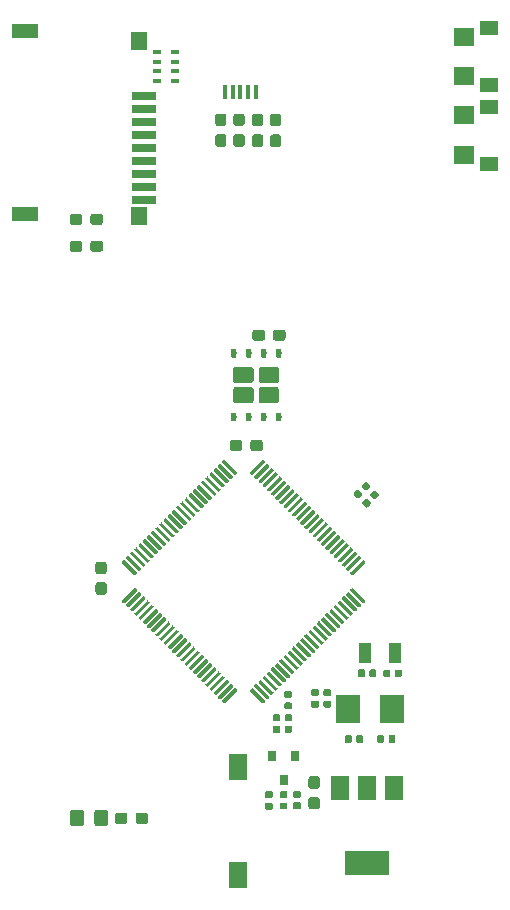
<source format=gbr>
G04 #@! TF.GenerationSoftware,KiCad,Pcbnew,(5.1.4)-1*
G04 #@! TF.CreationDate,2019-12-06T11:11:42+08:00*
G04 #@! TF.ProjectId,STM32F407VTE6-SOCKET,53544d33-3246-4343-9037-565445362d53,rev?*
G04 #@! TF.SameCoordinates,Original*
G04 #@! TF.FileFunction,Paste,Bot*
G04 #@! TF.FilePolarity,Positive*
%FSLAX46Y46*%
G04 Gerber Fmt 4.6, Leading zero omitted, Abs format (unit mm)*
G04 Created by KiCad (PCBNEW (5.1.4)-1) date 2019-12-06 11:11:42*
%MOMM*%
%LPD*%
G04 APERTURE LIST*
%ADD10R,1.600000X2.180000*%
%ADD11R,0.450000X1.300000*%
%ADD12C,0.100000*%
%ADD13C,0.590000*%
%ADD14C,0.950000*%
%ADD15C,1.150000*%
%ADD16R,2.000000X0.750000*%
%ADD17R,1.400000X1.600000*%
%ADD18R,2.200000X1.200000*%
%ADD19R,0.760000X0.430000*%
%ADD20R,0.800000X0.900000*%
%ADD21C,0.300000*%
%ADD22C,1.370000*%
%ADD23C,0.500000*%
%ADD24R,3.800000X2.000000*%
%ADD25R,1.500000X2.000000*%
%ADD26R,2.000000X2.400000*%
%ADD27R,1.000000X1.800000*%
%ADD28R,1.500000X1.200000*%
%ADD29R,1.700000X1.500000*%
G04 APERTURE END LIST*
D10*
X122420000Y-169120000D03*
X122420000Y-159940000D03*
D11*
X121360000Y-102770000D03*
X122010000Y-102770000D03*
X122660000Y-102770000D03*
X123310000Y-102770000D03*
X123960000Y-102770000D03*
D12*
G36*
X127636958Y-162935710D02*
G01*
X127651276Y-162937834D01*
X127665317Y-162941351D01*
X127678946Y-162946228D01*
X127692031Y-162952417D01*
X127704447Y-162959858D01*
X127716073Y-162968481D01*
X127726798Y-162978202D01*
X127736519Y-162988927D01*
X127745142Y-163000553D01*
X127752583Y-163012969D01*
X127758772Y-163026054D01*
X127763649Y-163039683D01*
X127767166Y-163053724D01*
X127769290Y-163068042D01*
X127770000Y-163082500D01*
X127770000Y-163377500D01*
X127769290Y-163391958D01*
X127767166Y-163406276D01*
X127763649Y-163420317D01*
X127758772Y-163433946D01*
X127752583Y-163447031D01*
X127745142Y-163459447D01*
X127736519Y-163471073D01*
X127726798Y-163481798D01*
X127716073Y-163491519D01*
X127704447Y-163500142D01*
X127692031Y-163507583D01*
X127678946Y-163513772D01*
X127665317Y-163518649D01*
X127651276Y-163522166D01*
X127636958Y-163524290D01*
X127622500Y-163525000D01*
X127277500Y-163525000D01*
X127263042Y-163524290D01*
X127248724Y-163522166D01*
X127234683Y-163518649D01*
X127221054Y-163513772D01*
X127207969Y-163507583D01*
X127195553Y-163500142D01*
X127183927Y-163491519D01*
X127173202Y-163481798D01*
X127163481Y-163471073D01*
X127154858Y-163459447D01*
X127147417Y-163447031D01*
X127141228Y-163433946D01*
X127136351Y-163420317D01*
X127132834Y-163406276D01*
X127130710Y-163391958D01*
X127130000Y-163377500D01*
X127130000Y-163082500D01*
X127130710Y-163068042D01*
X127132834Y-163053724D01*
X127136351Y-163039683D01*
X127141228Y-163026054D01*
X127147417Y-163012969D01*
X127154858Y-163000553D01*
X127163481Y-162988927D01*
X127173202Y-162978202D01*
X127183927Y-162968481D01*
X127195553Y-162959858D01*
X127207969Y-162952417D01*
X127221054Y-162946228D01*
X127234683Y-162941351D01*
X127248724Y-162937834D01*
X127263042Y-162935710D01*
X127277500Y-162935000D01*
X127622500Y-162935000D01*
X127636958Y-162935710D01*
X127636958Y-162935710D01*
G37*
D13*
X127450000Y-163230000D03*
D12*
G36*
X127636958Y-161965710D02*
G01*
X127651276Y-161967834D01*
X127665317Y-161971351D01*
X127678946Y-161976228D01*
X127692031Y-161982417D01*
X127704447Y-161989858D01*
X127716073Y-161998481D01*
X127726798Y-162008202D01*
X127736519Y-162018927D01*
X127745142Y-162030553D01*
X127752583Y-162042969D01*
X127758772Y-162056054D01*
X127763649Y-162069683D01*
X127767166Y-162083724D01*
X127769290Y-162098042D01*
X127770000Y-162112500D01*
X127770000Y-162407500D01*
X127769290Y-162421958D01*
X127767166Y-162436276D01*
X127763649Y-162450317D01*
X127758772Y-162463946D01*
X127752583Y-162477031D01*
X127745142Y-162489447D01*
X127736519Y-162501073D01*
X127726798Y-162511798D01*
X127716073Y-162521519D01*
X127704447Y-162530142D01*
X127692031Y-162537583D01*
X127678946Y-162543772D01*
X127665317Y-162548649D01*
X127651276Y-162552166D01*
X127636958Y-162554290D01*
X127622500Y-162555000D01*
X127277500Y-162555000D01*
X127263042Y-162554290D01*
X127248724Y-162552166D01*
X127234683Y-162548649D01*
X127221054Y-162543772D01*
X127207969Y-162537583D01*
X127195553Y-162530142D01*
X127183927Y-162521519D01*
X127173202Y-162511798D01*
X127163481Y-162501073D01*
X127154858Y-162489447D01*
X127147417Y-162477031D01*
X127141228Y-162463946D01*
X127136351Y-162450317D01*
X127132834Y-162436276D01*
X127130710Y-162421958D01*
X127130000Y-162407500D01*
X127130000Y-162112500D01*
X127130710Y-162098042D01*
X127132834Y-162083724D01*
X127136351Y-162069683D01*
X127141228Y-162056054D01*
X127147417Y-162042969D01*
X127154858Y-162030553D01*
X127163481Y-162018927D01*
X127173202Y-162008202D01*
X127183927Y-161998481D01*
X127195553Y-161989858D01*
X127207969Y-161982417D01*
X127221054Y-161976228D01*
X127234683Y-161971351D01*
X127248724Y-161967834D01*
X127263042Y-161965710D01*
X127277500Y-161965000D01*
X127622500Y-161965000D01*
X127636958Y-161965710D01*
X127636958Y-161965710D01*
G37*
D13*
X127450000Y-162260000D03*
D12*
G36*
X133326780Y-137226936D02*
G01*
X133341098Y-137229060D01*
X133355139Y-137232577D01*
X133368768Y-137237454D01*
X133381853Y-137243643D01*
X133394269Y-137251084D01*
X133405895Y-137259707D01*
X133416620Y-137269428D01*
X133660572Y-137513380D01*
X133670293Y-137524105D01*
X133678916Y-137535731D01*
X133686357Y-137548147D01*
X133692546Y-137561232D01*
X133697423Y-137574861D01*
X133700940Y-137588902D01*
X133703064Y-137603220D01*
X133703774Y-137617678D01*
X133703064Y-137632136D01*
X133700940Y-137646454D01*
X133697423Y-137660495D01*
X133692546Y-137674124D01*
X133686357Y-137687209D01*
X133678916Y-137699625D01*
X133670293Y-137711251D01*
X133660572Y-137721976D01*
X133451976Y-137930572D01*
X133441251Y-137940293D01*
X133429625Y-137948916D01*
X133417209Y-137956357D01*
X133404124Y-137962546D01*
X133390495Y-137967423D01*
X133376454Y-137970940D01*
X133362136Y-137973064D01*
X133347678Y-137973774D01*
X133333220Y-137973064D01*
X133318902Y-137970940D01*
X133304861Y-137967423D01*
X133291232Y-137962546D01*
X133278147Y-137956357D01*
X133265731Y-137948916D01*
X133254105Y-137940293D01*
X133243380Y-137930572D01*
X132999428Y-137686620D01*
X132989707Y-137675895D01*
X132981084Y-137664269D01*
X132973643Y-137651853D01*
X132967454Y-137638768D01*
X132962577Y-137625139D01*
X132959060Y-137611098D01*
X132956936Y-137596780D01*
X132956226Y-137582322D01*
X132956936Y-137567864D01*
X132959060Y-137553546D01*
X132962577Y-137539505D01*
X132967454Y-137525876D01*
X132973643Y-137512791D01*
X132981084Y-137500375D01*
X132989707Y-137488749D01*
X132999428Y-137478024D01*
X133208024Y-137269428D01*
X133218749Y-137259707D01*
X133230375Y-137251084D01*
X133242791Y-137243643D01*
X133255876Y-137237454D01*
X133269505Y-137232577D01*
X133283546Y-137229060D01*
X133297864Y-137226936D01*
X133312322Y-137226226D01*
X133326780Y-137226936D01*
X133326780Y-137226936D01*
G37*
D13*
X133330000Y-137600000D03*
D12*
G36*
X134012674Y-136541042D02*
G01*
X134026992Y-136543166D01*
X134041033Y-136546683D01*
X134054662Y-136551560D01*
X134067747Y-136557749D01*
X134080163Y-136565190D01*
X134091789Y-136573813D01*
X134102514Y-136583534D01*
X134346466Y-136827486D01*
X134356187Y-136838211D01*
X134364810Y-136849837D01*
X134372251Y-136862253D01*
X134378440Y-136875338D01*
X134383317Y-136888967D01*
X134386834Y-136903008D01*
X134388958Y-136917326D01*
X134389668Y-136931784D01*
X134388958Y-136946242D01*
X134386834Y-136960560D01*
X134383317Y-136974601D01*
X134378440Y-136988230D01*
X134372251Y-137001315D01*
X134364810Y-137013731D01*
X134356187Y-137025357D01*
X134346466Y-137036082D01*
X134137870Y-137244678D01*
X134127145Y-137254399D01*
X134115519Y-137263022D01*
X134103103Y-137270463D01*
X134090018Y-137276652D01*
X134076389Y-137281529D01*
X134062348Y-137285046D01*
X134048030Y-137287170D01*
X134033572Y-137287880D01*
X134019114Y-137287170D01*
X134004796Y-137285046D01*
X133990755Y-137281529D01*
X133977126Y-137276652D01*
X133964041Y-137270463D01*
X133951625Y-137263022D01*
X133939999Y-137254399D01*
X133929274Y-137244678D01*
X133685322Y-137000726D01*
X133675601Y-136990001D01*
X133666978Y-136978375D01*
X133659537Y-136965959D01*
X133653348Y-136952874D01*
X133648471Y-136939245D01*
X133644954Y-136925204D01*
X133642830Y-136910886D01*
X133642120Y-136896428D01*
X133642830Y-136881970D01*
X133644954Y-136867652D01*
X133648471Y-136853611D01*
X133653348Y-136839982D01*
X133659537Y-136826897D01*
X133666978Y-136814481D01*
X133675601Y-136802855D01*
X133685322Y-136792130D01*
X133893918Y-136583534D01*
X133904643Y-136573813D01*
X133916269Y-136565190D01*
X133928685Y-136557749D01*
X133941770Y-136551560D01*
X133955399Y-136546683D01*
X133969440Y-136543166D01*
X133983758Y-136541042D01*
X133998216Y-136540332D01*
X134012674Y-136541042D01*
X134012674Y-136541042D01*
G37*
D13*
X134015894Y-136914106D03*
D12*
G36*
X132598833Y-136459883D02*
G01*
X132613151Y-136462007D01*
X132627192Y-136465524D01*
X132640821Y-136470401D01*
X132653906Y-136476590D01*
X132666322Y-136484031D01*
X132677948Y-136492654D01*
X132688673Y-136502375D01*
X132932625Y-136746327D01*
X132942346Y-136757052D01*
X132950969Y-136768678D01*
X132958410Y-136781094D01*
X132964599Y-136794179D01*
X132969476Y-136807808D01*
X132972993Y-136821849D01*
X132975117Y-136836167D01*
X132975827Y-136850625D01*
X132975117Y-136865083D01*
X132972993Y-136879401D01*
X132969476Y-136893442D01*
X132964599Y-136907071D01*
X132958410Y-136920156D01*
X132950969Y-136932572D01*
X132942346Y-136944198D01*
X132932625Y-136954923D01*
X132724029Y-137163519D01*
X132713304Y-137173240D01*
X132701678Y-137181863D01*
X132689262Y-137189304D01*
X132676177Y-137195493D01*
X132662548Y-137200370D01*
X132648507Y-137203887D01*
X132634189Y-137206011D01*
X132619731Y-137206721D01*
X132605273Y-137206011D01*
X132590955Y-137203887D01*
X132576914Y-137200370D01*
X132563285Y-137195493D01*
X132550200Y-137189304D01*
X132537784Y-137181863D01*
X132526158Y-137173240D01*
X132515433Y-137163519D01*
X132271481Y-136919567D01*
X132261760Y-136908842D01*
X132253137Y-136897216D01*
X132245696Y-136884800D01*
X132239507Y-136871715D01*
X132234630Y-136858086D01*
X132231113Y-136844045D01*
X132228989Y-136829727D01*
X132228279Y-136815269D01*
X132228989Y-136800811D01*
X132231113Y-136786493D01*
X132234630Y-136772452D01*
X132239507Y-136758823D01*
X132245696Y-136745738D01*
X132253137Y-136733322D01*
X132261760Y-136721696D01*
X132271481Y-136710971D01*
X132480077Y-136502375D01*
X132490802Y-136492654D01*
X132502428Y-136484031D01*
X132514844Y-136476590D01*
X132527929Y-136470401D01*
X132541558Y-136465524D01*
X132555599Y-136462007D01*
X132569917Y-136459883D01*
X132584375Y-136459173D01*
X132598833Y-136459883D01*
X132598833Y-136459883D01*
G37*
D13*
X132602053Y-136832947D03*
D12*
G36*
X133284727Y-135773989D02*
G01*
X133299045Y-135776113D01*
X133313086Y-135779630D01*
X133326715Y-135784507D01*
X133339800Y-135790696D01*
X133352216Y-135798137D01*
X133363842Y-135806760D01*
X133374567Y-135816481D01*
X133618519Y-136060433D01*
X133628240Y-136071158D01*
X133636863Y-136082784D01*
X133644304Y-136095200D01*
X133650493Y-136108285D01*
X133655370Y-136121914D01*
X133658887Y-136135955D01*
X133661011Y-136150273D01*
X133661721Y-136164731D01*
X133661011Y-136179189D01*
X133658887Y-136193507D01*
X133655370Y-136207548D01*
X133650493Y-136221177D01*
X133644304Y-136234262D01*
X133636863Y-136246678D01*
X133628240Y-136258304D01*
X133618519Y-136269029D01*
X133409923Y-136477625D01*
X133399198Y-136487346D01*
X133387572Y-136495969D01*
X133375156Y-136503410D01*
X133362071Y-136509599D01*
X133348442Y-136514476D01*
X133334401Y-136517993D01*
X133320083Y-136520117D01*
X133305625Y-136520827D01*
X133291167Y-136520117D01*
X133276849Y-136517993D01*
X133262808Y-136514476D01*
X133249179Y-136509599D01*
X133236094Y-136503410D01*
X133223678Y-136495969D01*
X133212052Y-136487346D01*
X133201327Y-136477625D01*
X132957375Y-136233673D01*
X132947654Y-136222948D01*
X132939031Y-136211322D01*
X132931590Y-136198906D01*
X132925401Y-136185821D01*
X132920524Y-136172192D01*
X132917007Y-136158151D01*
X132914883Y-136143833D01*
X132914173Y-136129375D01*
X132914883Y-136114917D01*
X132917007Y-136100599D01*
X132920524Y-136086558D01*
X132925401Y-136072929D01*
X132931590Y-136059844D01*
X132939031Y-136047428D01*
X132947654Y-136035802D01*
X132957375Y-136025077D01*
X133165971Y-135816481D01*
X133176696Y-135806760D01*
X133188322Y-135798137D01*
X133200738Y-135790696D01*
X133213823Y-135784507D01*
X133227452Y-135779630D01*
X133241493Y-135776113D01*
X133255811Y-135773989D01*
X133270269Y-135773279D01*
X133284727Y-135773989D01*
X133284727Y-135773989D01*
G37*
D13*
X133287947Y-136147053D03*
D12*
G36*
X126506958Y-161975710D02*
G01*
X126521276Y-161977834D01*
X126535317Y-161981351D01*
X126548946Y-161986228D01*
X126562031Y-161992417D01*
X126574447Y-161999858D01*
X126586073Y-162008481D01*
X126596798Y-162018202D01*
X126606519Y-162028927D01*
X126615142Y-162040553D01*
X126622583Y-162052969D01*
X126628772Y-162066054D01*
X126633649Y-162079683D01*
X126637166Y-162093724D01*
X126639290Y-162108042D01*
X126640000Y-162122500D01*
X126640000Y-162417500D01*
X126639290Y-162431958D01*
X126637166Y-162446276D01*
X126633649Y-162460317D01*
X126628772Y-162473946D01*
X126622583Y-162487031D01*
X126615142Y-162499447D01*
X126606519Y-162511073D01*
X126596798Y-162521798D01*
X126586073Y-162531519D01*
X126574447Y-162540142D01*
X126562031Y-162547583D01*
X126548946Y-162553772D01*
X126535317Y-162558649D01*
X126521276Y-162562166D01*
X126506958Y-162564290D01*
X126492500Y-162565000D01*
X126147500Y-162565000D01*
X126133042Y-162564290D01*
X126118724Y-162562166D01*
X126104683Y-162558649D01*
X126091054Y-162553772D01*
X126077969Y-162547583D01*
X126065553Y-162540142D01*
X126053927Y-162531519D01*
X126043202Y-162521798D01*
X126033481Y-162511073D01*
X126024858Y-162499447D01*
X126017417Y-162487031D01*
X126011228Y-162473946D01*
X126006351Y-162460317D01*
X126002834Y-162446276D01*
X126000710Y-162431958D01*
X126000000Y-162417500D01*
X126000000Y-162122500D01*
X126000710Y-162108042D01*
X126002834Y-162093724D01*
X126006351Y-162079683D01*
X126011228Y-162066054D01*
X126017417Y-162052969D01*
X126024858Y-162040553D01*
X126033481Y-162028927D01*
X126043202Y-162018202D01*
X126053927Y-162008481D01*
X126065553Y-161999858D01*
X126077969Y-161992417D01*
X126091054Y-161986228D01*
X126104683Y-161981351D01*
X126118724Y-161977834D01*
X126133042Y-161975710D01*
X126147500Y-161975000D01*
X126492500Y-161975000D01*
X126506958Y-161975710D01*
X126506958Y-161975710D01*
G37*
D13*
X126320000Y-162270000D03*
D12*
G36*
X126506958Y-162945710D02*
G01*
X126521276Y-162947834D01*
X126535317Y-162951351D01*
X126548946Y-162956228D01*
X126562031Y-162962417D01*
X126574447Y-162969858D01*
X126586073Y-162978481D01*
X126596798Y-162988202D01*
X126606519Y-162998927D01*
X126615142Y-163010553D01*
X126622583Y-163022969D01*
X126628772Y-163036054D01*
X126633649Y-163049683D01*
X126637166Y-163063724D01*
X126639290Y-163078042D01*
X126640000Y-163092500D01*
X126640000Y-163387500D01*
X126639290Y-163401958D01*
X126637166Y-163416276D01*
X126633649Y-163430317D01*
X126628772Y-163443946D01*
X126622583Y-163457031D01*
X126615142Y-163469447D01*
X126606519Y-163481073D01*
X126596798Y-163491798D01*
X126586073Y-163501519D01*
X126574447Y-163510142D01*
X126562031Y-163517583D01*
X126548946Y-163523772D01*
X126535317Y-163528649D01*
X126521276Y-163532166D01*
X126506958Y-163534290D01*
X126492500Y-163535000D01*
X126147500Y-163535000D01*
X126133042Y-163534290D01*
X126118724Y-163532166D01*
X126104683Y-163528649D01*
X126091054Y-163523772D01*
X126077969Y-163517583D01*
X126065553Y-163510142D01*
X126053927Y-163501519D01*
X126043202Y-163491798D01*
X126033481Y-163481073D01*
X126024858Y-163469447D01*
X126017417Y-163457031D01*
X126011228Y-163443946D01*
X126006351Y-163430317D01*
X126002834Y-163416276D01*
X126000710Y-163401958D01*
X126000000Y-163387500D01*
X126000000Y-163092500D01*
X126000710Y-163078042D01*
X126002834Y-163063724D01*
X126006351Y-163049683D01*
X126011228Y-163036054D01*
X126017417Y-163022969D01*
X126024858Y-163010553D01*
X126033481Y-162998927D01*
X126043202Y-162988202D01*
X126053927Y-162978481D01*
X126065553Y-162969858D01*
X126077969Y-162962417D01*
X126091054Y-162956228D01*
X126104683Y-162951351D01*
X126118724Y-162947834D01*
X126133042Y-162945710D01*
X126147500Y-162945000D01*
X126492500Y-162945000D01*
X126506958Y-162945710D01*
X126506958Y-162945710D01*
G37*
D13*
X126320000Y-163240000D03*
D12*
G36*
X126896958Y-156455710D02*
G01*
X126911276Y-156457834D01*
X126925317Y-156461351D01*
X126938946Y-156466228D01*
X126952031Y-156472417D01*
X126964447Y-156479858D01*
X126976073Y-156488481D01*
X126986798Y-156498202D01*
X126996519Y-156508927D01*
X127005142Y-156520553D01*
X127012583Y-156532969D01*
X127018772Y-156546054D01*
X127023649Y-156559683D01*
X127027166Y-156573724D01*
X127029290Y-156588042D01*
X127030000Y-156602500D01*
X127030000Y-156897500D01*
X127029290Y-156911958D01*
X127027166Y-156926276D01*
X127023649Y-156940317D01*
X127018772Y-156953946D01*
X127012583Y-156967031D01*
X127005142Y-156979447D01*
X126996519Y-156991073D01*
X126986798Y-157001798D01*
X126976073Y-157011519D01*
X126964447Y-157020142D01*
X126952031Y-157027583D01*
X126938946Y-157033772D01*
X126925317Y-157038649D01*
X126911276Y-157042166D01*
X126896958Y-157044290D01*
X126882500Y-157045000D01*
X126537500Y-157045000D01*
X126523042Y-157044290D01*
X126508724Y-157042166D01*
X126494683Y-157038649D01*
X126481054Y-157033772D01*
X126467969Y-157027583D01*
X126455553Y-157020142D01*
X126443927Y-157011519D01*
X126433202Y-157001798D01*
X126423481Y-156991073D01*
X126414858Y-156979447D01*
X126407417Y-156967031D01*
X126401228Y-156953946D01*
X126396351Y-156940317D01*
X126392834Y-156926276D01*
X126390710Y-156911958D01*
X126390000Y-156897500D01*
X126390000Y-156602500D01*
X126390710Y-156588042D01*
X126392834Y-156573724D01*
X126396351Y-156559683D01*
X126401228Y-156546054D01*
X126407417Y-156532969D01*
X126414858Y-156520553D01*
X126423481Y-156508927D01*
X126433202Y-156498202D01*
X126443927Y-156488481D01*
X126455553Y-156479858D01*
X126467969Y-156472417D01*
X126481054Y-156466228D01*
X126494683Y-156461351D01*
X126508724Y-156457834D01*
X126523042Y-156455710D01*
X126537500Y-156455000D01*
X126882500Y-156455000D01*
X126896958Y-156455710D01*
X126896958Y-156455710D01*
G37*
D13*
X126710000Y-156750000D03*
D12*
G36*
X126896958Y-155485710D02*
G01*
X126911276Y-155487834D01*
X126925317Y-155491351D01*
X126938946Y-155496228D01*
X126952031Y-155502417D01*
X126964447Y-155509858D01*
X126976073Y-155518481D01*
X126986798Y-155528202D01*
X126996519Y-155538927D01*
X127005142Y-155550553D01*
X127012583Y-155562969D01*
X127018772Y-155576054D01*
X127023649Y-155589683D01*
X127027166Y-155603724D01*
X127029290Y-155618042D01*
X127030000Y-155632500D01*
X127030000Y-155927500D01*
X127029290Y-155941958D01*
X127027166Y-155956276D01*
X127023649Y-155970317D01*
X127018772Y-155983946D01*
X127012583Y-155997031D01*
X127005142Y-156009447D01*
X126996519Y-156021073D01*
X126986798Y-156031798D01*
X126976073Y-156041519D01*
X126964447Y-156050142D01*
X126952031Y-156057583D01*
X126938946Y-156063772D01*
X126925317Y-156068649D01*
X126911276Y-156072166D01*
X126896958Y-156074290D01*
X126882500Y-156075000D01*
X126537500Y-156075000D01*
X126523042Y-156074290D01*
X126508724Y-156072166D01*
X126494683Y-156068649D01*
X126481054Y-156063772D01*
X126467969Y-156057583D01*
X126455553Y-156050142D01*
X126443927Y-156041519D01*
X126433202Y-156031798D01*
X126423481Y-156021073D01*
X126414858Y-156009447D01*
X126407417Y-155997031D01*
X126401228Y-155983946D01*
X126396351Y-155970317D01*
X126392834Y-155956276D01*
X126390710Y-155941958D01*
X126390000Y-155927500D01*
X126390000Y-155632500D01*
X126390710Y-155618042D01*
X126392834Y-155603724D01*
X126396351Y-155589683D01*
X126401228Y-155576054D01*
X126407417Y-155562969D01*
X126414858Y-155550553D01*
X126423481Y-155538927D01*
X126433202Y-155528202D01*
X126443927Y-155518481D01*
X126455553Y-155509858D01*
X126467969Y-155502417D01*
X126481054Y-155496228D01*
X126494683Y-155491351D01*
X126508724Y-155487834D01*
X126523042Y-155485710D01*
X126537500Y-155485000D01*
X126882500Y-155485000D01*
X126896958Y-155485710D01*
X126896958Y-155485710D01*
G37*
D13*
X126710000Y-155780000D03*
D12*
G36*
X125886958Y-155485710D02*
G01*
X125901276Y-155487834D01*
X125915317Y-155491351D01*
X125928946Y-155496228D01*
X125942031Y-155502417D01*
X125954447Y-155509858D01*
X125966073Y-155518481D01*
X125976798Y-155528202D01*
X125986519Y-155538927D01*
X125995142Y-155550553D01*
X126002583Y-155562969D01*
X126008772Y-155576054D01*
X126013649Y-155589683D01*
X126017166Y-155603724D01*
X126019290Y-155618042D01*
X126020000Y-155632500D01*
X126020000Y-155927500D01*
X126019290Y-155941958D01*
X126017166Y-155956276D01*
X126013649Y-155970317D01*
X126008772Y-155983946D01*
X126002583Y-155997031D01*
X125995142Y-156009447D01*
X125986519Y-156021073D01*
X125976798Y-156031798D01*
X125966073Y-156041519D01*
X125954447Y-156050142D01*
X125942031Y-156057583D01*
X125928946Y-156063772D01*
X125915317Y-156068649D01*
X125901276Y-156072166D01*
X125886958Y-156074290D01*
X125872500Y-156075000D01*
X125527500Y-156075000D01*
X125513042Y-156074290D01*
X125498724Y-156072166D01*
X125484683Y-156068649D01*
X125471054Y-156063772D01*
X125457969Y-156057583D01*
X125445553Y-156050142D01*
X125433927Y-156041519D01*
X125423202Y-156031798D01*
X125413481Y-156021073D01*
X125404858Y-156009447D01*
X125397417Y-155997031D01*
X125391228Y-155983946D01*
X125386351Y-155970317D01*
X125382834Y-155956276D01*
X125380710Y-155941958D01*
X125380000Y-155927500D01*
X125380000Y-155632500D01*
X125380710Y-155618042D01*
X125382834Y-155603724D01*
X125386351Y-155589683D01*
X125391228Y-155576054D01*
X125397417Y-155562969D01*
X125404858Y-155550553D01*
X125413481Y-155538927D01*
X125423202Y-155528202D01*
X125433927Y-155518481D01*
X125445553Y-155509858D01*
X125457969Y-155502417D01*
X125471054Y-155496228D01*
X125484683Y-155491351D01*
X125498724Y-155487834D01*
X125513042Y-155485710D01*
X125527500Y-155485000D01*
X125872500Y-155485000D01*
X125886958Y-155485710D01*
X125886958Y-155485710D01*
G37*
D13*
X125700000Y-155780000D03*
D12*
G36*
X125886958Y-156455710D02*
G01*
X125901276Y-156457834D01*
X125915317Y-156461351D01*
X125928946Y-156466228D01*
X125942031Y-156472417D01*
X125954447Y-156479858D01*
X125966073Y-156488481D01*
X125976798Y-156498202D01*
X125986519Y-156508927D01*
X125995142Y-156520553D01*
X126002583Y-156532969D01*
X126008772Y-156546054D01*
X126013649Y-156559683D01*
X126017166Y-156573724D01*
X126019290Y-156588042D01*
X126020000Y-156602500D01*
X126020000Y-156897500D01*
X126019290Y-156911958D01*
X126017166Y-156926276D01*
X126013649Y-156940317D01*
X126008772Y-156953946D01*
X126002583Y-156967031D01*
X125995142Y-156979447D01*
X125986519Y-156991073D01*
X125976798Y-157001798D01*
X125966073Y-157011519D01*
X125954447Y-157020142D01*
X125942031Y-157027583D01*
X125928946Y-157033772D01*
X125915317Y-157038649D01*
X125901276Y-157042166D01*
X125886958Y-157044290D01*
X125872500Y-157045000D01*
X125527500Y-157045000D01*
X125513042Y-157044290D01*
X125498724Y-157042166D01*
X125484683Y-157038649D01*
X125471054Y-157033772D01*
X125457969Y-157027583D01*
X125445553Y-157020142D01*
X125433927Y-157011519D01*
X125423202Y-157001798D01*
X125413481Y-156991073D01*
X125404858Y-156979447D01*
X125397417Y-156967031D01*
X125391228Y-156953946D01*
X125386351Y-156940317D01*
X125382834Y-156926276D01*
X125380710Y-156911958D01*
X125380000Y-156897500D01*
X125380000Y-156602500D01*
X125380710Y-156588042D01*
X125382834Y-156573724D01*
X125386351Y-156559683D01*
X125391228Y-156546054D01*
X125397417Y-156532969D01*
X125404858Y-156520553D01*
X125413481Y-156508927D01*
X125423202Y-156498202D01*
X125433927Y-156488481D01*
X125445553Y-156479858D01*
X125457969Y-156472417D01*
X125471054Y-156466228D01*
X125484683Y-156461351D01*
X125498724Y-156457834D01*
X125513042Y-156455710D01*
X125527500Y-156455000D01*
X125872500Y-156455000D01*
X125886958Y-156455710D01*
X125886958Y-156455710D01*
G37*
D13*
X125700000Y-156750000D03*
D12*
G36*
X125246958Y-162955710D02*
G01*
X125261276Y-162957834D01*
X125275317Y-162961351D01*
X125288946Y-162966228D01*
X125302031Y-162972417D01*
X125314447Y-162979858D01*
X125326073Y-162988481D01*
X125336798Y-162998202D01*
X125346519Y-163008927D01*
X125355142Y-163020553D01*
X125362583Y-163032969D01*
X125368772Y-163046054D01*
X125373649Y-163059683D01*
X125377166Y-163073724D01*
X125379290Y-163088042D01*
X125380000Y-163102500D01*
X125380000Y-163397500D01*
X125379290Y-163411958D01*
X125377166Y-163426276D01*
X125373649Y-163440317D01*
X125368772Y-163453946D01*
X125362583Y-163467031D01*
X125355142Y-163479447D01*
X125346519Y-163491073D01*
X125336798Y-163501798D01*
X125326073Y-163511519D01*
X125314447Y-163520142D01*
X125302031Y-163527583D01*
X125288946Y-163533772D01*
X125275317Y-163538649D01*
X125261276Y-163542166D01*
X125246958Y-163544290D01*
X125232500Y-163545000D01*
X124887500Y-163545000D01*
X124873042Y-163544290D01*
X124858724Y-163542166D01*
X124844683Y-163538649D01*
X124831054Y-163533772D01*
X124817969Y-163527583D01*
X124805553Y-163520142D01*
X124793927Y-163511519D01*
X124783202Y-163501798D01*
X124773481Y-163491073D01*
X124764858Y-163479447D01*
X124757417Y-163467031D01*
X124751228Y-163453946D01*
X124746351Y-163440317D01*
X124742834Y-163426276D01*
X124740710Y-163411958D01*
X124740000Y-163397500D01*
X124740000Y-163102500D01*
X124740710Y-163088042D01*
X124742834Y-163073724D01*
X124746351Y-163059683D01*
X124751228Y-163046054D01*
X124757417Y-163032969D01*
X124764858Y-163020553D01*
X124773481Y-163008927D01*
X124783202Y-162998202D01*
X124793927Y-162988481D01*
X124805553Y-162979858D01*
X124817969Y-162972417D01*
X124831054Y-162966228D01*
X124844683Y-162961351D01*
X124858724Y-162957834D01*
X124873042Y-162955710D01*
X124887500Y-162955000D01*
X125232500Y-162955000D01*
X125246958Y-162955710D01*
X125246958Y-162955710D01*
G37*
D13*
X125060000Y-163250000D03*
D12*
G36*
X125246958Y-161985710D02*
G01*
X125261276Y-161987834D01*
X125275317Y-161991351D01*
X125288946Y-161996228D01*
X125302031Y-162002417D01*
X125314447Y-162009858D01*
X125326073Y-162018481D01*
X125336798Y-162028202D01*
X125346519Y-162038927D01*
X125355142Y-162050553D01*
X125362583Y-162062969D01*
X125368772Y-162076054D01*
X125373649Y-162089683D01*
X125377166Y-162103724D01*
X125379290Y-162118042D01*
X125380000Y-162132500D01*
X125380000Y-162427500D01*
X125379290Y-162441958D01*
X125377166Y-162456276D01*
X125373649Y-162470317D01*
X125368772Y-162483946D01*
X125362583Y-162497031D01*
X125355142Y-162509447D01*
X125346519Y-162521073D01*
X125336798Y-162531798D01*
X125326073Y-162541519D01*
X125314447Y-162550142D01*
X125302031Y-162557583D01*
X125288946Y-162563772D01*
X125275317Y-162568649D01*
X125261276Y-162572166D01*
X125246958Y-162574290D01*
X125232500Y-162575000D01*
X124887500Y-162575000D01*
X124873042Y-162574290D01*
X124858724Y-162572166D01*
X124844683Y-162568649D01*
X124831054Y-162563772D01*
X124817969Y-162557583D01*
X124805553Y-162550142D01*
X124793927Y-162541519D01*
X124783202Y-162531798D01*
X124773481Y-162521073D01*
X124764858Y-162509447D01*
X124757417Y-162497031D01*
X124751228Y-162483946D01*
X124746351Y-162470317D01*
X124742834Y-162456276D01*
X124740710Y-162441958D01*
X124740000Y-162427500D01*
X124740000Y-162132500D01*
X124740710Y-162118042D01*
X124742834Y-162103724D01*
X124746351Y-162089683D01*
X124751228Y-162076054D01*
X124757417Y-162062969D01*
X124764858Y-162050553D01*
X124773481Y-162038927D01*
X124783202Y-162028202D01*
X124793927Y-162018481D01*
X124805553Y-162009858D01*
X124817969Y-162002417D01*
X124831054Y-161996228D01*
X124844683Y-161991351D01*
X124858724Y-161987834D01*
X124873042Y-161985710D01*
X124887500Y-161985000D01*
X125232500Y-161985000D01*
X125246958Y-161985710D01*
X125246958Y-161985710D01*
G37*
D13*
X125060000Y-162280000D03*
D12*
G36*
X126886958Y-154475710D02*
G01*
X126901276Y-154477834D01*
X126915317Y-154481351D01*
X126928946Y-154486228D01*
X126942031Y-154492417D01*
X126954447Y-154499858D01*
X126966073Y-154508481D01*
X126976798Y-154518202D01*
X126986519Y-154528927D01*
X126995142Y-154540553D01*
X127002583Y-154552969D01*
X127008772Y-154566054D01*
X127013649Y-154579683D01*
X127017166Y-154593724D01*
X127019290Y-154608042D01*
X127020000Y-154622500D01*
X127020000Y-154917500D01*
X127019290Y-154931958D01*
X127017166Y-154946276D01*
X127013649Y-154960317D01*
X127008772Y-154973946D01*
X127002583Y-154987031D01*
X126995142Y-154999447D01*
X126986519Y-155011073D01*
X126976798Y-155021798D01*
X126966073Y-155031519D01*
X126954447Y-155040142D01*
X126942031Y-155047583D01*
X126928946Y-155053772D01*
X126915317Y-155058649D01*
X126901276Y-155062166D01*
X126886958Y-155064290D01*
X126872500Y-155065000D01*
X126527500Y-155065000D01*
X126513042Y-155064290D01*
X126498724Y-155062166D01*
X126484683Y-155058649D01*
X126471054Y-155053772D01*
X126457969Y-155047583D01*
X126445553Y-155040142D01*
X126433927Y-155031519D01*
X126423202Y-155021798D01*
X126413481Y-155011073D01*
X126404858Y-154999447D01*
X126397417Y-154987031D01*
X126391228Y-154973946D01*
X126386351Y-154960317D01*
X126382834Y-154946276D01*
X126380710Y-154931958D01*
X126380000Y-154917500D01*
X126380000Y-154622500D01*
X126380710Y-154608042D01*
X126382834Y-154593724D01*
X126386351Y-154579683D01*
X126391228Y-154566054D01*
X126397417Y-154552969D01*
X126404858Y-154540553D01*
X126413481Y-154528927D01*
X126423202Y-154518202D01*
X126433927Y-154508481D01*
X126445553Y-154499858D01*
X126457969Y-154492417D01*
X126471054Y-154486228D01*
X126484683Y-154481351D01*
X126498724Y-154477834D01*
X126513042Y-154475710D01*
X126527500Y-154475000D01*
X126872500Y-154475000D01*
X126886958Y-154475710D01*
X126886958Y-154475710D01*
G37*
D13*
X126700000Y-154770000D03*
D12*
G36*
X126886958Y-153505710D02*
G01*
X126901276Y-153507834D01*
X126915317Y-153511351D01*
X126928946Y-153516228D01*
X126942031Y-153522417D01*
X126954447Y-153529858D01*
X126966073Y-153538481D01*
X126976798Y-153548202D01*
X126986519Y-153558927D01*
X126995142Y-153570553D01*
X127002583Y-153582969D01*
X127008772Y-153596054D01*
X127013649Y-153609683D01*
X127017166Y-153623724D01*
X127019290Y-153638042D01*
X127020000Y-153652500D01*
X127020000Y-153947500D01*
X127019290Y-153961958D01*
X127017166Y-153976276D01*
X127013649Y-153990317D01*
X127008772Y-154003946D01*
X127002583Y-154017031D01*
X126995142Y-154029447D01*
X126986519Y-154041073D01*
X126976798Y-154051798D01*
X126966073Y-154061519D01*
X126954447Y-154070142D01*
X126942031Y-154077583D01*
X126928946Y-154083772D01*
X126915317Y-154088649D01*
X126901276Y-154092166D01*
X126886958Y-154094290D01*
X126872500Y-154095000D01*
X126527500Y-154095000D01*
X126513042Y-154094290D01*
X126498724Y-154092166D01*
X126484683Y-154088649D01*
X126471054Y-154083772D01*
X126457969Y-154077583D01*
X126445553Y-154070142D01*
X126433927Y-154061519D01*
X126423202Y-154051798D01*
X126413481Y-154041073D01*
X126404858Y-154029447D01*
X126397417Y-154017031D01*
X126391228Y-154003946D01*
X126386351Y-153990317D01*
X126382834Y-153976276D01*
X126380710Y-153961958D01*
X126380000Y-153947500D01*
X126380000Y-153652500D01*
X126380710Y-153638042D01*
X126382834Y-153623724D01*
X126386351Y-153609683D01*
X126391228Y-153596054D01*
X126397417Y-153582969D01*
X126404858Y-153570553D01*
X126413481Y-153558927D01*
X126423202Y-153548202D01*
X126433927Y-153538481D01*
X126445553Y-153529858D01*
X126457969Y-153522417D01*
X126471054Y-153516228D01*
X126484683Y-153511351D01*
X126498724Y-153507834D01*
X126513042Y-153505710D01*
X126527500Y-153505000D01*
X126872500Y-153505000D01*
X126886958Y-153505710D01*
X126886958Y-153505710D01*
G37*
D13*
X126700000Y-153800000D03*
D12*
G36*
X114620779Y-163806144D02*
G01*
X114643834Y-163809563D01*
X114666443Y-163815227D01*
X114688387Y-163823079D01*
X114709457Y-163833044D01*
X114729448Y-163845026D01*
X114748168Y-163858910D01*
X114765438Y-163874562D01*
X114781090Y-163891832D01*
X114794974Y-163910552D01*
X114806956Y-163930543D01*
X114816921Y-163951613D01*
X114824773Y-163973557D01*
X114830437Y-163996166D01*
X114833856Y-164019221D01*
X114835000Y-164042500D01*
X114835000Y-164517500D01*
X114833856Y-164540779D01*
X114830437Y-164563834D01*
X114824773Y-164586443D01*
X114816921Y-164608387D01*
X114806956Y-164629457D01*
X114794974Y-164649448D01*
X114781090Y-164668168D01*
X114765438Y-164685438D01*
X114748168Y-164701090D01*
X114729448Y-164714974D01*
X114709457Y-164726956D01*
X114688387Y-164736921D01*
X114666443Y-164744773D01*
X114643834Y-164750437D01*
X114620779Y-164753856D01*
X114597500Y-164755000D01*
X114022500Y-164755000D01*
X113999221Y-164753856D01*
X113976166Y-164750437D01*
X113953557Y-164744773D01*
X113931613Y-164736921D01*
X113910543Y-164726956D01*
X113890552Y-164714974D01*
X113871832Y-164701090D01*
X113854562Y-164685438D01*
X113838910Y-164668168D01*
X113825026Y-164649448D01*
X113813044Y-164629457D01*
X113803079Y-164608387D01*
X113795227Y-164586443D01*
X113789563Y-164563834D01*
X113786144Y-164540779D01*
X113785000Y-164517500D01*
X113785000Y-164042500D01*
X113786144Y-164019221D01*
X113789563Y-163996166D01*
X113795227Y-163973557D01*
X113803079Y-163951613D01*
X113813044Y-163930543D01*
X113825026Y-163910552D01*
X113838910Y-163891832D01*
X113854562Y-163874562D01*
X113871832Y-163858910D01*
X113890552Y-163845026D01*
X113910543Y-163833044D01*
X113931613Y-163823079D01*
X113953557Y-163815227D01*
X113976166Y-163809563D01*
X113999221Y-163806144D01*
X114022500Y-163805000D01*
X114597500Y-163805000D01*
X114620779Y-163806144D01*
X114620779Y-163806144D01*
G37*
D14*
X114310000Y-164280000D03*
D12*
G36*
X112870779Y-163806144D02*
G01*
X112893834Y-163809563D01*
X112916443Y-163815227D01*
X112938387Y-163823079D01*
X112959457Y-163833044D01*
X112979448Y-163845026D01*
X112998168Y-163858910D01*
X113015438Y-163874562D01*
X113031090Y-163891832D01*
X113044974Y-163910552D01*
X113056956Y-163930543D01*
X113066921Y-163951613D01*
X113074773Y-163973557D01*
X113080437Y-163996166D01*
X113083856Y-164019221D01*
X113085000Y-164042500D01*
X113085000Y-164517500D01*
X113083856Y-164540779D01*
X113080437Y-164563834D01*
X113074773Y-164586443D01*
X113066921Y-164608387D01*
X113056956Y-164629457D01*
X113044974Y-164649448D01*
X113031090Y-164668168D01*
X113015438Y-164685438D01*
X112998168Y-164701090D01*
X112979448Y-164714974D01*
X112959457Y-164726956D01*
X112938387Y-164736921D01*
X112916443Y-164744773D01*
X112893834Y-164750437D01*
X112870779Y-164753856D01*
X112847500Y-164755000D01*
X112272500Y-164755000D01*
X112249221Y-164753856D01*
X112226166Y-164750437D01*
X112203557Y-164744773D01*
X112181613Y-164736921D01*
X112160543Y-164726956D01*
X112140552Y-164714974D01*
X112121832Y-164701090D01*
X112104562Y-164685438D01*
X112088910Y-164668168D01*
X112075026Y-164649448D01*
X112063044Y-164629457D01*
X112053079Y-164608387D01*
X112045227Y-164586443D01*
X112039563Y-164563834D01*
X112036144Y-164540779D01*
X112035000Y-164517500D01*
X112035000Y-164042500D01*
X112036144Y-164019221D01*
X112039563Y-163996166D01*
X112045227Y-163973557D01*
X112053079Y-163951613D01*
X112063044Y-163930543D01*
X112075026Y-163910552D01*
X112088910Y-163891832D01*
X112104562Y-163874562D01*
X112121832Y-163858910D01*
X112140552Y-163845026D01*
X112160543Y-163833044D01*
X112181613Y-163823079D01*
X112203557Y-163815227D01*
X112226166Y-163809563D01*
X112249221Y-163806144D01*
X112272500Y-163805000D01*
X112847500Y-163805000D01*
X112870779Y-163806144D01*
X112870779Y-163806144D01*
G37*
D14*
X112560000Y-164280000D03*
D12*
G36*
X110790779Y-113096144D02*
G01*
X110813834Y-113099563D01*
X110836443Y-113105227D01*
X110858387Y-113113079D01*
X110879457Y-113123044D01*
X110899448Y-113135026D01*
X110918168Y-113148910D01*
X110935438Y-113164562D01*
X110951090Y-113181832D01*
X110964974Y-113200552D01*
X110976956Y-113220543D01*
X110986921Y-113241613D01*
X110994773Y-113263557D01*
X111000437Y-113286166D01*
X111003856Y-113309221D01*
X111005000Y-113332500D01*
X111005000Y-113807500D01*
X111003856Y-113830779D01*
X111000437Y-113853834D01*
X110994773Y-113876443D01*
X110986921Y-113898387D01*
X110976956Y-113919457D01*
X110964974Y-113939448D01*
X110951090Y-113958168D01*
X110935438Y-113975438D01*
X110918168Y-113991090D01*
X110899448Y-114004974D01*
X110879457Y-114016956D01*
X110858387Y-114026921D01*
X110836443Y-114034773D01*
X110813834Y-114040437D01*
X110790779Y-114043856D01*
X110767500Y-114045000D01*
X110192500Y-114045000D01*
X110169221Y-114043856D01*
X110146166Y-114040437D01*
X110123557Y-114034773D01*
X110101613Y-114026921D01*
X110080543Y-114016956D01*
X110060552Y-114004974D01*
X110041832Y-113991090D01*
X110024562Y-113975438D01*
X110008910Y-113958168D01*
X109995026Y-113939448D01*
X109983044Y-113919457D01*
X109973079Y-113898387D01*
X109965227Y-113876443D01*
X109959563Y-113853834D01*
X109956144Y-113830779D01*
X109955000Y-113807500D01*
X109955000Y-113332500D01*
X109956144Y-113309221D01*
X109959563Y-113286166D01*
X109965227Y-113263557D01*
X109973079Y-113241613D01*
X109983044Y-113220543D01*
X109995026Y-113200552D01*
X110008910Y-113181832D01*
X110024562Y-113164562D01*
X110041832Y-113148910D01*
X110060552Y-113135026D01*
X110080543Y-113123044D01*
X110101613Y-113113079D01*
X110123557Y-113105227D01*
X110146166Y-113099563D01*
X110169221Y-113096144D01*
X110192500Y-113095000D01*
X110767500Y-113095000D01*
X110790779Y-113096144D01*
X110790779Y-113096144D01*
G37*
D14*
X110480000Y-113570000D03*
D12*
G36*
X109040779Y-113096144D02*
G01*
X109063834Y-113099563D01*
X109086443Y-113105227D01*
X109108387Y-113113079D01*
X109129457Y-113123044D01*
X109149448Y-113135026D01*
X109168168Y-113148910D01*
X109185438Y-113164562D01*
X109201090Y-113181832D01*
X109214974Y-113200552D01*
X109226956Y-113220543D01*
X109236921Y-113241613D01*
X109244773Y-113263557D01*
X109250437Y-113286166D01*
X109253856Y-113309221D01*
X109255000Y-113332500D01*
X109255000Y-113807500D01*
X109253856Y-113830779D01*
X109250437Y-113853834D01*
X109244773Y-113876443D01*
X109236921Y-113898387D01*
X109226956Y-113919457D01*
X109214974Y-113939448D01*
X109201090Y-113958168D01*
X109185438Y-113975438D01*
X109168168Y-113991090D01*
X109149448Y-114004974D01*
X109129457Y-114016956D01*
X109108387Y-114026921D01*
X109086443Y-114034773D01*
X109063834Y-114040437D01*
X109040779Y-114043856D01*
X109017500Y-114045000D01*
X108442500Y-114045000D01*
X108419221Y-114043856D01*
X108396166Y-114040437D01*
X108373557Y-114034773D01*
X108351613Y-114026921D01*
X108330543Y-114016956D01*
X108310552Y-114004974D01*
X108291832Y-113991090D01*
X108274562Y-113975438D01*
X108258910Y-113958168D01*
X108245026Y-113939448D01*
X108233044Y-113919457D01*
X108223079Y-113898387D01*
X108215227Y-113876443D01*
X108209563Y-113853834D01*
X108206144Y-113830779D01*
X108205000Y-113807500D01*
X108205000Y-113332500D01*
X108206144Y-113309221D01*
X108209563Y-113286166D01*
X108215227Y-113263557D01*
X108223079Y-113241613D01*
X108233044Y-113220543D01*
X108245026Y-113200552D01*
X108258910Y-113181832D01*
X108274562Y-113164562D01*
X108291832Y-113148910D01*
X108310552Y-113135026D01*
X108330543Y-113123044D01*
X108351613Y-113113079D01*
X108373557Y-113105227D01*
X108396166Y-113099563D01*
X108419221Y-113096144D01*
X108442500Y-113095000D01*
X109017500Y-113095000D01*
X109040779Y-113096144D01*
X109040779Y-113096144D01*
G37*
D14*
X108730000Y-113570000D03*
D12*
G36*
X129156958Y-154315710D02*
G01*
X129171276Y-154317834D01*
X129185317Y-154321351D01*
X129198946Y-154326228D01*
X129212031Y-154332417D01*
X129224447Y-154339858D01*
X129236073Y-154348481D01*
X129246798Y-154358202D01*
X129256519Y-154368927D01*
X129265142Y-154380553D01*
X129272583Y-154392969D01*
X129278772Y-154406054D01*
X129283649Y-154419683D01*
X129287166Y-154433724D01*
X129289290Y-154448042D01*
X129290000Y-154462500D01*
X129290000Y-154757500D01*
X129289290Y-154771958D01*
X129287166Y-154786276D01*
X129283649Y-154800317D01*
X129278772Y-154813946D01*
X129272583Y-154827031D01*
X129265142Y-154839447D01*
X129256519Y-154851073D01*
X129246798Y-154861798D01*
X129236073Y-154871519D01*
X129224447Y-154880142D01*
X129212031Y-154887583D01*
X129198946Y-154893772D01*
X129185317Y-154898649D01*
X129171276Y-154902166D01*
X129156958Y-154904290D01*
X129142500Y-154905000D01*
X128797500Y-154905000D01*
X128783042Y-154904290D01*
X128768724Y-154902166D01*
X128754683Y-154898649D01*
X128741054Y-154893772D01*
X128727969Y-154887583D01*
X128715553Y-154880142D01*
X128703927Y-154871519D01*
X128693202Y-154861798D01*
X128683481Y-154851073D01*
X128674858Y-154839447D01*
X128667417Y-154827031D01*
X128661228Y-154813946D01*
X128656351Y-154800317D01*
X128652834Y-154786276D01*
X128650710Y-154771958D01*
X128650000Y-154757500D01*
X128650000Y-154462500D01*
X128650710Y-154448042D01*
X128652834Y-154433724D01*
X128656351Y-154419683D01*
X128661228Y-154406054D01*
X128667417Y-154392969D01*
X128674858Y-154380553D01*
X128683481Y-154368927D01*
X128693202Y-154358202D01*
X128703927Y-154348481D01*
X128715553Y-154339858D01*
X128727969Y-154332417D01*
X128741054Y-154326228D01*
X128754683Y-154321351D01*
X128768724Y-154317834D01*
X128783042Y-154315710D01*
X128797500Y-154315000D01*
X129142500Y-154315000D01*
X129156958Y-154315710D01*
X129156958Y-154315710D01*
G37*
D13*
X128970000Y-154610000D03*
D12*
G36*
X129156958Y-153345710D02*
G01*
X129171276Y-153347834D01*
X129185317Y-153351351D01*
X129198946Y-153356228D01*
X129212031Y-153362417D01*
X129224447Y-153369858D01*
X129236073Y-153378481D01*
X129246798Y-153388202D01*
X129256519Y-153398927D01*
X129265142Y-153410553D01*
X129272583Y-153422969D01*
X129278772Y-153436054D01*
X129283649Y-153449683D01*
X129287166Y-153463724D01*
X129289290Y-153478042D01*
X129290000Y-153492500D01*
X129290000Y-153787500D01*
X129289290Y-153801958D01*
X129287166Y-153816276D01*
X129283649Y-153830317D01*
X129278772Y-153843946D01*
X129272583Y-153857031D01*
X129265142Y-153869447D01*
X129256519Y-153881073D01*
X129246798Y-153891798D01*
X129236073Y-153901519D01*
X129224447Y-153910142D01*
X129212031Y-153917583D01*
X129198946Y-153923772D01*
X129185317Y-153928649D01*
X129171276Y-153932166D01*
X129156958Y-153934290D01*
X129142500Y-153935000D01*
X128797500Y-153935000D01*
X128783042Y-153934290D01*
X128768724Y-153932166D01*
X128754683Y-153928649D01*
X128741054Y-153923772D01*
X128727969Y-153917583D01*
X128715553Y-153910142D01*
X128703927Y-153901519D01*
X128693202Y-153891798D01*
X128683481Y-153881073D01*
X128674858Y-153869447D01*
X128667417Y-153857031D01*
X128661228Y-153843946D01*
X128656351Y-153830317D01*
X128652834Y-153816276D01*
X128650710Y-153801958D01*
X128650000Y-153787500D01*
X128650000Y-153492500D01*
X128650710Y-153478042D01*
X128652834Y-153463724D01*
X128656351Y-153449683D01*
X128661228Y-153436054D01*
X128667417Y-153422969D01*
X128674858Y-153410553D01*
X128683481Y-153398927D01*
X128693202Y-153388202D01*
X128703927Y-153378481D01*
X128715553Y-153369858D01*
X128727969Y-153362417D01*
X128741054Y-153356228D01*
X128754683Y-153351351D01*
X128768724Y-153347834D01*
X128783042Y-153345710D01*
X128797500Y-153345000D01*
X129142500Y-153345000D01*
X129156958Y-153345710D01*
X129156958Y-153345710D01*
G37*
D13*
X128970000Y-153640000D03*
D12*
G36*
X130196958Y-153345710D02*
G01*
X130211276Y-153347834D01*
X130225317Y-153351351D01*
X130238946Y-153356228D01*
X130252031Y-153362417D01*
X130264447Y-153369858D01*
X130276073Y-153378481D01*
X130286798Y-153388202D01*
X130296519Y-153398927D01*
X130305142Y-153410553D01*
X130312583Y-153422969D01*
X130318772Y-153436054D01*
X130323649Y-153449683D01*
X130327166Y-153463724D01*
X130329290Y-153478042D01*
X130330000Y-153492500D01*
X130330000Y-153787500D01*
X130329290Y-153801958D01*
X130327166Y-153816276D01*
X130323649Y-153830317D01*
X130318772Y-153843946D01*
X130312583Y-153857031D01*
X130305142Y-153869447D01*
X130296519Y-153881073D01*
X130286798Y-153891798D01*
X130276073Y-153901519D01*
X130264447Y-153910142D01*
X130252031Y-153917583D01*
X130238946Y-153923772D01*
X130225317Y-153928649D01*
X130211276Y-153932166D01*
X130196958Y-153934290D01*
X130182500Y-153935000D01*
X129837500Y-153935000D01*
X129823042Y-153934290D01*
X129808724Y-153932166D01*
X129794683Y-153928649D01*
X129781054Y-153923772D01*
X129767969Y-153917583D01*
X129755553Y-153910142D01*
X129743927Y-153901519D01*
X129733202Y-153891798D01*
X129723481Y-153881073D01*
X129714858Y-153869447D01*
X129707417Y-153857031D01*
X129701228Y-153843946D01*
X129696351Y-153830317D01*
X129692834Y-153816276D01*
X129690710Y-153801958D01*
X129690000Y-153787500D01*
X129690000Y-153492500D01*
X129690710Y-153478042D01*
X129692834Y-153463724D01*
X129696351Y-153449683D01*
X129701228Y-153436054D01*
X129707417Y-153422969D01*
X129714858Y-153410553D01*
X129723481Y-153398927D01*
X129733202Y-153388202D01*
X129743927Y-153378481D01*
X129755553Y-153369858D01*
X129767969Y-153362417D01*
X129781054Y-153356228D01*
X129794683Y-153351351D01*
X129808724Y-153347834D01*
X129823042Y-153345710D01*
X129837500Y-153345000D01*
X130182500Y-153345000D01*
X130196958Y-153345710D01*
X130196958Y-153345710D01*
G37*
D13*
X130010000Y-153640000D03*
D12*
G36*
X130196958Y-154315710D02*
G01*
X130211276Y-154317834D01*
X130225317Y-154321351D01*
X130238946Y-154326228D01*
X130252031Y-154332417D01*
X130264447Y-154339858D01*
X130276073Y-154348481D01*
X130286798Y-154358202D01*
X130296519Y-154368927D01*
X130305142Y-154380553D01*
X130312583Y-154392969D01*
X130318772Y-154406054D01*
X130323649Y-154419683D01*
X130327166Y-154433724D01*
X130329290Y-154448042D01*
X130330000Y-154462500D01*
X130330000Y-154757500D01*
X130329290Y-154771958D01*
X130327166Y-154786276D01*
X130323649Y-154800317D01*
X130318772Y-154813946D01*
X130312583Y-154827031D01*
X130305142Y-154839447D01*
X130296519Y-154851073D01*
X130286798Y-154861798D01*
X130276073Y-154871519D01*
X130264447Y-154880142D01*
X130252031Y-154887583D01*
X130238946Y-154893772D01*
X130225317Y-154898649D01*
X130211276Y-154902166D01*
X130196958Y-154904290D01*
X130182500Y-154905000D01*
X129837500Y-154905000D01*
X129823042Y-154904290D01*
X129808724Y-154902166D01*
X129794683Y-154898649D01*
X129781054Y-154893772D01*
X129767969Y-154887583D01*
X129755553Y-154880142D01*
X129743927Y-154871519D01*
X129733202Y-154861798D01*
X129723481Y-154851073D01*
X129714858Y-154839447D01*
X129707417Y-154827031D01*
X129701228Y-154813946D01*
X129696351Y-154800317D01*
X129692834Y-154786276D01*
X129690710Y-154771958D01*
X129690000Y-154757500D01*
X129690000Y-154462500D01*
X129690710Y-154448042D01*
X129692834Y-154433724D01*
X129696351Y-154419683D01*
X129701228Y-154406054D01*
X129707417Y-154392969D01*
X129714858Y-154380553D01*
X129723481Y-154368927D01*
X129733202Y-154358202D01*
X129743927Y-154348481D01*
X129755553Y-154339858D01*
X129767969Y-154332417D01*
X129781054Y-154326228D01*
X129794683Y-154321351D01*
X129808724Y-154317834D01*
X129823042Y-154315710D01*
X129837500Y-154315000D01*
X130182500Y-154315000D01*
X130196958Y-154315710D01*
X130196958Y-154315710D01*
G37*
D13*
X130010000Y-154610000D03*
D12*
G36*
X133071958Y-151680710D02*
G01*
X133086276Y-151682834D01*
X133100317Y-151686351D01*
X133113946Y-151691228D01*
X133127031Y-151697417D01*
X133139447Y-151704858D01*
X133151073Y-151713481D01*
X133161798Y-151723202D01*
X133171519Y-151733927D01*
X133180142Y-151745553D01*
X133187583Y-151757969D01*
X133193772Y-151771054D01*
X133198649Y-151784683D01*
X133202166Y-151798724D01*
X133204290Y-151813042D01*
X133205000Y-151827500D01*
X133205000Y-152172500D01*
X133204290Y-152186958D01*
X133202166Y-152201276D01*
X133198649Y-152215317D01*
X133193772Y-152228946D01*
X133187583Y-152242031D01*
X133180142Y-152254447D01*
X133171519Y-152266073D01*
X133161798Y-152276798D01*
X133151073Y-152286519D01*
X133139447Y-152295142D01*
X133127031Y-152302583D01*
X133113946Y-152308772D01*
X133100317Y-152313649D01*
X133086276Y-152317166D01*
X133071958Y-152319290D01*
X133057500Y-152320000D01*
X132762500Y-152320000D01*
X132748042Y-152319290D01*
X132733724Y-152317166D01*
X132719683Y-152313649D01*
X132706054Y-152308772D01*
X132692969Y-152302583D01*
X132680553Y-152295142D01*
X132668927Y-152286519D01*
X132658202Y-152276798D01*
X132648481Y-152266073D01*
X132639858Y-152254447D01*
X132632417Y-152242031D01*
X132626228Y-152228946D01*
X132621351Y-152215317D01*
X132617834Y-152201276D01*
X132615710Y-152186958D01*
X132615000Y-152172500D01*
X132615000Y-151827500D01*
X132615710Y-151813042D01*
X132617834Y-151798724D01*
X132621351Y-151784683D01*
X132626228Y-151771054D01*
X132632417Y-151757969D01*
X132639858Y-151745553D01*
X132648481Y-151733927D01*
X132658202Y-151723202D01*
X132668927Y-151713481D01*
X132680553Y-151704858D01*
X132692969Y-151697417D01*
X132706054Y-151691228D01*
X132719683Y-151686351D01*
X132733724Y-151682834D01*
X132748042Y-151680710D01*
X132762500Y-151680000D01*
X133057500Y-151680000D01*
X133071958Y-151680710D01*
X133071958Y-151680710D01*
G37*
D13*
X132910000Y-152000000D03*
D12*
G36*
X134041958Y-151680710D02*
G01*
X134056276Y-151682834D01*
X134070317Y-151686351D01*
X134083946Y-151691228D01*
X134097031Y-151697417D01*
X134109447Y-151704858D01*
X134121073Y-151713481D01*
X134131798Y-151723202D01*
X134141519Y-151733927D01*
X134150142Y-151745553D01*
X134157583Y-151757969D01*
X134163772Y-151771054D01*
X134168649Y-151784683D01*
X134172166Y-151798724D01*
X134174290Y-151813042D01*
X134175000Y-151827500D01*
X134175000Y-152172500D01*
X134174290Y-152186958D01*
X134172166Y-152201276D01*
X134168649Y-152215317D01*
X134163772Y-152228946D01*
X134157583Y-152242031D01*
X134150142Y-152254447D01*
X134141519Y-152266073D01*
X134131798Y-152276798D01*
X134121073Y-152286519D01*
X134109447Y-152295142D01*
X134097031Y-152302583D01*
X134083946Y-152308772D01*
X134070317Y-152313649D01*
X134056276Y-152317166D01*
X134041958Y-152319290D01*
X134027500Y-152320000D01*
X133732500Y-152320000D01*
X133718042Y-152319290D01*
X133703724Y-152317166D01*
X133689683Y-152313649D01*
X133676054Y-152308772D01*
X133662969Y-152302583D01*
X133650553Y-152295142D01*
X133638927Y-152286519D01*
X133628202Y-152276798D01*
X133618481Y-152266073D01*
X133609858Y-152254447D01*
X133602417Y-152242031D01*
X133596228Y-152228946D01*
X133591351Y-152215317D01*
X133587834Y-152201276D01*
X133585710Y-152186958D01*
X133585000Y-152172500D01*
X133585000Y-151827500D01*
X133585710Y-151813042D01*
X133587834Y-151798724D01*
X133591351Y-151784683D01*
X133596228Y-151771054D01*
X133602417Y-151757969D01*
X133609858Y-151745553D01*
X133618481Y-151733927D01*
X133628202Y-151723202D01*
X133638927Y-151713481D01*
X133650553Y-151704858D01*
X133662969Y-151697417D01*
X133676054Y-151691228D01*
X133689683Y-151686351D01*
X133703724Y-151682834D01*
X133718042Y-151680710D01*
X133732500Y-151680000D01*
X134027500Y-151680000D01*
X134041958Y-151680710D01*
X134041958Y-151680710D01*
G37*
D13*
X133880000Y-152000000D03*
D12*
G36*
X136181958Y-151690710D02*
G01*
X136196276Y-151692834D01*
X136210317Y-151696351D01*
X136223946Y-151701228D01*
X136237031Y-151707417D01*
X136249447Y-151714858D01*
X136261073Y-151723481D01*
X136271798Y-151733202D01*
X136281519Y-151743927D01*
X136290142Y-151755553D01*
X136297583Y-151767969D01*
X136303772Y-151781054D01*
X136308649Y-151794683D01*
X136312166Y-151808724D01*
X136314290Y-151823042D01*
X136315000Y-151837500D01*
X136315000Y-152182500D01*
X136314290Y-152196958D01*
X136312166Y-152211276D01*
X136308649Y-152225317D01*
X136303772Y-152238946D01*
X136297583Y-152252031D01*
X136290142Y-152264447D01*
X136281519Y-152276073D01*
X136271798Y-152286798D01*
X136261073Y-152296519D01*
X136249447Y-152305142D01*
X136237031Y-152312583D01*
X136223946Y-152318772D01*
X136210317Y-152323649D01*
X136196276Y-152327166D01*
X136181958Y-152329290D01*
X136167500Y-152330000D01*
X135872500Y-152330000D01*
X135858042Y-152329290D01*
X135843724Y-152327166D01*
X135829683Y-152323649D01*
X135816054Y-152318772D01*
X135802969Y-152312583D01*
X135790553Y-152305142D01*
X135778927Y-152296519D01*
X135768202Y-152286798D01*
X135758481Y-152276073D01*
X135749858Y-152264447D01*
X135742417Y-152252031D01*
X135736228Y-152238946D01*
X135731351Y-152225317D01*
X135727834Y-152211276D01*
X135725710Y-152196958D01*
X135725000Y-152182500D01*
X135725000Y-151837500D01*
X135725710Y-151823042D01*
X135727834Y-151808724D01*
X135731351Y-151794683D01*
X135736228Y-151781054D01*
X135742417Y-151767969D01*
X135749858Y-151755553D01*
X135758481Y-151743927D01*
X135768202Y-151733202D01*
X135778927Y-151723481D01*
X135790553Y-151714858D01*
X135802969Y-151707417D01*
X135816054Y-151701228D01*
X135829683Y-151696351D01*
X135843724Y-151692834D01*
X135858042Y-151690710D01*
X135872500Y-151690000D01*
X136167500Y-151690000D01*
X136181958Y-151690710D01*
X136181958Y-151690710D01*
G37*
D13*
X136020000Y-152010000D03*
D12*
G36*
X135211958Y-151690710D02*
G01*
X135226276Y-151692834D01*
X135240317Y-151696351D01*
X135253946Y-151701228D01*
X135267031Y-151707417D01*
X135279447Y-151714858D01*
X135291073Y-151723481D01*
X135301798Y-151733202D01*
X135311519Y-151743927D01*
X135320142Y-151755553D01*
X135327583Y-151767969D01*
X135333772Y-151781054D01*
X135338649Y-151794683D01*
X135342166Y-151808724D01*
X135344290Y-151823042D01*
X135345000Y-151837500D01*
X135345000Y-152182500D01*
X135344290Y-152196958D01*
X135342166Y-152211276D01*
X135338649Y-152225317D01*
X135333772Y-152238946D01*
X135327583Y-152252031D01*
X135320142Y-152264447D01*
X135311519Y-152276073D01*
X135301798Y-152286798D01*
X135291073Y-152296519D01*
X135279447Y-152305142D01*
X135267031Y-152312583D01*
X135253946Y-152318772D01*
X135240317Y-152323649D01*
X135226276Y-152327166D01*
X135211958Y-152329290D01*
X135197500Y-152330000D01*
X134902500Y-152330000D01*
X134888042Y-152329290D01*
X134873724Y-152327166D01*
X134859683Y-152323649D01*
X134846054Y-152318772D01*
X134832969Y-152312583D01*
X134820553Y-152305142D01*
X134808927Y-152296519D01*
X134798202Y-152286798D01*
X134788481Y-152276073D01*
X134779858Y-152264447D01*
X134772417Y-152252031D01*
X134766228Y-152238946D01*
X134761351Y-152225317D01*
X134757834Y-152211276D01*
X134755710Y-152196958D01*
X134755000Y-152182500D01*
X134755000Y-151837500D01*
X134755710Y-151823042D01*
X134757834Y-151808724D01*
X134761351Y-151794683D01*
X134766228Y-151781054D01*
X134772417Y-151767969D01*
X134779858Y-151755553D01*
X134788481Y-151743927D01*
X134798202Y-151733202D01*
X134808927Y-151723481D01*
X134820553Y-151714858D01*
X134832969Y-151707417D01*
X134846054Y-151701228D01*
X134859683Y-151696351D01*
X134873724Y-151692834D01*
X134888042Y-151690710D01*
X134902500Y-151690000D01*
X135197500Y-151690000D01*
X135211958Y-151690710D01*
X135211958Y-151690710D01*
G37*
D13*
X135050000Y-152010000D03*
D12*
G36*
X131951958Y-157250710D02*
G01*
X131966276Y-157252834D01*
X131980317Y-157256351D01*
X131993946Y-157261228D01*
X132007031Y-157267417D01*
X132019447Y-157274858D01*
X132031073Y-157283481D01*
X132041798Y-157293202D01*
X132051519Y-157303927D01*
X132060142Y-157315553D01*
X132067583Y-157327969D01*
X132073772Y-157341054D01*
X132078649Y-157354683D01*
X132082166Y-157368724D01*
X132084290Y-157383042D01*
X132085000Y-157397500D01*
X132085000Y-157742500D01*
X132084290Y-157756958D01*
X132082166Y-157771276D01*
X132078649Y-157785317D01*
X132073772Y-157798946D01*
X132067583Y-157812031D01*
X132060142Y-157824447D01*
X132051519Y-157836073D01*
X132041798Y-157846798D01*
X132031073Y-157856519D01*
X132019447Y-157865142D01*
X132007031Y-157872583D01*
X131993946Y-157878772D01*
X131980317Y-157883649D01*
X131966276Y-157887166D01*
X131951958Y-157889290D01*
X131937500Y-157890000D01*
X131642500Y-157890000D01*
X131628042Y-157889290D01*
X131613724Y-157887166D01*
X131599683Y-157883649D01*
X131586054Y-157878772D01*
X131572969Y-157872583D01*
X131560553Y-157865142D01*
X131548927Y-157856519D01*
X131538202Y-157846798D01*
X131528481Y-157836073D01*
X131519858Y-157824447D01*
X131512417Y-157812031D01*
X131506228Y-157798946D01*
X131501351Y-157785317D01*
X131497834Y-157771276D01*
X131495710Y-157756958D01*
X131495000Y-157742500D01*
X131495000Y-157397500D01*
X131495710Y-157383042D01*
X131497834Y-157368724D01*
X131501351Y-157354683D01*
X131506228Y-157341054D01*
X131512417Y-157327969D01*
X131519858Y-157315553D01*
X131528481Y-157303927D01*
X131538202Y-157293202D01*
X131548927Y-157283481D01*
X131560553Y-157274858D01*
X131572969Y-157267417D01*
X131586054Y-157261228D01*
X131599683Y-157256351D01*
X131613724Y-157252834D01*
X131628042Y-157250710D01*
X131642500Y-157250000D01*
X131937500Y-157250000D01*
X131951958Y-157250710D01*
X131951958Y-157250710D01*
G37*
D13*
X131790000Y-157570000D03*
D12*
G36*
X132921958Y-157250710D02*
G01*
X132936276Y-157252834D01*
X132950317Y-157256351D01*
X132963946Y-157261228D01*
X132977031Y-157267417D01*
X132989447Y-157274858D01*
X133001073Y-157283481D01*
X133011798Y-157293202D01*
X133021519Y-157303927D01*
X133030142Y-157315553D01*
X133037583Y-157327969D01*
X133043772Y-157341054D01*
X133048649Y-157354683D01*
X133052166Y-157368724D01*
X133054290Y-157383042D01*
X133055000Y-157397500D01*
X133055000Y-157742500D01*
X133054290Y-157756958D01*
X133052166Y-157771276D01*
X133048649Y-157785317D01*
X133043772Y-157798946D01*
X133037583Y-157812031D01*
X133030142Y-157824447D01*
X133021519Y-157836073D01*
X133011798Y-157846798D01*
X133001073Y-157856519D01*
X132989447Y-157865142D01*
X132977031Y-157872583D01*
X132963946Y-157878772D01*
X132950317Y-157883649D01*
X132936276Y-157887166D01*
X132921958Y-157889290D01*
X132907500Y-157890000D01*
X132612500Y-157890000D01*
X132598042Y-157889290D01*
X132583724Y-157887166D01*
X132569683Y-157883649D01*
X132556054Y-157878772D01*
X132542969Y-157872583D01*
X132530553Y-157865142D01*
X132518927Y-157856519D01*
X132508202Y-157846798D01*
X132498481Y-157836073D01*
X132489858Y-157824447D01*
X132482417Y-157812031D01*
X132476228Y-157798946D01*
X132471351Y-157785317D01*
X132467834Y-157771276D01*
X132465710Y-157756958D01*
X132465000Y-157742500D01*
X132465000Y-157397500D01*
X132465710Y-157383042D01*
X132467834Y-157368724D01*
X132471351Y-157354683D01*
X132476228Y-157341054D01*
X132482417Y-157327969D01*
X132489858Y-157315553D01*
X132498481Y-157303927D01*
X132508202Y-157293202D01*
X132518927Y-157283481D01*
X132530553Y-157274858D01*
X132542969Y-157267417D01*
X132556054Y-157261228D01*
X132569683Y-157256351D01*
X132583724Y-157252834D01*
X132598042Y-157250710D01*
X132612500Y-157250000D01*
X132907500Y-157250000D01*
X132921958Y-157250710D01*
X132921958Y-157250710D01*
G37*
D13*
X132760000Y-157570000D03*
D12*
G36*
X135651958Y-157250710D02*
G01*
X135666276Y-157252834D01*
X135680317Y-157256351D01*
X135693946Y-157261228D01*
X135707031Y-157267417D01*
X135719447Y-157274858D01*
X135731073Y-157283481D01*
X135741798Y-157293202D01*
X135751519Y-157303927D01*
X135760142Y-157315553D01*
X135767583Y-157327969D01*
X135773772Y-157341054D01*
X135778649Y-157354683D01*
X135782166Y-157368724D01*
X135784290Y-157383042D01*
X135785000Y-157397500D01*
X135785000Y-157742500D01*
X135784290Y-157756958D01*
X135782166Y-157771276D01*
X135778649Y-157785317D01*
X135773772Y-157798946D01*
X135767583Y-157812031D01*
X135760142Y-157824447D01*
X135751519Y-157836073D01*
X135741798Y-157846798D01*
X135731073Y-157856519D01*
X135719447Y-157865142D01*
X135707031Y-157872583D01*
X135693946Y-157878772D01*
X135680317Y-157883649D01*
X135666276Y-157887166D01*
X135651958Y-157889290D01*
X135637500Y-157890000D01*
X135342500Y-157890000D01*
X135328042Y-157889290D01*
X135313724Y-157887166D01*
X135299683Y-157883649D01*
X135286054Y-157878772D01*
X135272969Y-157872583D01*
X135260553Y-157865142D01*
X135248927Y-157856519D01*
X135238202Y-157846798D01*
X135228481Y-157836073D01*
X135219858Y-157824447D01*
X135212417Y-157812031D01*
X135206228Y-157798946D01*
X135201351Y-157785317D01*
X135197834Y-157771276D01*
X135195710Y-157756958D01*
X135195000Y-157742500D01*
X135195000Y-157397500D01*
X135195710Y-157383042D01*
X135197834Y-157368724D01*
X135201351Y-157354683D01*
X135206228Y-157341054D01*
X135212417Y-157327969D01*
X135219858Y-157315553D01*
X135228481Y-157303927D01*
X135238202Y-157293202D01*
X135248927Y-157283481D01*
X135260553Y-157274858D01*
X135272969Y-157267417D01*
X135286054Y-157261228D01*
X135299683Y-157256351D01*
X135313724Y-157252834D01*
X135328042Y-157250710D01*
X135342500Y-157250000D01*
X135637500Y-157250000D01*
X135651958Y-157250710D01*
X135651958Y-157250710D01*
G37*
D13*
X135490000Y-157570000D03*
D12*
G36*
X134681958Y-157250710D02*
G01*
X134696276Y-157252834D01*
X134710317Y-157256351D01*
X134723946Y-157261228D01*
X134737031Y-157267417D01*
X134749447Y-157274858D01*
X134761073Y-157283481D01*
X134771798Y-157293202D01*
X134781519Y-157303927D01*
X134790142Y-157315553D01*
X134797583Y-157327969D01*
X134803772Y-157341054D01*
X134808649Y-157354683D01*
X134812166Y-157368724D01*
X134814290Y-157383042D01*
X134815000Y-157397500D01*
X134815000Y-157742500D01*
X134814290Y-157756958D01*
X134812166Y-157771276D01*
X134808649Y-157785317D01*
X134803772Y-157798946D01*
X134797583Y-157812031D01*
X134790142Y-157824447D01*
X134781519Y-157836073D01*
X134771798Y-157846798D01*
X134761073Y-157856519D01*
X134749447Y-157865142D01*
X134737031Y-157872583D01*
X134723946Y-157878772D01*
X134710317Y-157883649D01*
X134696276Y-157887166D01*
X134681958Y-157889290D01*
X134667500Y-157890000D01*
X134372500Y-157890000D01*
X134358042Y-157889290D01*
X134343724Y-157887166D01*
X134329683Y-157883649D01*
X134316054Y-157878772D01*
X134302969Y-157872583D01*
X134290553Y-157865142D01*
X134278927Y-157856519D01*
X134268202Y-157846798D01*
X134258481Y-157836073D01*
X134249858Y-157824447D01*
X134242417Y-157812031D01*
X134236228Y-157798946D01*
X134231351Y-157785317D01*
X134227834Y-157771276D01*
X134225710Y-157756958D01*
X134225000Y-157742500D01*
X134225000Y-157397500D01*
X134225710Y-157383042D01*
X134227834Y-157368724D01*
X134231351Y-157354683D01*
X134236228Y-157341054D01*
X134242417Y-157327969D01*
X134249858Y-157315553D01*
X134258481Y-157303927D01*
X134268202Y-157293202D01*
X134278927Y-157283481D01*
X134290553Y-157274858D01*
X134302969Y-157267417D01*
X134316054Y-157261228D01*
X134329683Y-157256351D01*
X134343724Y-157252834D01*
X134358042Y-157250710D01*
X134372500Y-157250000D01*
X134667500Y-157250000D01*
X134681958Y-157250710D01*
X134681958Y-157250710D01*
G37*
D13*
X134520000Y-157570000D03*
D12*
G36*
X122580779Y-132236144D02*
G01*
X122603834Y-132239563D01*
X122626443Y-132245227D01*
X122648387Y-132253079D01*
X122669457Y-132263044D01*
X122689448Y-132275026D01*
X122708168Y-132288910D01*
X122725438Y-132304562D01*
X122741090Y-132321832D01*
X122754974Y-132340552D01*
X122766956Y-132360543D01*
X122776921Y-132381613D01*
X122784773Y-132403557D01*
X122790437Y-132426166D01*
X122793856Y-132449221D01*
X122795000Y-132472500D01*
X122795000Y-132947500D01*
X122793856Y-132970779D01*
X122790437Y-132993834D01*
X122784773Y-133016443D01*
X122776921Y-133038387D01*
X122766956Y-133059457D01*
X122754974Y-133079448D01*
X122741090Y-133098168D01*
X122725438Y-133115438D01*
X122708168Y-133131090D01*
X122689448Y-133144974D01*
X122669457Y-133156956D01*
X122648387Y-133166921D01*
X122626443Y-133174773D01*
X122603834Y-133180437D01*
X122580779Y-133183856D01*
X122557500Y-133185000D01*
X121982500Y-133185000D01*
X121959221Y-133183856D01*
X121936166Y-133180437D01*
X121913557Y-133174773D01*
X121891613Y-133166921D01*
X121870543Y-133156956D01*
X121850552Y-133144974D01*
X121831832Y-133131090D01*
X121814562Y-133115438D01*
X121798910Y-133098168D01*
X121785026Y-133079448D01*
X121773044Y-133059457D01*
X121763079Y-133038387D01*
X121755227Y-133016443D01*
X121749563Y-132993834D01*
X121746144Y-132970779D01*
X121745000Y-132947500D01*
X121745000Y-132472500D01*
X121746144Y-132449221D01*
X121749563Y-132426166D01*
X121755227Y-132403557D01*
X121763079Y-132381613D01*
X121773044Y-132360543D01*
X121785026Y-132340552D01*
X121798910Y-132321832D01*
X121814562Y-132304562D01*
X121831832Y-132288910D01*
X121850552Y-132275026D01*
X121870543Y-132263044D01*
X121891613Y-132253079D01*
X121913557Y-132245227D01*
X121936166Y-132239563D01*
X121959221Y-132236144D01*
X121982500Y-132235000D01*
X122557500Y-132235000D01*
X122580779Y-132236144D01*
X122580779Y-132236144D01*
G37*
D14*
X122270000Y-132710000D03*
D12*
G36*
X124330779Y-132236144D02*
G01*
X124353834Y-132239563D01*
X124376443Y-132245227D01*
X124398387Y-132253079D01*
X124419457Y-132263044D01*
X124439448Y-132275026D01*
X124458168Y-132288910D01*
X124475438Y-132304562D01*
X124491090Y-132321832D01*
X124504974Y-132340552D01*
X124516956Y-132360543D01*
X124526921Y-132381613D01*
X124534773Y-132403557D01*
X124540437Y-132426166D01*
X124543856Y-132449221D01*
X124545000Y-132472500D01*
X124545000Y-132947500D01*
X124543856Y-132970779D01*
X124540437Y-132993834D01*
X124534773Y-133016443D01*
X124526921Y-133038387D01*
X124516956Y-133059457D01*
X124504974Y-133079448D01*
X124491090Y-133098168D01*
X124475438Y-133115438D01*
X124458168Y-133131090D01*
X124439448Y-133144974D01*
X124419457Y-133156956D01*
X124398387Y-133166921D01*
X124376443Y-133174773D01*
X124353834Y-133180437D01*
X124330779Y-133183856D01*
X124307500Y-133185000D01*
X123732500Y-133185000D01*
X123709221Y-133183856D01*
X123686166Y-133180437D01*
X123663557Y-133174773D01*
X123641613Y-133166921D01*
X123620543Y-133156956D01*
X123600552Y-133144974D01*
X123581832Y-133131090D01*
X123564562Y-133115438D01*
X123548910Y-133098168D01*
X123535026Y-133079448D01*
X123523044Y-133059457D01*
X123513079Y-133038387D01*
X123505227Y-133016443D01*
X123499563Y-132993834D01*
X123496144Y-132970779D01*
X123495000Y-132947500D01*
X123495000Y-132472500D01*
X123496144Y-132449221D01*
X123499563Y-132426166D01*
X123505227Y-132403557D01*
X123513079Y-132381613D01*
X123523044Y-132360543D01*
X123535026Y-132340552D01*
X123548910Y-132321832D01*
X123564562Y-132304562D01*
X123581832Y-132288910D01*
X123600552Y-132275026D01*
X123620543Y-132263044D01*
X123641613Y-132253079D01*
X123663557Y-132245227D01*
X123686166Y-132239563D01*
X123709221Y-132236144D01*
X123732500Y-132235000D01*
X124307500Y-132235000D01*
X124330779Y-132236144D01*
X124330779Y-132236144D01*
G37*
D14*
X124020000Y-132710000D03*
D12*
G36*
X126260779Y-122906144D02*
G01*
X126283834Y-122909563D01*
X126306443Y-122915227D01*
X126328387Y-122923079D01*
X126349457Y-122933044D01*
X126369448Y-122945026D01*
X126388168Y-122958910D01*
X126405438Y-122974562D01*
X126421090Y-122991832D01*
X126434974Y-123010552D01*
X126446956Y-123030543D01*
X126456921Y-123051613D01*
X126464773Y-123073557D01*
X126470437Y-123096166D01*
X126473856Y-123119221D01*
X126475000Y-123142500D01*
X126475000Y-123617500D01*
X126473856Y-123640779D01*
X126470437Y-123663834D01*
X126464773Y-123686443D01*
X126456921Y-123708387D01*
X126446956Y-123729457D01*
X126434974Y-123749448D01*
X126421090Y-123768168D01*
X126405438Y-123785438D01*
X126388168Y-123801090D01*
X126369448Y-123814974D01*
X126349457Y-123826956D01*
X126328387Y-123836921D01*
X126306443Y-123844773D01*
X126283834Y-123850437D01*
X126260779Y-123853856D01*
X126237500Y-123855000D01*
X125662500Y-123855000D01*
X125639221Y-123853856D01*
X125616166Y-123850437D01*
X125593557Y-123844773D01*
X125571613Y-123836921D01*
X125550543Y-123826956D01*
X125530552Y-123814974D01*
X125511832Y-123801090D01*
X125494562Y-123785438D01*
X125478910Y-123768168D01*
X125465026Y-123749448D01*
X125453044Y-123729457D01*
X125443079Y-123708387D01*
X125435227Y-123686443D01*
X125429563Y-123663834D01*
X125426144Y-123640779D01*
X125425000Y-123617500D01*
X125425000Y-123142500D01*
X125426144Y-123119221D01*
X125429563Y-123096166D01*
X125435227Y-123073557D01*
X125443079Y-123051613D01*
X125453044Y-123030543D01*
X125465026Y-123010552D01*
X125478910Y-122991832D01*
X125494562Y-122974562D01*
X125511832Y-122958910D01*
X125530552Y-122945026D01*
X125550543Y-122933044D01*
X125571613Y-122923079D01*
X125593557Y-122915227D01*
X125616166Y-122909563D01*
X125639221Y-122906144D01*
X125662500Y-122905000D01*
X126237500Y-122905000D01*
X126260779Y-122906144D01*
X126260779Y-122906144D01*
G37*
D14*
X125950000Y-123380000D03*
D12*
G36*
X124510779Y-122906144D02*
G01*
X124533834Y-122909563D01*
X124556443Y-122915227D01*
X124578387Y-122923079D01*
X124599457Y-122933044D01*
X124619448Y-122945026D01*
X124638168Y-122958910D01*
X124655438Y-122974562D01*
X124671090Y-122991832D01*
X124684974Y-123010552D01*
X124696956Y-123030543D01*
X124706921Y-123051613D01*
X124714773Y-123073557D01*
X124720437Y-123096166D01*
X124723856Y-123119221D01*
X124725000Y-123142500D01*
X124725000Y-123617500D01*
X124723856Y-123640779D01*
X124720437Y-123663834D01*
X124714773Y-123686443D01*
X124706921Y-123708387D01*
X124696956Y-123729457D01*
X124684974Y-123749448D01*
X124671090Y-123768168D01*
X124655438Y-123785438D01*
X124638168Y-123801090D01*
X124619448Y-123814974D01*
X124599457Y-123826956D01*
X124578387Y-123836921D01*
X124556443Y-123844773D01*
X124533834Y-123850437D01*
X124510779Y-123853856D01*
X124487500Y-123855000D01*
X123912500Y-123855000D01*
X123889221Y-123853856D01*
X123866166Y-123850437D01*
X123843557Y-123844773D01*
X123821613Y-123836921D01*
X123800543Y-123826956D01*
X123780552Y-123814974D01*
X123761832Y-123801090D01*
X123744562Y-123785438D01*
X123728910Y-123768168D01*
X123715026Y-123749448D01*
X123703044Y-123729457D01*
X123693079Y-123708387D01*
X123685227Y-123686443D01*
X123679563Y-123663834D01*
X123676144Y-123640779D01*
X123675000Y-123617500D01*
X123675000Y-123142500D01*
X123676144Y-123119221D01*
X123679563Y-123096166D01*
X123685227Y-123073557D01*
X123693079Y-123051613D01*
X123703044Y-123030543D01*
X123715026Y-123010552D01*
X123728910Y-122991832D01*
X123744562Y-122974562D01*
X123761832Y-122958910D01*
X123780552Y-122945026D01*
X123800543Y-122933044D01*
X123821613Y-122923079D01*
X123843557Y-122915227D01*
X123866166Y-122909563D01*
X123889221Y-122906144D01*
X123912500Y-122905000D01*
X124487500Y-122905000D01*
X124510779Y-122906144D01*
X124510779Y-122906144D01*
G37*
D14*
X124200000Y-123380000D03*
D12*
G36*
X110795779Y-115366144D02*
G01*
X110818834Y-115369563D01*
X110841443Y-115375227D01*
X110863387Y-115383079D01*
X110884457Y-115393044D01*
X110904448Y-115405026D01*
X110923168Y-115418910D01*
X110940438Y-115434562D01*
X110956090Y-115451832D01*
X110969974Y-115470552D01*
X110981956Y-115490543D01*
X110991921Y-115511613D01*
X110999773Y-115533557D01*
X111005437Y-115556166D01*
X111008856Y-115579221D01*
X111010000Y-115602500D01*
X111010000Y-116077500D01*
X111008856Y-116100779D01*
X111005437Y-116123834D01*
X110999773Y-116146443D01*
X110991921Y-116168387D01*
X110981956Y-116189457D01*
X110969974Y-116209448D01*
X110956090Y-116228168D01*
X110940438Y-116245438D01*
X110923168Y-116261090D01*
X110904448Y-116274974D01*
X110884457Y-116286956D01*
X110863387Y-116296921D01*
X110841443Y-116304773D01*
X110818834Y-116310437D01*
X110795779Y-116313856D01*
X110772500Y-116315000D01*
X110197500Y-116315000D01*
X110174221Y-116313856D01*
X110151166Y-116310437D01*
X110128557Y-116304773D01*
X110106613Y-116296921D01*
X110085543Y-116286956D01*
X110065552Y-116274974D01*
X110046832Y-116261090D01*
X110029562Y-116245438D01*
X110013910Y-116228168D01*
X110000026Y-116209448D01*
X109988044Y-116189457D01*
X109978079Y-116168387D01*
X109970227Y-116146443D01*
X109964563Y-116123834D01*
X109961144Y-116100779D01*
X109960000Y-116077500D01*
X109960000Y-115602500D01*
X109961144Y-115579221D01*
X109964563Y-115556166D01*
X109970227Y-115533557D01*
X109978079Y-115511613D01*
X109988044Y-115490543D01*
X110000026Y-115470552D01*
X110013910Y-115451832D01*
X110029562Y-115434562D01*
X110046832Y-115418910D01*
X110065552Y-115405026D01*
X110085543Y-115393044D01*
X110106613Y-115383079D01*
X110128557Y-115375227D01*
X110151166Y-115369563D01*
X110174221Y-115366144D01*
X110197500Y-115365000D01*
X110772500Y-115365000D01*
X110795779Y-115366144D01*
X110795779Y-115366144D01*
G37*
D14*
X110485000Y-115840000D03*
D12*
G36*
X109045779Y-115366144D02*
G01*
X109068834Y-115369563D01*
X109091443Y-115375227D01*
X109113387Y-115383079D01*
X109134457Y-115393044D01*
X109154448Y-115405026D01*
X109173168Y-115418910D01*
X109190438Y-115434562D01*
X109206090Y-115451832D01*
X109219974Y-115470552D01*
X109231956Y-115490543D01*
X109241921Y-115511613D01*
X109249773Y-115533557D01*
X109255437Y-115556166D01*
X109258856Y-115579221D01*
X109260000Y-115602500D01*
X109260000Y-116077500D01*
X109258856Y-116100779D01*
X109255437Y-116123834D01*
X109249773Y-116146443D01*
X109241921Y-116168387D01*
X109231956Y-116189457D01*
X109219974Y-116209448D01*
X109206090Y-116228168D01*
X109190438Y-116245438D01*
X109173168Y-116261090D01*
X109154448Y-116274974D01*
X109134457Y-116286956D01*
X109113387Y-116296921D01*
X109091443Y-116304773D01*
X109068834Y-116310437D01*
X109045779Y-116313856D01*
X109022500Y-116315000D01*
X108447500Y-116315000D01*
X108424221Y-116313856D01*
X108401166Y-116310437D01*
X108378557Y-116304773D01*
X108356613Y-116296921D01*
X108335543Y-116286956D01*
X108315552Y-116274974D01*
X108296832Y-116261090D01*
X108279562Y-116245438D01*
X108263910Y-116228168D01*
X108250026Y-116209448D01*
X108238044Y-116189457D01*
X108228079Y-116168387D01*
X108220227Y-116146443D01*
X108214563Y-116123834D01*
X108211144Y-116100779D01*
X108210000Y-116077500D01*
X108210000Y-115602500D01*
X108211144Y-115579221D01*
X108214563Y-115556166D01*
X108220227Y-115533557D01*
X108228079Y-115511613D01*
X108238044Y-115490543D01*
X108250026Y-115470552D01*
X108263910Y-115451832D01*
X108279562Y-115434562D01*
X108296832Y-115418910D01*
X108315552Y-115405026D01*
X108335543Y-115393044D01*
X108356613Y-115383079D01*
X108378557Y-115375227D01*
X108401166Y-115369563D01*
X108424221Y-115366144D01*
X108447500Y-115365000D01*
X109022500Y-115365000D01*
X109045779Y-115366144D01*
X109045779Y-115366144D01*
G37*
D14*
X108735000Y-115840000D03*
D12*
G36*
X129150779Y-160731144D02*
G01*
X129173834Y-160734563D01*
X129196443Y-160740227D01*
X129218387Y-160748079D01*
X129239457Y-160758044D01*
X129259448Y-160770026D01*
X129278168Y-160783910D01*
X129295438Y-160799562D01*
X129311090Y-160816832D01*
X129324974Y-160835552D01*
X129336956Y-160855543D01*
X129346921Y-160876613D01*
X129354773Y-160898557D01*
X129360437Y-160921166D01*
X129363856Y-160944221D01*
X129365000Y-160967500D01*
X129365000Y-161542500D01*
X129363856Y-161565779D01*
X129360437Y-161588834D01*
X129354773Y-161611443D01*
X129346921Y-161633387D01*
X129336956Y-161654457D01*
X129324974Y-161674448D01*
X129311090Y-161693168D01*
X129295438Y-161710438D01*
X129278168Y-161726090D01*
X129259448Y-161739974D01*
X129239457Y-161751956D01*
X129218387Y-161761921D01*
X129196443Y-161769773D01*
X129173834Y-161775437D01*
X129150779Y-161778856D01*
X129127500Y-161780000D01*
X128652500Y-161780000D01*
X128629221Y-161778856D01*
X128606166Y-161775437D01*
X128583557Y-161769773D01*
X128561613Y-161761921D01*
X128540543Y-161751956D01*
X128520552Y-161739974D01*
X128501832Y-161726090D01*
X128484562Y-161710438D01*
X128468910Y-161693168D01*
X128455026Y-161674448D01*
X128443044Y-161654457D01*
X128433079Y-161633387D01*
X128425227Y-161611443D01*
X128419563Y-161588834D01*
X128416144Y-161565779D01*
X128415000Y-161542500D01*
X128415000Y-160967500D01*
X128416144Y-160944221D01*
X128419563Y-160921166D01*
X128425227Y-160898557D01*
X128433079Y-160876613D01*
X128443044Y-160855543D01*
X128455026Y-160835552D01*
X128468910Y-160816832D01*
X128484562Y-160799562D01*
X128501832Y-160783910D01*
X128520552Y-160770026D01*
X128540543Y-160758044D01*
X128561613Y-160748079D01*
X128583557Y-160740227D01*
X128606166Y-160734563D01*
X128629221Y-160731144D01*
X128652500Y-160730000D01*
X129127500Y-160730000D01*
X129150779Y-160731144D01*
X129150779Y-160731144D01*
G37*
D14*
X128890000Y-161255000D03*
D12*
G36*
X129150779Y-162481144D02*
G01*
X129173834Y-162484563D01*
X129196443Y-162490227D01*
X129218387Y-162498079D01*
X129239457Y-162508044D01*
X129259448Y-162520026D01*
X129278168Y-162533910D01*
X129295438Y-162549562D01*
X129311090Y-162566832D01*
X129324974Y-162585552D01*
X129336956Y-162605543D01*
X129346921Y-162626613D01*
X129354773Y-162648557D01*
X129360437Y-162671166D01*
X129363856Y-162694221D01*
X129365000Y-162717500D01*
X129365000Y-163292500D01*
X129363856Y-163315779D01*
X129360437Y-163338834D01*
X129354773Y-163361443D01*
X129346921Y-163383387D01*
X129336956Y-163404457D01*
X129324974Y-163424448D01*
X129311090Y-163443168D01*
X129295438Y-163460438D01*
X129278168Y-163476090D01*
X129259448Y-163489974D01*
X129239457Y-163501956D01*
X129218387Y-163511921D01*
X129196443Y-163519773D01*
X129173834Y-163525437D01*
X129150779Y-163528856D01*
X129127500Y-163530000D01*
X128652500Y-163530000D01*
X128629221Y-163528856D01*
X128606166Y-163525437D01*
X128583557Y-163519773D01*
X128561613Y-163511921D01*
X128540543Y-163501956D01*
X128520552Y-163489974D01*
X128501832Y-163476090D01*
X128484562Y-163460438D01*
X128468910Y-163443168D01*
X128455026Y-163424448D01*
X128443044Y-163404457D01*
X128433079Y-163383387D01*
X128425227Y-163361443D01*
X128419563Y-163338834D01*
X128416144Y-163315779D01*
X128415000Y-163292500D01*
X128415000Y-162717500D01*
X128416144Y-162694221D01*
X128419563Y-162671166D01*
X128425227Y-162648557D01*
X128433079Y-162626613D01*
X128443044Y-162605543D01*
X128455026Y-162585552D01*
X128468910Y-162566832D01*
X128484562Y-162549562D01*
X128501832Y-162533910D01*
X128520552Y-162520026D01*
X128540543Y-162508044D01*
X128561613Y-162498079D01*
X128583557Y-162490227D01*
X128606166Y-162484563D01*
X128629221Y-162481144D01*
X128652500Y-162480000D01*
X129127500Y-162480000D01*
X129150779Y-162481144D01*
X129150779Y-162481144D01*
G37*
D14*
X128890000Y-163005000D03*
D12*
G36*
X109169505Y-163551204D02*
G01*
X109193773Y-163554804D01*
X109217572Y-163560765D01*
X109240671Y-163569030D01*
X109262850Y-163579520D01*
X109283893Y-163592132D01*
X109303599Y-163606747D01*
X109321777Y-163623223D01*
X109338253Y-163641401D01*
X109352868Y-163661107D01*
X109365480Y-163682150D01*
X109375970Y-163704329D01*
X109384235Y-163727428D01*
X109390196Y-163751227D01*
X109393796Y-163775495D01*
X109395000Y-163799999D01*
X109395000Y-164700001D01*
X109393796Y-164724505D01*
X109390196Y-164748773D01*
X109384235Y-164772572D01*
X109375970Y-164795671D01*
X109365480Y-164817850D01*
X109352868Y-164838893D01*
X109338253Y-164858599D01*
X109321777Y-164876777D01*
X109303599Y-164893253D01*
X109283893Y-164907868D01*
X109262850Y-164920480D01*
X109240671Y-164930970D01*
X109217572Y-164939235D01*
X109193773Y-164945196D01*
X109169505Y-164948796D01*
X109145001Y-164950000D01*
X108494999Y-164950000D01*
X108470495Y-164948796D01*
X108446227Y-164945196D01*
X108422428Y-164939235D01*
X108399329Y-164930970D01*
X108377150Y-164920480D01*
X108356107Y-164907868D01*
X108336401Y-164893253D01*
X108318223Y-164876777D01*
X108301747Y-164858599D01*
X108287132Y-164838893D01*
X108274520Y-164817850D01*
X108264030Y-164795671D01*
X108255765Y-164772572D01*
X108249804Y-164748773D01*
X108246204Y-164724505D01*
X108245000Y-164700001D01*
X108245000Y-163799999D01*
X108246204Y-163775495D01*
X108249804Y-163751227D01*
X108255765Y-163727428D01*
X108264030Y-163704329D01*
X108274520Y-163682150D01*
X108287132Y-163661107D01*
X108301747Y-163641401D01*
X108318223Y-163623223D01*
X108336401Y-163606747D01*
X108356107Y-163592132D01*
X108377150Y-163579520D01*
X108399329Y-163569030D01*
X108422428Y-163560765D01*
X108446227Y-163554804D01*
X108470495Y-163551204D01*
X108494999Y-163550000D01*
X109145001Y-163550000D01*
X109169505Y-163551204D01*
X109169505Y-163551204D01*
G37*
D15*
X108820000Y-164250000D03*
D12*
G36*
X111219505Y-163551204D02*
G01*
X111243773Y-163554804D01*
X111267572Y-163560765D01*
X111290671Y-163569030D01*
X111312850Y-163579520D01*
X111333893Y-163592132D01*
X111353599Y-163606747D01*
X111371777Y-163623223D01*
X111388253Y-163641401D01*
X111402868Y-163661107D01*
X111415480Y-163682150D01*
X111425970Y-163704329D01*
X111434235Y-163727428D01*
X111440196Y-163751227D01*
X111443796Y-163775495D01*
X111445000Y-163799999D01*
X111445000Y-164700001D01*
X111443796Y-164724505D01*
X111440196Y-164748773D01*
X111434235Y-164772572D01*
X111425970Y-164795671D01*
X111415480Y-164817850D01*
X111402868Y-164838893D01*
X111388253Y-164858599D01*
X111371777Y-164876777D01*
X111353599Y-164893253D01*
X111333893Y-164907868D01*
X111312850Y-164920480D01*
X111290671Y-164930970D01*
X111267572Y-164939235D01*
X111243773Y-164945196D01*
X111219505Y-164948796D01*
X111195001Y-164950000D01*
X110544999Y-164950000D01*
X110520495Y-164948796D01*
X110496227Y-164945196D01*
X110472428Y-164939235D01*
X110449329Y-164930970D01*
X110427150Y-164920480D01*
X110406107Y-164907868D01*
X110386401Y-164893253D01*
X110368223Y-164876777D01*
X110351747Y-164858599D01*
X110337132Y-164838893D01*
X110324520Y-164817850D01*
X110314030Y-164795671D01*
X110305765Y-164772572D01*
X110299804Y-164748773D01*
X110296204Y-164724505D01*
X110295000Y-164700001D01*
X110295000Y-163799999D01*
X110296204Y-163775495D01*
X110299804Y-163751227D01*
X110305765Y-163727428D01*
X110314030Y-163704329D01*
X110324520Y-163682150D01*
X110337132Y-163661107D01*
X110351747Y-163641401D01*
X110368223Y-163623223D01*
X110386401Y-163606747D01*
X110406107Y-163592132D01*
X110427150Y-163579520D01*
X110449329Y-163569030D01*
X110472428Y-163560765D01*
X110496227Y-163554804D01*
X110520495Y-163551204D01*
X110544999Y-163550000D01*
X111195001Y-163550000D01*
X111219505Y-163551204D01*
X111219505Y-163551204D01*
G37*
D15*
X110870000Y-164250000D03*
D16*
X114530000Y-103100000D03*
X114530000Y-104200000D03*
X114530000Y-105300000D03*
X114530000Y-106400000D03*
X114530000Y-107500000D03*
X114530000Y-108600000D03*
X114530000Y-109700000D03*
X114530000Y-110800000D03*
X114530000Y-111900000D03*
D17*
X114030000Y-98500000D03*
X114030000Y-113300000D03*
D18*
X104430000Y-97600000D03*
X104430000Y-113100000D03*
D12*
G36*
X111120779Y-142556144D02*
G01*
X111143834Y-142559563D01*
X111166443Y-142565227D01*
X111188387Y-142573079D01*
X111209457Y-142583044D01*
X111229448Y-142595026D01*
X111248168Y-142608910D01*
X111265438Y-142624562D01*
X111281090Y-142641832D01*
X111294974Y-142660552D01*
X111306956Y-142680543D01*
X111316921Y-142701613D01*
X111324773Y-142723557D01*
X111330437Y-142746166D01*
X111333856Y-142769221D01*
X111335000Y-142792500D01*
X111335000Y-143367500D01*
X111333856Y-143390779D01*
X111330437Y-143413834D01*
X111324773Y-143436443D01*
X111316921Y-143458387D01*
X111306956Y-143479457D01*
X111294974Y-143499448D01*
X111281090Y-143518168D01*
X111265438Y-143535438D01*
X111248168Y-143551090D01*
X111229448Y-143564974D01*
X111209457Y-143576956D01*
X111188387Y-143586921D01*
X111166443Y-143594773D01*
X111143834Y-143600437D01*
X111120779Y-143603856D01*
X111097500Y-143605000D01*
X110622500Y-143605000D01*
X110599221Y-143603856D01*
X110576166Y-143600437D01*
X110553557Y-143594773D01*
X110531613Y-143586921D01*
X110510543Y-143576956D01*
X110490552Y-143564974D01*
X110471832Y-143551090D01*
X110454562Y-143535438D01*
X110438910Y-143518168D01*
X110425026Y-143499448D01*
X110413044Y-143479457D01*
X110403079Y-143458387D01*
X110395227Y-143436443D01*
X110389563Y-143413834D01*
X110386144Y-143390779D01*
X110385000Y-143367500D01*
X110385000Y-142792500D01*
X110386144Y-142769221D01*
X110389563Y-142746166D01*
X110395227Y-142723557D01*
X110403079Y-142701613D01*
X110413044Y-142680543D01*
X110425026Y-142660552D01*
X110438910Y-142641832D01*
X110454562Y-142624562D01*
X110471832Y-142608910D01*
X110490552Y-142595026D01*
X110510543Y-142583044D01*
X110531613Y-142573079D01*
X110553557Y-142565227D01*
X110576166Y-142559563D01*
X110599221Y-142556144D01*
X110622500Y-142555000D01*
X111097500Y-142555000D01*
X111120779Y-142556144D01*
X111120779Y-142556144D01*
G37*
D14*
X110860000Y-143080000D03*
D12*
G36*
X111120779Y-144306144D02*
G01*
X111143834Y-144309563D01*
X111166443Y-144315227D01*
X111188387Y-144323079D01*
X111209457Y-144333044D01*
X111229448Y-144345026D01*
X111248168Y-144358910D01*
X111265438Y-144374562D01*
X111281090Y-144391832D01*
X111294974Y-144410552D01*
X111306956Y-144430543D01*
X111316921Y-144451613D01*
X111324773Y-144473557D01*
X111330437Y-144496166D01*
X111333856Y-144519221D01*
X111335000Y-144542500D01*
X111335000Y-145117500D01*
X111333856Y-145140779D01*
X111330437Y-145163834D01*
X111324773Y-145186443D01*
X111316921Y-145208387D01*
X111306956Y-145229457D01*
X111294974Y-145249448D01*
X111281090Y-145268168D01*
X111265438Y-145285438D01*
X111248168Y-145301090D01*
X111229448Y-145314974D01*
X111209457Y-145326956D01*
X111188387Y-145336921D01*
X111166443Y-145344773D01*
X111143834Y-145350437D01*
X111120779Y-145353856D01*
X111097500Y-145355000D01*
X110622500Y-145355000D01*
X110599221Y-145353856D01*
X110576166Y-145350437D01*
X110553557Y-145344773D01*
X110531613Y-145336921D01*
X110510543Y-145326956D01*
X110490552Y-145314974D01*
X110471832Y-145301090D01*
X110454562Y-145285438D01*
X110438910Y-145268168D01*
X110425026Y-145249448D01*
X110413044Y-145229457D01*
X110403079Y-145208387D01*
X110395227Y-145186443D01*
X110389563Y-145163834D01*
X110386144Y-145140779D01*
X110385000Y-145117500D01*
X110385000Y-144542500D01*
X110386144Y-144519221D01*
X110389563Y-144496166D01*
X110395227Y-144473557D01*
X110403079Y-144451613D01*
X110413044Y-144430543D01*
X110425026Y-144410552D01*
X110438910Y-144391832D01*
X110454562Y-144374562D01*
X110471832Y-144358910D01*
X110490552Y-144345026D01*
X110510543Y-144333044D01*
X110531613Y-144323079D01*
X110553557Y-144315227D01*
X110576166Y-144309563D01*
X110599221Y-144306144D01*
X110622500Y-144305000D01*
X111097500Y-144305000D01*
X111120779Y-144306144D01*
X111120779Y-144306144D01*
G37*
D14*
X110860000Y-144830000D03*
D12*
G36*
X121260779Y-104616144D02*
G01*
X121283834Y-104619563D01*
X121306443Y-104625227D01*
X121328387Y-104633079D01*
X121349457Y-104643044D01*
X121369448Y-104655026D01*
X121388168Y-104668910D01*
X121405438Y-104684562D01*
X121421090Y-104701832D01*
X121434974Y-104720552D01*
X121446956Y-104740543D01*
X121456921Y-104761613D01*
X121464773Y-104783557D01*
X121470437Y-104806166D01*
X121473856Y-104829221D01*
X121475000Y-104852500D01*
X121475000Y-105427500D01*
X121473856Y-105450779D01*
X121470437Y-105473834D01*
X121464773Y-105496443D01*
X121456921Y-105518387D01*
X121446956Y-105539457D01*
X121434974Y-105559448D01*
X121421090Y-105578168D01*
X121405438Y-105595438D01*
X121388168Y-105611090D01*
X121369448Y-105624974D01*
X121349457Y-105636956D01*
X121328387Y-105646921D01*
X121306443Y-105654773D01*
X121283834Y-105660437D01*
X121260779Y-105663856D01*
X121237500Y-105665000D01*
X120762500Y-105665000D01*
X120739221Y-105663856D01*
X120716166Y-105660437D01*
X120693557Y-105654773D01*
X120671613Y-105646921D01*
X120650543Y-105636956D01*
X120630552Y-105624974D01*
X120611832Y-105611090D01*
X120594562Y-105595438D01*
X120578910Y-105578168D01*
X120565026Y-105559448D01*
X120553044Y-105539457D01*
X120543079Y-105518387D01*
X120535227Y-105496443D01*
X120529563Y-105473834D01*
X120526144Y-105450779D01*
X120525000Y-105427500D01*
X120525000Y-104852500D01*
X120526144Y-104829221D01*
X120529563Y-104806166D01*
X120535227Y-104783557D01*
X120543079Y-104761613D01*
X120553044Y-104740543D01*
X120565026Y-104720552D01*
X120578910Y-104701832D01*
X120594562Y-104684562D01*
X120611832Y-104668910D01*
X120630552Y-104655026D01*
X120650543Y-104643044D01*
X120671613Y-104633079D01*
X120693557Y-104625227D01*
X120716166Y-104619563D01*
X120739221Y-104616144D01*
X120762500Y-104615000D01*
X121237500Y-104615000D01*
X121260779Y-104616144D01*
X121260779Y-104616144D01*
G37*
D14*
X121000000Y-105140000D03*
D12*
G36*
X121260779Y-106366144D02*
G01*
X121283834Y-106369563D01*
X121306443Y-106375227D01*
X121328387Y-106383079D01*
X121349457Y-106393044D01*
X121369448Y-106405026D01*
X121388168Y-106418910D01*
X121405438Y-106434562D01*
X121421090Y-106451832D01*
X121434974Y-106470552D01*
X121446956Y-106490543D01*
X121456921Y-106511613D01*
X121464773Y-106533557D01*
X121470437Y-106556166D01*
X121473856Y-106579221D01*
X121475000Y-106602500D01*
X121475000Y-107177500D01*
X121473856Y-107200779D01*
X121470437Y-107223834D01*
X121464773Y-107246443D01*
X121456921Y-107268387D01*
X121446956Y-107289457D01*
X121434974Y-107309448D01*
X121421090Y-107328168D01*
X121405438Y-107345438D01*
X121388168Y-107361090D01*
X121369448Y-107374974D01*
X121349457Y-107386956D01*
X121328387Y-107396921D01*
X121306443Y-107404773D01*
X121283834Y-107410437D01*
X121260779Y-107413856D01*
X121237500Y-107415000D01*
X120762500Y-107415000D01*
X120739221Y-107413856D01*
X120716166Y-107410437D01*
X120693557Y-107404773D01*
X120671613Y-107396921D01*
X120650543Y-107386956D01*
X120630552Y-107374974D01*
X120611832Y-107361090D01*
X120594562Y-107345438D01*
X120578910Y-107328168D01*
X120565026Y-107309448D01*
X120553044Y-107289457D01*
X120543079Y-107268387D01*
X120535227Y-107246443D01*
X120529563Y-107223834D01*
X120526144Y-107200779D01*
X120525000Y-107177500D01*
X120525000Y-106602500D01*
X120526144Y-106579221D01*
X120529563Y-106556166D01*
X120535227Y-106533557D01*
X120543079Y-106511613D01*
X120553044Y-106490543D01*
X120565026Y-106470552D01*
X120578910Y-106451832D01*
X120594562Y-106434562D01*
X120611832Y-106418910D01*
X120630552Y-106405026D01*
X120650543Y-106393044D01*
X120671613Y-106383079D01*
X120693557Y-106375227D01*
X120716166Y-106369563D01*
X120739221Y-106366144D01*
X120762500Y-106365000D01*
X121237500Y-106365000D01*
X121260779Y-106366144D01*
X121260779Y-106366144D01*
G37*
D14*
X121000000Y-106890000D03*
D12*
G36*
X124370779Y-104626144D02*
G01*
X124393834Y-104629563D01*
X124416443Y-104635227D01*
X124438387Y-104643079D01*
X124459457Y-104653044D01*
X124479448Y-104665026D01*
X124498168Y-104678910D01*
X124515438Y-104694562D01*
X124531090Y-104711832D01*
X124544974Y-104730552D01*
X124556956Y-104750543D01*
X124566921Y-104771613D01*
X124574773Y-104793557D01*
X124580437Y-104816166D01*
X124583856Y-104839221D01*
X124585000Y-104862500D01*
X124585000Y-105437500D01*
X124583856Y-105460779D01*
X124580437Y-105483834D01*
X124574773Y-105506443D01*
X124566921Y-105528387D01*
X124556956Y-105549457D01*
X124544974Y-105569448D01*
X124531090Y-105588168D01*
X124515438Y-105605438D01*
X124498168Y-105621090D01*
X124479448Y-105634974D01*
X124459457Y-105646956D01*
X124438387Y-105656921D01*
X124416443Y-105664773D01*
X124393834Y-105670437D01*
X124370779Y-105673856D01*
X124347500Y-105675000D01*
X123872500Y-105675000D01*
X123849221Y-105673856D01*
X123826166Y-105670437D01*
X123803557Y-105664773D01*
X123781613Y-105656921D01*
X123760543Y-105646956D01*
X123740552Y-105634974D01*
X123721832Y-105621090D01*
X123704562Y-105605438D01*
X123688910Y-105588168D01*
X123675026Y-105569448D01*
X123663044Y-105549457D01*
X123653079Y-105528387D01*
X123645227Y-105506443D01*
X123639563Y-105483834D01*
X123636144Y-105460779D01*
X123635000Y-105437500D01*
X123635000Y-104862500D01*
X123636144Y-104839221D01*
X123639563Y-104816166D01*
X123645227Y-104793557D01*
X123653079Y-104771613D01*
X123663044Y-104750543D01*
X123675026Y-104730552D01*
X123688910Y-104711832D01*
X123704562Y-104694562D01*
X123721832Y-104678910D01*
X123740552Y-104665026D01*
X123760543Y-104653044D01*
X123781613Y-104643079D01*
X123803557Y-104635227D01*
X123826166Y-104629563D01*
X123849221Y-104626144D01*
X123872500Y-104625000D01*
X124347500Y-104625000D01*
X124370779Y-104626144D01*
X124370779Y-104626144D01*
G37*
D14*
X124110000Y-105150000D03*
D12*
G36*
X124370779Y-106376144D02*
G01*
X124393834Y-106379563D01*
X124416443Y-106385227D01*
X124438387Y-106393079D01*
X124459457Y-106403044D01*
X124479448Y-106415026D01*
X124498168Y-106428910D01*
X124515438Y-106444562D01*
X124531090Y-106461832D01*
X124544974Y-106480552D01*
X124556956Y-106500543D01*
X124566921Y-106521613D01*
X124574773Y-106543557D01*
X124580437Y-106566166D01*
X124583856Y-106589221D01*
X124585000Y-106612500D01*
X124585000Y-107187500D01*
X124583856Y-107210779D01*
X124580437Y-107233834D01*
X124574773Y-107256443D01*
X124566921Y-107278387D01*
X124556956Y-107299457D01*
X124544974Y-107319448D01*
X124531090Y-107338168D01*
X124515438Y-107355438D01*
X124498168Y-107371090D01*
X124479448Y-107384974D01*
X124459457Y-107396956D01*
X124438387Y-107406921D01*
X124416443Y-107414773D01*
X124393834Y-107420437D01*
X124370779Y-107423856D01*
X124347500Y-107425000D01*
X123872500Y-107425000D01*
X123849221Y-107423856D01*
X123826166Y-107420437D01*
X123803557Y-107414773D01*
X123781613Y-107406921D01*
X123760543Y-107396956D01*
X123740552Y-107384974D01*
X123721832Y-107371090D01*
X123704562Y-107355438D01*
X123688910Y-107338168D01*
X123675026Y-107319448D01*
X123663044Y-107299457D01*
X123653079Y-107278387D01*
X123645227Y-107256443D01*
X123639563Y-107233834D01*
X123636144Y-107210779D01*
X123635000Y-107187500D01*
X123635000Y-106612500D01*
X123636144Y-106589221D01*
X123639563Y-106566166D01*
X123645227Y-106543557D01*
X123653079Y-106521613D01*
X123663044Y-106500543D01*
X123675026Y-106480552D01*
X123688910Y-106461832D01*
X123704562Y-106444562D01*
X123721832Y-106428910D01*
X123740552Y-106415026D01*
X123760543Y-106403044D01*
X123781613Y-106393079D01*
X123803557Y-106385227D01*
X123826166Y-106379563D01*
X123849221Y-106376144D01*
X123872500Y-106375000D01*
X124347500Y-106375000D01*
X124370779Y-106376144D01*
X124370779Y-106376144D01*
G37*
D14*
X124110000Y-106900000D03*
D12*
G36*
X122800779Y-106366144D02*
G01*
X122823834Y-106369563D01*
X122846443Y-106375227D01*
X122868387Y-106383079D01*
X122889457Y-106393044D01*
X122909448Y-106405026D01*
X122928168Y-106418910D01*
X122945438Y-106434562D01*
X122961090Y-106451832D01*
X122974974Y-106470552D01*
X122986956Y-106490543D01*
X122996921Y-106511613D01*
X123004773Y-106533557D01*
X123010437Y-106556166D01*
X123013856Y-106579221D01*
X123015000Y-106602500D01*
X123015000Y-107177500D01*
X123013856Y-107200779D01*
X123010437Y-107223834D01*
X123004773Y-107246443D01*
X122996921Y-107268387D01*
X122986956Y-107289457D01*
X122974974Y-107309448D01*
X122961090Y-107328168D01*
X122945438Y-107345438D01*
X122928168Y-107361090D01*
X122909448Y-107374974D01*
X122889457Y-107386956D01*
X122868387Y-107396921D01*
X122846443Y-107404773D01*
X122823834Y-107410437D01*
X122800779Y-107413856D01*
X122777500Y-107415000D01*
X122302500Y-107415000D01*
X122279221Y-107413856D01*
X122256166Y-107410437D01*
X122233557Y-107404773D01*
X122211613Y-107396921D01*
X122190543Y-107386956D01*
X122170552Y-107374974D01*
X122151832Y-107361090D01*
X122134562Y-107345438D01*
X122118910Y-107328168D01*
X122105026Y-107309448D01*
X122093044Y-107289457D01*
X122083079Y-107268387D01*
X122075227Y-107246443D01*
X122069563Y-107223834D01*
X122066144Y-107200779D01*
X122065000Y-107177500D01*
X122065000Y-106602500D01*
X122066144Y-106579221D01*
X122069563Y-106556166D01*
X122075227Y-106533557D01*
X122083079Y-106511613D01*
X122093044Y-106490543D01*
X122105026Y-106470552D01*
X122118910Y-106451832D01*
X122134562Y-106434562D01*
X122151832Y-106418910D01*
X122170552Y-106405026D01*
X122190543Y-106393044D01*
X122211613Y-106383079D01*
X122233557Y-106375227D01*
X122256166Y-106369563D01*
X122279221Y-106366144D01*
X122302500Y-106365000D01*
X122777500Y-106365000D01*
X122800779Y-106366144D01*
X122800779Y-106366144D01*
G37*
D14*
X122540000Y-106890000D03*
D12*
G36*
X122800779Y-104616144D02*
G01*
X122823834Y-104619563D01*
X122846443Y-104625227D01*
X122868387Y-104633079D01*
X122889457Y-104643044D01*
X122909448Y-104655026D01*
X122928168Y-104668910D01*
X122945438Y-104684562D01*
X122961090Y-104701832D01*
X122974974Y-104720552D01*
X122986956Y-104740543D01*
X122996921Y-104761613D01*
X123004773Y-104783557D01*
X123010437Y-104806166D01*
X123013856Y-104829221D01*
X123015000Y-104852500D01*
X123015000Y-105427500D01*
X123013856Y-105450779D01*
X123010437Y-105473834D01*
X123004773Y-105496443D01*
X122996921Y-105518387D01*
X122986956Y-105539457D01*
X122974974Y-105559448D01*
X122961090Y-105578168D01*
X122945438Y-105595438D01*
X122928168Y-105611090D01*
X122909448Y-105624974D01*
X122889457Y-105636956D01*
X122868387Y-105646921D01*
X122846443Y-105654773D01*
X122823834Y-105660437D01*
X122800779Y-105663856D01*
X122777500Y-105665000D01*
X122302500Y-105665000D01*
X122279221Y-105663856D01*
X122256166Y-105660437D01*
X122233557Y-105654773D01*
X122211613Y-105646921D01*
X122190543Y-105636956D01*
X122170552Y-105624974D01*
X122151832Y-105611090D01*
X122134562Y-105595438D01*
X122118910Y-105578168D01*
X122105026Y-105559448D01*
X122093044Y-105539457D01*
X122083079Y-105518387D01*
X122075227Y-105496443D01*
X122069563Y-105473834D01*
X122066144Y-105450779D01*
X122065000Y-105427500D01*
X122065000Y-104852500D01*
X122066144Y-104829221D01*
X122069563Y-104806166D01*
X122075227Y-104783557D01*
X122083079Y-104761613D01*
X122093044Y-104740543D01*
X122105026Y-104720552D01*
X122118910Y-104701832D01*
X122134562Y-104684562D01*
X122151832Y-104668910D01*
X122170552Y-104655026D01*
X122190543Y-104643044D01*
X122211613Y-104633079D01*
X122233557Y-104625227D01*
X122256166Y-104619563D01*
X122279221Y-104616144D01*
X122302500Y-104615000D01*
X122777500Y-104615000D01*
X122800779Y-104616144D01*
X122800779Y-104616144D01*
G37*
D14*
X122540000Y-105140000D03*
D12*
G36*
X125900779Y-106386144D02*
G01*
X125923834Y-106389563D01*
X125946443Y-106395227D01*
X125968387Y-106403079D01*
X125989457Y-106413044D01*
X126009448Y-106425026D01*
X126028168Y-106438910D01*
X126045438Y-106454562D01*
X126061090Y-106471832D01*
X126074974Y-106490552D01*
X126086956Y-106510543D01*
X126096921Y-106531613D01*
X126104773Y-106553557D01*
X126110437Y-106576166D01*
X126113856Y-106599221D01*
X126115000Y-106622500D01*
X126115000Y-107197500D01*
X126113856Y-107220779D01*
X126110437Y-107243834D01*
X126104773Y-107266443D01*
X126096921Y-107288387D01*
X126086956Y-107309457D01*
X126074974Y-107329448D01*
X126061090Y-107348168D01*
X126045438Y-107365438D01*
X126028168Y-107381090D01*
X126009448Y-107394974D01*
X125989457Y-107406956D01*
X125968387Y-107416921D01*
X125946443Y-107424773D01*
X125923834Y-107430437D01*
X125900779Y-107433856D01*
X125877500Y-107435000D01*
X125402500Y-107435000D01*
X125379221Y-107433856D01*
X125356166Y-107430437D01*
X125333557Y-107424773D01*
X125311613Y-107416921D01*
X125290543Y-107406956D01*
X125270552Y-107394974D01*
X125251832Y-107381090D01*
X125234562Y-107365438D01*
X125218910Y-107348168D01*
X125205026Y-107329448D01*
X125193044Y-107309457D01*
X125183079Y-107288387D01*
X125175227Y-107266443D01*
X125169563Y-107243834D01*
X125166144Y-107220779D01*
X125165000Y-107197500D01*
X125165000Y-106622500D01*
X125166144Y-106599221D01*
X125169563Y-106576166D01*
X125175227Y-106553557D01*
X125183079Y-106531613D01*
X125193044Y-106510543D01*
X125205026Y-106490552D01*
X125218910Y-106471832D01*
X125234562Y-106454562D01*
X125251832Y-106438910D01*
X125270552Y-106425026D01*
X125290543Y-106413044D01*
X125311613Y-106403079D01*
X125333557Y-106395227D01*
X125356166Y-106389563D01*
X125379221Y-106386144D01*
X125402500Y-106385000D01*
X125877500Y-106385000D01*
X125900779Y-106386144D01*
X125900779Y-106386144D01*
G37*
D14*
X125640000Y-106910000D03*
D12*
G36*
X125900779Y-104636144D02*
G01*
X125923834Y-104639563D01*
X125946443Y-104645227D01*
X125968387Y-104653079D01*
X125989457Y-104663044D01*
X126009448Y-104675026D01*
X126028168Y-104688910D01*
X126045438Y-104704562D01*
X126061090Y-104721832D01*
X126074974Y-104740552D01*
X126086956Y-104760543D01*
X126096921Y-104781613D01*
X126104773Y-104803557D01*
X126110437Y-104826166D01*
X126113856Y-104849221D01*
X126115000Y-104872500D01*
X126115000Y-105447500D01*
X126113856Y-105470779D01*
X126110437Y-105493834D01*
X126104773Y-105516443D01*
X126096921Y-105538387D01*
X126086956Y-105559457D01*
X126074974Y-105579448D01*
X126061090Y-105598168D01*
X126045438Y-105615438D01*
X126028168Y-105631090D01*
X126009448Y-105644974D01*
X125989457Y-105656956D01*
X125968387Y-105666921D01*
X125946443Y-105674773D01*
X125923834Y-105680437D01*
X125900779Y-105683856D01*
X125877500Y-105685000D01*
X125402500Y-105685000D01*
X125379221Y-105683856D01*
X125356166Y-105680437D01*
X125333557Y-105674773D01*
X125311613Y-105666921D01*
X125290543Y-105656956D01*
X125270552Y-105644974D01*
X125251832Y-105631090D01*
X125234562Y-105615438D01*
X125218910Y-105598168D01*
X125205026Y-105579448D01*
X125193044Y-105559457D01*
X125183079Y-105538387D01*
X125175227Y-105516443D01*
X125169563Y-105493834D01*
X125166144Y-105470779D01*
X125165000Y-105447500D01*
X125165000Y-104872500D01*
X125166144Y-104849221D01*
X125169563Y-104826166D01*
X125175227Y-104803557D01*
X125183079Y-104781613D01*
X125193044Y-104760543D01*
X125205026Y-104740552D01*
X125218910Y-104721832D01*
X125234562Y-104704562D01*
X125251832Y-104688910D01*
X125270552Y-104675026D01*
X125290543Y-104663044D01*
X125311613Y-104653079D01*
X125333557Y-104645227D01*
X125356166Y-104639563D01*
X125379221Y-104636144D01*
X125402500Y-104635000D01*
X125877500Y-104635000D01*
X125900779Y-104636144D01*
X125900779Y-104636144D01*
G37*
D14*
X125640000Y-105160000D03*
D19*
X117090000Y-101830000D03*
X117090000Y-99430000D03*
X115570000Y-99430000D03*
X115570000Y-101830000D03*
X117090000Y-100230000D03*
X115570000Y-100230000D03*
X117090000Y-101030000D03*
X115570000Y-101030000D03*
D20*
X125370000Y-159020000D03*
X127270000Y-159020000D03*
X126320000Y-161020000D03*
D12*
G36*
X132147417Y-144774080D02*
G01*
X132154698Y-144775160D01*
X132161837Y-144776948D01*
X132168767Y-144779428D01*
X132175421Y-144782575D01*
X132181734Y-144786359D01*
X132187645Y-144790743D01*
X132193099Y-144795686D01*
X133218403Y-145820990D01*
X133223346Y-145826444D01*
X133227730Y-145832355D01*
X133231514Y-145838668D01*
X133234661Y-145845322D01*
X133237141Y-145852252D01*
X133238929Y-145859391D01*
X133240009Y-145866672D01*
X133240370Y-145874023D01*
X133240009Y-145881374D01*
X133238929Y-145888655D01*
X133237141Y-145895794D01*
X133234661Y-145902724D01*
X133231514Y-145909378D01*
X133227730Y-145915691D01*
X133223346Y-145921602D01*
X133218403Y-145927056D01*
X133112337Y-146033122D01*
X133106883Y-146038065D01*
X133100972Y-146042449D01*
X133094659Y-146046233D01*
X133088005Y-146049380D01*
X133081075Y-146051860D01*
X133073936Y-146053648D01*
X133066655Y-146054728D01*
X133059304Y-146055089D01*
X133051953Y-146054728D01*
X133044672Y-146053648D01*
X133037533Y-146051860D01*
X133030603Y-146049380D01*
X133023949Y-146046233D01*
X133017636Y-146042449D01*
X133011725Y-146038065D01*
X133006271Y-146033122D01*
X131980967Y-145007818D01*
X131976024Y-145002364D01*
X131971640Y-144996453D01*
X131967856Y-144990140D01*
X131964709Y-144983486D01*
X131962229Y-144976556D01*
X131960441Y-144969417D01*
X131959361Y-144962136D01*
X131959000Y-144954785D01*
X131959361Y-144947434D01*
X131960441Y-144940153D01*
X131962229Y-144933014D01*
X131964709Y-144926084D01*
X131967856Y-144919430D01*
X131971640Y-144913117D01*
X131976024Y-144907206D01*
X131980967Y-144901752D01*
X132087033Y-144795686D01*
X132092487Y-144790743D01*
X132098398Y-144786359D01*
X132104711Y-144782575D01*
X132111365Y-144779428D01*
X132118295Y-144776948D01*
X132125434Y-144775160D01*
X132132715Y-144774080D01*
X132140066Y-144773719D01*
X132147417Y-144774080D01*
X132147417Y-144774080D01*
G37*
D21*
X132599685Y-145414404D03*
D12*
G36*
X131793864Y-145127633D02*
G01*
X131801145Y-145128713D01*
X131808284Y-145130501D01*
X131815214Y-145132981D01*
X131821868Y-145136128D01*
X131828181Y-145139912D01*
X131834092Y-145144296D01*
X131839546Y-145149239D01*
X132864850Y-146174543D01*
X132869793Y-146179997D01*
X132874177Y-146185908D01*
X132877961Y-146192221D01*
X132881108Y-146198875D01*
X132883588Y-146205805D01*
X132885376Y-146212944D01*
X132886456Y-146220225D01*
X132886817Y-146227576D01*
X132886456Y-146234927D01*
X132885376Y-146242208D01*
X132883588Y-146249347D01*
X132881108Y-146256277D01*
X132877961Y-146262931D01*
X132874177Y-146269244D01*
X132869793Y-146275155D01*
X132864850Y-146280609D01*
X132758784Y-146386675D01*
X132753330Y-146391618D01*
X132747419Y-146396002D01*
X132741106Y-146399786D01*
X132734452Y-146402933D01*
X132727522Y-146405413D01*
X132720383Y-146407201D01*
X132713102Y-146408281D01*
X132705751Y-146408642D01*
X132698400Y-146408281D01*
X132691119Y-146407201D01*
X132683980Y-146405413D01*
X132677050Y-146402933D01*
X132670396Y-146399786D01*
X132664083Y-146396002D01*
X132658172Y-146391618D01*
X132652718Y-146386675D01*
X131627414Y-145361371D01*
X131622471Y-145355917D01*
X131618087Y-145350006D01*
X131614303Y-145343693D01*
X131611156Y-145337039D01*
X131608676Y-145330109D01*
X131606888Y-145322970D01*
X131605808Y-145315689D01*
X131605447Y-145308338D01*
X131605808Y-145300987D01*
X131606888Y-145293706D01*
X131608676Y-145286567D01*
X131611156Y-145279637D01*
X131614303Y-145272983D01*
X131618087Y-145266670D01*
X131622471Y-145260759D01*
X131627414Y-145255305D01*
X131733480Y-145149239D01*
X131738934Y-145144296D01*
X131744845Y-145139912D01*
X131751158Y-145136128D01*
X131757812Y-145132981D01*
X131764742Y-145130501D01*
X131771881Y-145128713D01*
X131779162Y-145127633D01*
X131786513Y-145127272D01*
X131793864Y-145127633D01*
X131793864Y-145127633D01*
G37*
D21*
X132246132Y-145767957D03*
D12*
G36*
X131440310Y-145481187D02*
G01*
X131447591Y-145482267D01*
X131454730Y-145484055D01*
X131461660Y-145486535D01*
X131468314Y-145489682D01*
X131474627Y-145493466D01*
X131480538Y-145497850D01*
X131485992Y-145502793D01*
X132511296Y-146528097D01*
X132516239Y-146533551D01*
X132520623Y-146539462D01*
X132524407Y-146545775D01*
X132527554Y-146552429D01*
X132530034Y-146559359D01*
X132531822Y-146566498D01*
X132532902Y-146573779D01*
X132533263Y-146581130D01*
X132532902Y-146588481D01*
X132531822Y-146595762D01*
X132530034Y-146602901D01*
X132527554Y-146609831D01*
X132524407Y-146616485D01*
X132520623Y-146622798D01*
X132516239Y-146628709D01*
X132511296Y-146634163D01*
X132405230Y-146740229D01*
X132399776Y-146745172D01*
X132393865Y-146749556D01*
X132387552Y-146753340D01*
X132380898Y-146756487D01*
X132373968Y-146758967D01*
X132366829Y-146760755D01*
X132359548Y-146761835D01*
X132352197Y-146762196D01*
X132344846Y-146761835D01*
X132337565Y-146760755D01*
X132330426Y-146758967D01*
X132323496Y-146756487D01*
X132316842Y-146753340D01*
X132310529Y-146749556D01*
X132304618Y-146745172D01*
X132299164Y-146740229D01*
X131273860Y-145714925D01*
X131268917Y-145709471D01*
X131264533Y-145703560D01*
X131260749Y-145697247D01*
X131257602Y-145690593D01*
X131255122Y-145683663D01*
X131253334Y-145676524D01*
X131252254Y-145669243D01*
X131251893Y-145661892D01*
X131252254Y-145654541D01*
X131253334Y-145647260D01*
X131255122Y-145640121D01*
X131257602Y-145633191D01*
X131260749Y-145626537D01*
X131264533Y-145620224D01*
X131268917Y-145614313D01*
X131273860Y-145608859D01*
X131379926Y-145502793D01*
X131385380Y-145497850D01*
X131391291Y-145493466D01*
X131397604Y-145489682D01*
X131404258Y-145486535D01*
X131411188Y-145484055D01*
X131418327Y-145482267D01*
X131425608Y-145481187D01*
X131432959Y-145480826D01*
X131440310Y-145481187D01*
X131440310Y-145481187D01*
G37*
D21*
X131892578Y-146121511D03*
D12*
G36*
X131086757Y-145834740D02*
G01*
X131094038Y-145835820D01*
X131101177Y-145837608D01*
X131108107Y-145840088D01*
X131114761Y-145843235D01*
X131121074Y-145847019D01*
X131126985Y-145851403D01*
X131132439Y-145856346D01*
X132157743Y-146881650D01*
X132162686Y-146887104D01*
X132167070Y-146893015D01*
X132170854Y-146899328D01*
X132174001Y-146905982D01*
X132176481Y-146912912D01*
X132178269Y-146920051D01*
X132179349Y-146927332D01*
X132179710Y-146934683D01*
X132179349Y-146942034D01*
X132178269Y-146949315D01*
X132176481Y-146956454D01*
X132174001Y-146963384D01*
X132170854Y-146970038D01*
X132167070Y-146976351D01*
X132162686Y-146982262D01*
X132157743Y-146987716D01*
X132051677Y-147093782D01*
X132046223Y-147098725D01*
X132040312Y-147103109D01*
X132033999Y-147106893D01*
X132027345Y-147110040D01*
X132020415Y-147112520D01*
X132013276Y-147114308D01*
X132005995Y-147115388D01*
X131998644Y-147115749D01*
X131991293Y-147115388D01*
X131984012Y-147114308D01*
X131976873Y-147112520D01*
X131969943Y-147110040D01*
X131963289Y-147106893D01*
X131956976Y-147103109D01*
X131951065Y-147098725D01*
X131945611Y-147093782D01*
X130920307Y-146068478D01*
X130915364Y-146063024D01*
X130910980Y-146057113D01*
X130907196Y-146050800D01*
X130904049Y-146044146D01*
X130901569Y-146037216D01*
X130899781Y-146030077D01*
X130898701Y-146022796D01*
X130898340Y-146015445D01*
X130898701Y-146008094D01*
X130899781Y-146000813D01*
X130901569Y-145993674D01*
X130904049Y-145986744D01*
X130907196Y-145980090D01*
X130910980Y-145973777D01*
X130915364Y-145967866D01*
X130920307Y-145962412D01*
X131026373Y-145856346D01*
X131031827Y-145851403D01*
X131037738Y-145847019D01*
X131044051Y-145843235D01*
X131050705Y-145840088D01*
X131057635Y-145837608D01*
X131064774Y-145835820D01*
X131072055Y-145834740D01*
X131079406Y-145834379D01*
X131086757Y-145834740D01*
X131086757Y-145834740D01*
G37*
D21*
X131539025Y-146475064D03*
D12*
G36*
X130733204Y-146188293D02*
G01*
X130740485Y-146189373D01*
X130747624Y-146191161D01*
X130754554Y-146193641D01*
X130761208Y-146196788D01*
X130767521Y-146200572D01*
X130773432Y-146204956D01*
X130778886Y-146209899D01*
X131804190Y-147235203D01*
X131809133Y-147240657D01*
X131813517Y-147246568D01*
X131817301Y-147252881D01*
X131820448Y-147259535D01*
X131822928Y-147266465D01*
X131824716Y-147273604D01*
X131825796Y-147280885D01*
X131826157Y-147288236D01*
X131825796Y-147295587D01*
X131824716Y-147302868D01*
X131822928Y-147310007D01*
X131820448Y-147316937D01*
X131817301Y-147323591D01*
X131813517Y-147329904D01*
X131809133Y-147335815D01*
X131804190Y-147341269D01*
X131698124Y-147447335D01*
X131692670Y-147452278D01*
X131686759Y-147456662D01*
X131680446Y-147460446D01*
X131673792Y-147463593D01*
X131666862Y-147466073D01*
X131659723Y-147467861D01*
X131652442Y-147468941D01*
X131645091Y-147469302D01*
X131637740Y-147468941D01*
X131630459Y-147467861D01*
X131623320Y-147466073D01*
X131616390Y-147463593D01*
X131609736Y-147460446D01*
X131603423Y-147456662D01*
X131597512Y-147452278D01*
X131592058Y-147447335D01*
X130566754Y-146422031D01*
X130561811Y-146416577D01*
X130557427Y-146410666D01*
X130553643Y-146404353D01*
X130550496Y-146397699D01*
X130548016Y-146390769D01*
X130546228Y-146383630D01*
X130545148Y-146376349D01*
X130544787Y-146368998D01*
X130545148Y-146361647D01*
X130546228Y-146354366D01*
X130548016Y-146347227D01*
X130550496Y-146340297D01*
X130553643Y-146333643D01*
X130557427Y-146327330D01*
X130561811Y-146321419D01*
X130566754Y-146315965D01*
X130672820Y-146209899D01*
X130678274Y-146204956D01*
X130684185Y-146200572D01*
X130690498Y-146196788D01*
X130697152Y-146193641D01*
X130704082Y-146191161D01*
X130711221Y-146189373D01*
X130718502Y-146188293D01*
X130725853Y-146187932D01*
X130733204Y-146188293D01*
X130733204Y-146188293D01*
G37*
D21*
X131185472Y-146828617D03*
D12*
G36*
X130379650Y-146541847D02*
G01*
X130386931Y-146542927D01*
X130394070Y-146544715D01*
X130401000Y-146547195D01*
X130407654Y-146550342D01*
X130413967Y-146554126D01*
X130419878Y-146558510D01*
X130425332Y-146563453D01*
X131450636Y-147588757D01*
X131455579Y-147594211D01*
X131459963Y-147600122D01*
X131463747Y-147606435D01*
X131466894Y-147613089D01*
X131469374Y-147620019D01*
X131471162Y-147627158D01*
X131472242Y-147634439D01*
X131472603Y-147641790D01*
X131472242Y-147649141D01*
X131471162Y-147656422D01*
X131469374Y-147663561D01*
X131466894Y-147670491D01*
X131463747Y-147677145D01*
X131459963Y-147683458D01*
X131455579Y-147689369D01*
X131450636Y-147694823D01*
X131344570Y-147800889D01*
X131339116Y-147805832D01*
X131333205Y-147810216D01*
X131326892Y-147814000D01*
X131320238Y-147817147D01*
X131313308Y-147819627D01*
X131306169Y-147821415D01*
X131298888Y-147822495D01*
X131291537Y-147822856D01*
X131284186Y-147822495D01*
X131276905Y-147821415D01*
X131269766Y-147819627D01*
X131262836Y-147817147D01*
X131256182Y-147814000D01*
X131249869Y-147810216D01*
X131243958Y-147805832D01*
X131238504Y-147800889D01*
X130213200Y-146775585D01*
X130208257Y-146770131D01*
X130203873Y-146764220D01*
X130200089Y-146757907D01*
X130196942Y-146751253D01*
X130194462Y-146744323D01*
X130192674Y-146737184D01*
X130191594Y-146729903D01*
X130191233Y-146722552D01*
X130191594Y-146715201D01*
X130192674Y-146707920D01*
X130194462Y-146700781D01*
X130196942Y-146693851D01*
X130200089Y-146687197D01*
X130203873Y-146680884D01*
X130208257Y-146674973D01*
X130213200Y-146669519D01*
X130319266Y-146563453D01*
X130324720Y-146558510D01*
X130330631Y-146554126D01*
X130336944Y-146550342D01*
X130343598Y-146547195D01*
X130350528Y-146544715D01*
X130357667Y-146542927D01*
X130364948Y-146541847D01*
X130372299Y-146541486D01*
X130379650Y-146541847D01*
X130379650Y-146541847D01*
G37*
D21*
X130831918Y-147182171D03*
D12*
G36*
X130026097Y-146895400D02*
G01*
X130033378Y-146896480D01*
X130040517Y-146898268D01*
X130047447Y-146900748D01*
X130054101Y-146903895D01*
X130060414Y-146907679D01*
X130066325Y-146912063D01*
X130071779Y-146917006D01*
X131097083Y-147942310D01*
X131102026Y-147947764D01*
X131106410Y-147953675D01*
X131110194Y-147959988D01*
X131113341Y-147966642D01*
X131115821Y-147973572D01*
X131117609Y-147980711D01*
X131118689Y-147987992D01*
X131119050Y-147995343D01*
X131118689Y-148002694D01*
X131117609Y-148009975D01*
X131115821Y-148017114D01*
X131113341Y-148024044D01*
X131110194Y-148030698D01*
X131106410Y-148037011D01*
X131102026Y-148042922D01*
X131097083Y-148048376D01*
X130991017Y-148154442D01*
X130985563Y-148159385D01*
X130979652Y-148163769D01*
X130973339Y-148167553D01*
X130966685Y-148170700D01*
X130959755Y-148173180D01*
X130952616Y-148174968D01*
X130945335Y-148176048D01*
X130937984Y-148176409D01*
X130930633Y-148176048D01*
X130923352Y-148174968D01*
X130916213Y-148173180D01*
X130909283Y-148170700D01*
X130902629Y-148167553D01*
X130896316Y-148163769D01*
X130890405Y-148159385D01*
X130884951Y-148154442D01*
X129859647Y-147129138D01*
X129854704Y-147123684D01*
X129850320Y-147117773D01*
X129846536Y-147111460D01*
X129843389Y-147104806D01*
X129840909Y-147097876D01*
X129839121Y-147090737D01*
X129838041Y-147083456D01*
X129837680Y-147076105D01*
X129838041Y-147068754D01*
X129839121Y-147061473D01*
X129840909Y-147054334D01*
X129843389Y-147047404D01*
X129846536Y-147040750D01*
X129850320Y-147034437D01*
X129854704Y-147028526D01*
X129859647Y-147023072D01*
X129965713Y-146917006D01*
X129971167Y-146912063D01*
X129977078Y-146907679D01*
X129983391Y-146903895D01*
X129990045Y-146900748D01*
X129996975Y-146898268D01*
X130004114Y-146896480D01*
X130011395Y-146895400D01*
X130018746Y-146895039D01*
X130026097Y-146895400D01*
X130026097Y-146895400D01*
G37*
D21*
X130478365Y-147535724D03*
D12*
G36*
X129672543Y-147248954D02*
G01*
X129679824Y-147250034D01*
X129686963Y-147251822D01*
X129693893Y-147254302D01*
X129700547Y-147257449D01*
X129706860Y-147261233D01*
X129712771Y-147265617D01*
X129718225Y-147270560D01*
X130743529Y-148295864D01*
X130748472Y-148301318D01*
X130752856Y-148307229D01*
X130756640Y-148313542D01*
X130759787Y-148320196D01*
X130762267Y-148327126D01*
X130764055Y-148334265D01*
X130765135Y-148341546D01*
X130765496Y-148348897D01*
X130765135Y-148356248D01*
X130764055Y-148363529D01*
X130762267Y-148370668D01*
X130759787Y-148377598D01*
X130756640Y-148384252D01*
X130752856Y-148390565D01*
X130748472Y-148396476D01*
X130743529Y-148401930D01*
X130637463Y-148507996D01*
X130632009Y-148512939D01*
X130626098Y-148517323D01*
X130619785Y-148521107D01*
X130613131Y-148524254D01*
X130606201Y-148526734D01*
X130599062Y-148528522D01*
X130591781Y-148529602D01*
X130584430Y-148529963D01*
X130577079Y-148529602D01*
X130569798Y-148528522D01*
X130562659Y-148526734D01*
X130555729Y-148524254D01*
X130549075Y-148521107D01*
X130542762Y-148517323D01*
X130536851Y-148512939D01*
X130531397Y-148507996D01*
X129506093Y-147482692D01*
X129501150Y-147477238D01*
X129496766Y-147471327D01*
X129492982Y-147465014D01*
X129489835Y-147458360D01*
X129487355Y-147451430D01*
X129485567Y-147444291D01*
X129484487Y-147437010D01*
X129484126Y-147429659D01*
X129484487Y-147422308D01*
X129485567Y-147415027D01*
X129487355Y-147407888D01*
X129489835Y-147400958D01*
X129492982Y-147394304D01*
X129496766Y-147387991D01*
X129501150Y-147382080D01*
X129506093Y-147376626D01*
X129612159Y-147270560D01*
X129617613Y-147265617D01*
X129623524Y-147261233D01*
X129629837Y-147257449D01*
X129636491Y-147254302D01*
X129643421Y-147251822D01*
X129650560Y-147250034D01*
X129657841Y-147248954D01*
X129665192Y-147248593D01*
X129672543Y-147248954D01*
X129672543Y-147248954D01*
G37*
D21*
X130124811Y-147889278D03*
D12*
G36*
X129318990Y-147602507D02*
G01*
X129326271Y-147603587D01*
X129333410Y-147605375D01*
X129340340Y-147607855D01*
X129346994Y-147611002D01*
X129353307Y-147614786D01*
X129359218Y-147619170D01*
X129364672Y-147624113D01*
X130389976Y-148649417D01*
X130394919Y-148654871D01*
X130399303Y-148660782D01*
X130403087Y-148667095D01*
X130406234Y-148673749D01*
X130408714Y-148680679D01*
X130410502Y-148687818D01*
X130411582Y-148695099D01*
X130411943Y-148702450D01*
X130411582Y-148709801D01*
X130410502Y-148717082D01*
X130408714Y-148724221D01*
X130406234Y-148731151D01*
X130403087Y-148737805D01*
X130399303Y-148744118D01*
X130394919Y-148750029D01*
X130389976Y-148755483D01*
X130283910Y-148861549D01*
X130278456Y-148866492D01*
X130272545Y-148870876D01*
X130266232Y-148874660D01*
X130259578Y-148877807D01*
X130252648Y-148880287D01*
X130245509Y-148882075D01*
X130238228Y-148883155D01*
X130230877Y-148883516D01*
X130223526Y-148883155D01*
X130216245Y-148882075D01*
X130209106Y-148880287D01*
X130202176Y-148877807D01*
X130195522Y-148874660D01*
X130189209Y-148870876D01*
X130183298Y-148866492D01*
X130177844Y-148861549D01*
X129152540Y-147836245D01*
X129147597Y-147830791D01*
X129143213Y-147824880D01*
X129139429Y-147818567D01*
X129136282Y-147811913D01*
X129133802Y-147804983D01*
X129132014Y-147797844D01*
X129130934Y-147790563D01*
X129130573Y-147783212D01*
X129130934Y-147775861D01*
X129132014Y-147768580D01*
X129133802Y-147761441D01*
X129136282Y-147754511D01*
X129139429Y-147747857D01*
X129143213Y-147741544D01*
X129147597Y-147735633D01*
X129152540Y-147730179D01*
X129258606Y-147624113D01*
X129264060Y-147619170D01*
X129269971Y-147614786D01*
X129276284Y-147611002D01*
X129282938Y-147607855D01*
X129289868Y-147605375D01*
X129297007Y-147603587D01*
X129304288Y-147602507D01*
X129311639Y-147602146D01*
X129318990Y-147602507D01*
X129318990Y-147602507D01*
G37*
D21*
X129771258Y-148242831D03*
D12*
G36*
X128965437Y-147956060D02*
G01*
X128972718Y-147957140D01*
X128979857Y-147958928D01*
X128986787Y-147961408D01*
X128993441Y-147964555D01*
X128999754Y-147968339D01*
X129005665Y-147972723D01*
X129011119Y-147977666D01*
X130036423Y-149002970D01*
X130041366Y-149008424D01*
X130045750Y-149014335D01*
X130049534Y-149020648D01*
X130052681Y-149027302D01*
X130055161Y-149034232D01*
X130056949Y-149041371D01*
X130058029Y-149048652D01*
X130058390Y-149056003D01*
X130058029Y-149063354D01*
X130056949Y-149070635D01*
X130055161Y-149077774D01*
X130052681Y-149084704D01*
X130049534Y-149091358D01*
X130045750Y-149097671D01*
X130041366Y-149103582D01*
X130036423Y-149109036D01*
X129930357Y-149215102D01*
X129924903Y-149220045D01*
X129918992Y-149224429D01*
X129912679Y-149228213D01*
X129906025Y-149231360D01*
X129899095Y-149233840D01*
X129891956Y-149235628D01*
X129884675Y-149236708D01*
X129877324Y-149237069D01*
X129869973Y-149236708D01*
X129862692Y-149235628D01*
X129855553Y-149233840D01*
X129848623Y-149231360D01*
X129841969Y-149228213D01*
X129835656Y-149224429D01*
X129829745Y-149220045D01*
X129824291Y-149215102D01*
X128798987Y-148189798D01*
X128794044Y-148184344D01*
X128789660Y-148178433D01*
X128785876Y-148172120D01*
X128782729Y-148165466D01*
X128780249Y-148158536D01*
X128778461Y-148151397D01*
X128777381Y-148144116D01*
X128777020Y-148136765D01*
X128777381Y-148129414D01*
X128778461Y-148122133D01*
X128780249Y-148114994D01*
X128782729Y-148108064D01*
X128785876Y-148101410D01*
X128789660Y-148095097D01*
X128794044Y-148089186D01*
X128798987Y-148083732D01*
X128905053Y-147977666D01*
X128910507Y-147972723D01*
X128916418Y-147968339D01*
X128922731Y-147964555D01*
X128929385Y-147961408D01*
X128936315Y-147958928D01*
X128943454Y-147957140D01*
X128950735Y-147956060D01*
X128958086Y-147955699D01*
X128965437Y-147956060D01*
X128965437Y-147956060D01*
G37*
D21*
X129417705Y-148596384D03*
D12*
G36*
X128611883Y-148309614D02*
G01*
X128619164Y-148310694D01*
X128626303Y-148312482D01*
X128633233Y-148314962D01*
X128639887Y-148318109D01*
X128646200Y-148321893D01*
X128652111Y-148326277D01*
X128657565Y-148331220D01*
X129682869Y-149356524D01*
X129687812Y-149361978D01*
X129692196Y-149367889D01*
X129695980Y-149374202D01*
X129699127Y-149380856D01*
X129701607Y-149387786D01*
X129703395Y-149394925D01*
X129704475Y-149402206D01*
X129704836Y-149409557D01*
X129704475Y-149416908D01*
X129703395Y-149424189D01*
X129701607Y-149431328D01*
X129699127Y-149438258D01*
X129695980Y-149444912D01*
X129692196Y-149451225D01*
X129687812Y-149457136D01*
X129682869Y-149462590D01*
X129576803Y-149568656D01*
X129571349Y-149573599D01*
X129565438Y-149577983D01*
X129559125Y-149581767D01*
X129552471Y-149584914D01*
X129545541Y-149587394D01*
X129538402Y-149589182D01*
X129531121Y-149590262D01*
X129523770Y-149590623D01*
X129516419Y-149590262D01*
X129509138Y-149589182D01*
X129501999Y-149587394D01*
X129495069Y-149584914D01*
X129488415Y-149581767D01*
X129482102Y-149577983D01*
X129476191Y-149573599D01*
X129470737Y-149568656D01*
X128445433Y-148543352D01*
X128440490Y-148537898D01*
X128436106Y-148531987D01*
X128432322Y-148525674D01*
X128429175Y-148519020D01*
X128426695Y-148512090D01*
X128424907Y-148504951D01*
X128423827Y-148497670D01*
X128423466Y-148490319D01*
X128423827Y-148482968D01*
X128424907Y-148475687D01*
X128426695Y-148468548D01*
X128429175Y-148461618D01*
X128432322Y-148454964D01*
X128436106Y-148448651D01*
X128440490Y-148442740D01*
X128445433Y-148437286D01*
X128551499Y-148331220D01*
X128556953Y-148326277D01*
X128562864Y-148321893D01*
X128569177Y-148318109D01*
X128575831Y-148314962D01*
X128582761Y-148312482D01*
X128589900Y-148310694D01*
X128597181Y-148309614D01*
X128604532Y-148309253D01*
X128611883Y-148309614D01*
X128611883Y-148309614D01*
G37*
D21*
X129064151Y-148949938D03*
D12*
G36*
X128258330Y-148663167D02*
G01*
X128265611Y-148664247D01*
X128272750Y-148666035D01*
X128279680Y-148668515D01*
X128286334Y-148671662D01*
X128292647Y-148675446D01*
X128298558Y-148679830D01*
X128304012Y-148684773D01*
X129329316Y-149710077D01*
X129334259Y-149715531D01*
X129338643Y-149721442D01*
X129342427Y-149727755D01*
X129345574Y-149734409D01*
X129348054Y-149741339D01*
X129349842Y-149748478D01*
X129350922Y-149755759D01*
X129351283Y-149763110D01*
X129350922Y-149770461D01*
X129349842Y-149777742D01*
X129348054Y-149784881D01*
X129345574Y-149791811D01*
X129342427Y-149798465D01*
X129338643Y-149804778D01*
X129334259Y-149810689D01*
X129329316Y-149816143D01*
X129223250Y-149922209D01*
X129217796Y-149927152D01*
X129211885Y-149931536D01*
X129205572Y-149935320D01*
X129198918Y-149938467D01*
X129191988Y-149940947D01*
X129184849Y-149942735D01*
X129177568Y-149943815D01*
X129170217Y-149944176D01*
X129162866Y-149943815D01*
X129155585Y-149942735D01*
X129148446Y-149940947D01*
X129141516Y-149938467D01*
X129134862Y-149935320D01*
X129128549Y-149931536D01*
X129122638Y-149927152D01*
X129117184Y-149922209D01*
X128091880Y-148896905D01*
X128086937Y-148891451D01*
X128082553Y-148885540D01*
X128078769Y-148879227D01*
X128075622Y-148872573D01*
X128073142Y-148865643D01*
X128071354Y-148858504D01*
X128070274Y-148851223D01*
X128069913Y-148843872D01*
X128070274Y-148836521D01*
X128071354Y-148829240D01*
X128073142Y-148822101D01*
X128075622Y-148815171D01*
X128078769Y-148808517D01*
X128082553Y-148802204D01*
X128086937Y-148796293D01*
X128091880Y-148790839D01*
X128197946Y-148684773D01*
X128203400Y-148679830D01*
X128209311Y-148675446D01*
X128215624Y-148671662D01*
X128222278Y-148668515D01*
X128229208Y-148666035D01*
X128236347Y-148664247D01*
X128243628Y-148663167D01*
X128250979Y-148662806D01*
X128258330Y-148663167D01*
X128258330Y-148663167D01*
G37*
D21*
X128710598Y-149303491D03*
D12*
G36*
X127904777Y-149016721D02*
G01*
X127912058Y-149017801D01*
X127919197Y-149019589D01*
X127926127Y-149022069D01*
X127932781Y-149025216D01*
X127939094Y-149029000D01*
X127945005Y-149033384D01*
X127950459Y-149038327D01*
X128975763Y-150063631D01*
X128980706Y-150069085D01*
X128985090Y-150074996D01*
X128988874Y-150081309D01*
X128992021Y-150087963D01*
X128994501Y-150094893D01*
X128996289Y-150102032D01*
X128997369Y-150109313D01*
X128997730Y-150116664D01*
X128997369Y-150124015D01*
X128996289Y-150131296D01*
X128994501Y-150138435D01*
X128992021Y-150145365D01*
X128988874Y-150152019D01*
X128985090Y-150158332D01*
X128980706Y-150164243D01*
X128975763Y-150169697D01*
X128869697Y-150275763D01*
X128864243Y-150280706D01*
X128858332Y-150285090D01*
X128852019Y-150288874D01*
X128845365Y-150292021D01*
X128838435Y-150294501D01*
X128831296Y-150296289D01*
X128824015Y-150297369D01*
X128816664Y-150297730D01*
X128809313Y-150297369D01*
X128802032Y-150296289D01*
X128794893Y-150294501D01*
X128787963Y-150292021D01*
X128781309Y-150288874D01*
X128774996Y-150285090D01*
X128769085Y-150280706D01*
X128763631Y-150275763D01*
X127738327Y-149250459D01*
X127733384Y-149245005D01*
X127729000Y-149239094D01*
X127725216Y-149232781D01*
X127722069Y-149226127D01*
X127719589Y-149219197D01*
X127717801Y-149212058D01*
X127716721Y-149204777D01*
X127716360Y-149197426D01*
X127716721Y-149190075D01*
X127717801Y-149182794D01*
X127719589Y-149175655D01*
X127722069Y-149168725D01*
X127725216Y-149162071D01*
X127729000Y-149155758D01*
X127733384Y-149149847D01*
X127738327Y-149144393D01*
X127844393Y-149038327D01*
X127849847Y-149033384D01*
X127855758Y-149029000D01*
X127862071Y-149025216D01*
X127868725Y-149022069D01*
X127875655Y-149019589D01*
X127882794Y-149017801D01*
X127890075Y-149016721D01*
X127897426Y-149016360D01*
X127904777Y-149016721D01*
X127904777Y-149016721D01*
G37*
D21*
X128357045Y-149657045D03*
D12*
G36*
X127551223Y-149370274D02*
G01*
X127558504Y-149371354D01*
X127565643Y-149373142D01*
X127572573Y-149375622D01*
X127579227Y-149378769D01*
X127585540Y-149382553D01*
X127591451Y-149386937D01*
X127596905Y-149391880D01*
X128622209Y-150417184D01*
X128627152Y-150422638D01*
X128631536Y-150428549D01*
X128635320Y-150434862D01*
X128638467Y-150441516D01*
X128640947Y-150448446D01*
X128642735Y-150455585D01*
X128643815Y-150462866D01*
X128644176Y-150470217D01*
X128643815Y-150477568D01*
X128642735Y-150484849D01*
X128640947Y-150491988D01*
X128638467Y-150498918D01*
X128635320Y-150505572D01*
X128631536Y-150511885D01*
X128627152Y-150517796D01*
X128622209Y-150523250D01*
X128516143Y-150629316D01*
X128510689Y-150634259D01*
X128504778Y-150638643D01*
X128498465Y-150642427D01*
X128491811Y-150645574D01*
X128484881Y-150648054D01*
X128477742Y-150649842D01*
X128470461Y-150650922D01*
X128463110Y-150651283D01*
X128455759Y-150650922D01*
X128448478Y-150649842D01*
X128441339Y-150648054D01*
X128434409Y-150645574D01*
X128427755Y-150642427D01*
X128421442Y-150638643D01*
X128415531Y-150634259D01*
X128410077Y-150629316D01*
X127384773Y-149604012D01*
X127379830Y-149598558D01*
X127375446Y-149592647D01*
X127371662Y-149586334D01*
X127368515Y-149579680D01*
X127366035Y-149572750D01*
X127364247Y-149565611D01*
X127363167Y-149558330D01*
X127362806Y-149550979D01*
X127363167Y-149543628D01*
X127364247Y-149536347D01*
X127366035Y-149529208D01*
X127368515Y-149522278D01*
X127371662Y-149515624D01*
X127375446Y-149509311D01*
X127379830Y-149503400D01*
X127384773Y-149497946D01*
X127490839Y-149391880D01*
X127496293Y-149386937D01*
X127502204Y-149382553D01*
X127508517Y-149378769D01*
X127515171Y-149375622D01*
X127522101Y-149373142D01*
X127529240Y-149371354D01*
X127536521Y-149370274D01*
X127543872Y-149369913D01*
X127551223Y-149370274D01*
X127551223Y-149370274D01*
G37*
D21*
X128003491Y-150010598D03*
D12*
G36*
X127197670Y-149723827D02*
G01*
X127204951Y-149724907D01*
X127212090Y-149726695D01*
X127219020Y-149729175D01*
X127225674Y-149732322D01*
X127231987Y-149736106D01*
X127237898Y-149740490D01*
X127243352Y-149745433D01*
X128268656Y-150770737D01*
X128273599Y-150776191D01*
X128277983Y-150782102D01*
X128281767Y-150788415D01*
X128284914Y-150795069D01*
X128287394Y-150801999D01*
X128289182Y-150809138D01*
X128290262Y-150816419D01*
X128290623Y-150823770D01*
X128290262Y-150831121D01*
X128289182Y-150838402D01*
X128287394Y-150845541D01*
X128284914Y-150852471D01*
X128281767Y-150859125D01*
X128277983Y-150865438D01*
X128273599Y-150871349D01*
X128268656Y-150876803D01*
X128162590Y-150982869D01*
X128157136Y-150987812D01*
X128151225Y-150992196D01*
X128144912Y-150995980D01*
X128138258Y-150999127D01*
X128131328Y-151001607D01*
X128124189Y-151003395D01*
X128116908Y-151004475D01*
X128109557Y-151004836D01*
X128102206Y-151004475D01*
X128094925Y-151003395D01*
X128087786Y-151001607D01*
X128080856Y-150999127D01*
X128074202Y-150995980D01*
X128067889Y-150992196D01*
X128061978Y-150987812D01*
X128056524Y-150982869D01*
X127031220Y-149957565D01*
X127026277Y-149952111D01*
X127021893Y-149946200D01*
X127018109Y-149939887D01*
X127014962Y-149933233D01*
X127012482Y-149926303D01*
X127010694Y-149919164D01*
X127009614Y-149911883D01*
X127009253Y-149904532D01*
X127009614Y-149897181D01*
X127010694Y-149889900D01*
X127012482Y-149882761D01*
X127014962Y-149875831D01*
X127018109Y-149869177D01*
X127021893Y-149862864D01*
X127026277Y-149856953D01*
X127031220Y-149851499D01*
X127137286Y-149745433D01*
X127142740Y-149740490D01*
X127148651Y-149736106D01*
X127154964Y-149732322D01*
X127161618Y-149729175D01*
X127168548Y-149726695D01*
X127175687Y-149724907D01*
X127182968Y-149723827D01*
X127190319Y-149723466D01*
X127197670Y-149723827D01*
X127197670Y-149723827D01*
G37*
D21*
X127649938Y-150364151D03*
D12*
G36*
X126844116Y-150077381D02*
G01*
X126851397Y-150078461D01*
X126858536Y-150080249D01*
X126865466Y-150082729D01*
X126872120Y-150085876D01*
X126878433Y-150089660D01*
X126884344Y-150094044D01*
X126889798Y-150098987D01*
X127915102Y-151124291D01*
X127920045Y-151129745D01*
X127924429Y-151135656D01*
X127928213Y-151141969D01*
X127931360Y-151148623D01*
X127933840Y-151155553D01*
X127935628Y-151162692D01*
X127936708Y-151169973D01*
X127937069Y-151177324D01*
X127936708Y-151184675D01*
X127935628Y-151191956D01*
X127933840Y-151199095D01*
X127931360Y-151206025D01*
X127928213Y-151212679D01*
X127924429Y-151218992D01*
X127920045Y-151224903D01*
X127915102Y-151230357D01*
X127809036Y-151336423D01*
X127803582Y-151341366D01*
X127797671Y-151345750D01*
X127791358Y-151349534D01*
X127784704Y-151352681D01*
X127777774Y-151355161D01*
X127770635Y-151356949D01*
X127763354Y-151358029D01*
X127756003Y-151358390D01*
X127748652Y-151358029D01*
X127741371Y-151356949D01*
X127734232Y-151355161D01*
X127727302Y-151352681D01*
X127720648Y-151349534D01*
X127714335Y-151345750D01*
X127708424Y-151341366D01*
X127702970Y-151336423D01*
X126677666Y-150311119D01*
X126672723Y-150305665D01*
X126668339Y-150299754D01*
X126664555Y-150293441D01*
X126661408Y-150286787D01*
X126658928Y-150279857D01*
X126657140Y-150272718D01*
X126656060Y-150265437D01*
X126655699Y-150258086D01*
X126656060Y-150250735D01*
X126657140Y-150243454D01*
X126658928Y-150236315D01*
X126661408Y-150229385D01*
X126664555Y-150222731D01*
X126668339Y-150216418D01*
X126672723Y-150210507D01*
X126677666Y-150205053D01*
X126783732Y-150098987D01*
X126789186Y-150094044D01*
X126795097Y-150089660D01*
X126801410Y-150085876D01*
X126808064Y-150082729D01*
X126814994Y-150080249D01*
X126822133Y-150078461D01*
X126829414Y-150077381D01*
X126836765Y-150077020D01*
X126844116Y-150077381D01*
X126844116Y-150077381D01*
G37*
D21*
X127296384Y-150717705D03*
D12*
G36*
X126490563Y-150430934D02*
G01*
X126497844Y-150432014D01*
X126504983Y-150433802D01*
X126511913Y-150436282D01*
X126518567Y-150439429D01*
X126524880Y-150443213D01*
X126530791Y-150447597D01*
X126536245Y-150452540D01*
X127561549Y-151477844D01*
X127566492Y-151483298D01*
X127570876Y-151489209D01*
X127574660Y-151495522D01*
X127577807Y-151502176D01*
X127580287Y-151509106D01*
X127582075Y-151516245D01*
X127583155Y-151523526D01*
X127583516Y-151530877D01*
X127583155Y-151538228D01*
X127582075Y-151545509D01*
X127580287Y-151552648D01*
X127577807Y-151559578D01*
X127574660Y-151566232D01*
X127570876Y-151572545D01*
X127566492Y-151578456D01*
X127561549Y-151583910D01*
X127455483Y-151689976D01*
X127450029Y-151694919D01*
X127444118Y-151699303D01*
X127437805Y-151703087D01*
X127431151Y-151706234D01*
X127424221Y-151708714D01*
X127417082Y-151710502D01*
X127409801Y-151711582D01*
X127402450Y-151711943D01*
X127395099Y-151711582D01*
X127387818Y-151710502D01*
X127380679Y-151708714D01*
X127373749Y-151706234D01*
X127367095Y-151703087D01*
X127360782Y-151699303D01*
X127354871Y-151694919D01*
X127349417Y-151689976D01*
X126324113Y-150664672D01*
X126319170Y-150659218D01*
X126314786Y-150653307D01*
X126311002Y-150646994D01*
X126307855Y-150640340D01*
X126305375Y-150633410D01*
X126303587Y-150626271D01*
X126302507Y-150618990D01*
X126302146Y-150611639D01*
X126302507Y-150604288D01*
X126303587Y-150597007D01*
X126305375Y-150589868D01*
X126307855Y-150582938D01*
X126311002Y-150576284D01*
X126314786Y-150569971D01*
X126319170Y-150564060D01*
X126324113Y-150558606D01*
X126430179Y-150452540D01*
X126435633Y-150447597D01*
X126441544Y-150443213D01*
X126447857Y-150439429D01*
X126454511Y-150436282D01*
X126461441Y-150433802D01*
X126468580Y-150432014D01*
X126475861Y-150430934D01*
X126483212Y-150430573D01*
X126490563Y-150430934D01*
X126490563Y-150430934D01*
G37*
D21*
X126942831Y-151071258D03*
D12*
G36*
X126137010Y-150784487D02*
G01*
X126144291Y-150785567D01*
X126151430Y-150787355D01*
X126158360Y-150789835D01*
X126165014Y-150792982D01*
X126171327Y-150796766D01*
X126177238Y-150801150D01*
X126182692Y-150806093D01*
X127207996Y-151831397D01*
X127212939Y-151836851D01*
X127217323Y-151842762D01*
X127221107Y-151849075D01*
X127224254Y-151855729D01*
X127226734Y-151862659D01*
X127228522Y-151869798D01*
X127229602Y-151877079D01*
X127229963Y-151884430D01*
X127229602Y-151891781D01*
X127228522Y-151899062D01*
X127226734Y-151906201D01*
X127224254Y-151913131D01*
X127221107Y-151919785D01*
X127217323Y-151926098D01*
X127212939Y-151932009D01*
X127207996Y-151937463D01*
X127101930Y-152043529D01*
X127096476Y-152048472D01*
X127090565Y-152052856D01*
X127084252Y-152056640D01*
X127077598Y-152059787D01*
X127070668Y-152062267D01*
X127063529Y-152064055D01*
X127056248Y-152065135D01*
X127048897Y-152065496D01*
X127041546Y-152065135D01*
X127034265Y-152064055D01*
X127027126Y-152062267D01*
X127020196Y-152059787D01*
X127013542Y-152056640D01*
X127007229Y-152052856D01*
X127001318Y-152048472D01*
X126995864Y-152043529D01*
X125970560Y-151018225D01*
X125965617Y-151012771D01*
X125961233Y-151006860D01*
X125957449Y-151000547D01*
X125954302Y-150993893D01*
X125951822Y-150986963D01*
X125950034Y-150979824D01*
X125948954Y-150972543D01*
X125948593Y-150965192D01*
X125948954Y-150957841D01*
X125950034Y-150950560D01*
X125951822Y-150943421D01*
X125954302Y-150936491D01*
X125957449Y-150929837D01*
X125961233Y-150923524D01*
X125965617Y-150917613D01*
X125970560Y-150912159D01*
X126076626Y-150806093D01*
X126082080Y-150801150D01*
X126087991Y-150796766D01*
X126094304Y-150792982D01*
X126100958Y-150789835D01*
X126107888Y-150787355D01*
X126115027Y-150785567D01*
X126122308Y-150784487D01*
X126129659Y-150784126D01*
X126137010Y-150784487D01*
X126137010Y-150784487D01*
G37*
D21*
X126589278Y-151424811D03*
D12*
G36*
X125783456Y-151138041D02*
G01*
X125790737Y-151139121D01*
X125797876Y-151140909D01*
X125804806Y-151143389D01*
X125811460Y-151146536D01*
X125817773Y-151150320D01*
X125823684Y-151154704D01*
X125829138Y-151159647D01*
X126854442Y-152184951D01*
X126859385Y-152190405D01*
X126863769Y-152196316D01*
X126867553Y-152202629D01*
X126870700Y-152209283D01*
X126873180Y-152216213D01*
X126874968Y-152223352D01*
X126876048Y-152230633D01*
X126876409Y-152237984D01*
X126876048Y-152245335D01*
X126874968Y-152252616D01*
X126873180Y-152259755D01*
X126870700Y-152266685D01*
X126867553Y-152273339D01*
X126863769Y-152279652D01*
X126859385Y-152285563D01*
X126854442Y-152291017D01*
X126748376Y-152397083D01*
X126742922Y-152402026D01*
X126737011Y-152406410D01*
X126730698Y-152410194D01*
X126724044Y-152413341D01*
X126717114Y-152415821D01*
X126709975Y-152417609D01*
X126702694Y-152418689D01*
X126695343Y-152419050D01*
X126687992Y-152418689D01*
X126680711Y-152417609D01*
X126673572Y-152415821D01*
X126666642Y-152413341D01*
X126659988Y-152410194D01*
X126653675Y-152406410D01*
X126647764Y-152402026D01*
X126642310Y-152397083D01*
X125617006Y-151371779D01*
X125612063Y-151366325D01*
X125607679Y-151360414D01*
X125603895Y-151354101D01*
X125600748Y-151347447D01*
X125598268Y-151340517D01*
X125596480Y-151333378D01*
X125595400Y-151326097D01*
X125595039Y-151318746D01*
X125595400Y-151311395D01*
X125596480Y-151304114D01*
X125598268Y-151296975D01*
X125600748Y-151290045D01*
X125603895Y-151283391D01*
X125607679Y-151277078D01*
X125612063Y-151271167D01*
X125617006Y-151265713D01*
X125723072Y-151159647D01*
X125728526Y-151154704D01*
X125734437Y-151150320D01*
X125740750Y-151146536D01*
X125747404Y-151143389D01*
X125754334Y-151140909D01*
X125761473Y-151139121D01*
X125768754Y-151138041D01*
X125776105Y-151137680D01*
X125783456Y-151138041D01*
X125783456Y-151138041D01*
G37*
D21*
X126235724Y-151778365D03*
D12*
G36*
X125429903Y-151491594D02*
G01*
X125437184Y-151492674D01*
X125444323Y-151494462D01*
X125451253Y-151496942D01*
X125457907Y-151500089D01*
X125464220Y-151503873D01*
X125470131Y-151508257D01*
X125475585Y-151513200D01*
X126500889Y-152538504D01*
X126505832Y-152543958D01*
X126510216Y-152549869D01*
X126514000Y-152556182D01*
X126517147Y-152562836D01*
X126519627Y-152569766D01*
X126521415Y-152576905D01*
X126522495Y-152584186D01*
X126522856Y-152591537D01*
X126522495Y-152598888D01*
X126521415Y-152606169D01*
X126519627Y-152613308D01*
X126517147Y-152620238D01*
X126514000Y-152626892D01*
X126510216Y-152633205D01*
X126505832Y-152639116D01*
X126500889Y-152644570D01*
X126394823Y-152750636D01*
X126389369Y-152755579D01*
X126383458Y-152759963D01*
X126377145Y-152763747D01*
X126370491Y-152766894D01*
X126363561Y-152769374D01*
X126356422Y-152771162D01*
X126349141Y-152772242D01*
X126341790Y-152772603D01*
X126334439Y-152772242D01*
X126327158Y-152771162D01*
X126320019Y-152769374D01*
X126313089Y-152766894D01*
X126306435Y-152763747D01*
X126300122Y-152759963D01*
X126294211Y-152755579D01*
X126288757Y-152750636D01*
X125263453Y-151725332D01*
X125258510Y-151719878D01*
X125254126Y-151713967D01*
X125250342Y-151707654D01*
X125247195Y-151701000D01*
X125244715Y-151694070D01*
X125242927Y-151686931D01*
X125241847Y-151679650D01*
X125241486Y-151672299D01*
X125241847Y-151664948D01*
X125242927Y-151657667D01*
X125244715Y-151650528D01*
X125247195Y-151643598D01*
X125250342Y-151636944D01*
X125254126Y-151630631D01*
X125258510Y-151624720D01*
X125263453Y-151619266D01*
X125369519Y-151513200D01*
X125374973Y-151508257D01*
X125380884Y-151503873D01*
X125387197Y-151500089D01*
X125393851Y-151496942D01*
X125400781Y-151494462D01*
X125407920Y-151492674D01*
X125415201Y-151491594D01*
X125422552Y-151491233D01*
X125429903Y-151491594D01*
X125429903Y-151491594D01*
G37*
D21*
X125882171Y-152131918D03*
D12*
G36*
X125076349Y-151845148D02*
G01*
X125083630Y-151846228D01*
X125090769Y-151848016D01*
X125097699Y-151850496D01*
X125104353Y-151853643D01*
X125110666Y-151857427D01*
X125116577Y-151861811D01*
X125122031Y-151866754D01*
X126147335Y-152892058D01*
X126152278Y-152897512D01*
X126156662Y-152903423D01*
X126160446Y-152909736D01*
X126163593Y-152916390D01*
X126166073Y-152923320D01*
X126167861Y-152930459D01*
X126168941Y-152937740D01*
X126169302Y-152945091D01*
X126168941Y-152952442D01*
X126167861Y-152959723D01*
X126166073Y-152966862D01*
X126163593Y-152973792D01*
X126160446Y-152980446D01*
X126156662Y-152986759D01*
X126152278Y-152992670D01*
X126147335Y-152998124D01*
X126041269Y-153104190D01*
X126035815Y-153109133D01*
X126029904Y-153113517D01*
X126023591Y-153117301D01*
X126016937Y-153120448D01*
X126010007Y-153122928D01*
X126002868Y-153124716D01*
X125995587Y-153125796D01*
X125988236Y-153126157D01*
X125980885Y-153125796D01*
X125973604Y-153124716D01*
X125966465Y-153122928D01*
X125959535Y-153120448D01*
X125952881Y-153117301D01*
X125946568Y-153113517D01*
X125940657Y-153109133D01*
X125935203Y-153104190D01*
X124909899Y-152078886D01*
X124904956Y-152073432D01*
X124900572Y-152067521D01*
X124896788Y-152061208D01*
X124893641Y-152054554D01*
X124891161Y-152047624D01*
X124889373Y-152040485D01*
X124888293Y-152033204D01*
X124887932Y-152025853D01*
X124888293Y-152018502D01*
X124889373Y-152011221D01*
X124891161Y-152004082D01*
X124893641Y-151997152D01*
X124896788Y-151990498D01*
X124900572Y-151984185D01*
X124904956Y-151978274D01*
X124909899Y-151972820D01*
X125015965Y-151866754D01*
X125021419Y-151861811D01*
X125027330Y-151857427D01*
X125033643Y-151853643D01*
X125040297Y-151850496D01*
X125047227Y-151848016D01*
X125054366Y-151846228D01*
X125061647Y-151845148D01*
X125068998Y-151844787D01*
X125076349Y-151845148D01*
X125076349Y-151845148D01*
G37*
D21*
X125528617Y-152485472D03*
D12*
G36*
X124722796Y-152198701D02*
G01*
X124730077Y-152199781D01*
X124737216Y-152201569D01*
X124744146Y-152204049D01*
X124750800Y-152207196D01*
X124757113Y-152210980D01*
X124763024Y-152215364D01*
X124768478Y-152220307D01*
X125793782Y-153245611D01*
X125798725Y-153251065D01*
X125803109Y-153256976D01*
X125806893Y-153263289D01*
X125810040Y-153269943D01*
X125812520Y-153276873D01*
X125814308Y-153284012D01*
X125815388Y-153291293D01*
X125815749Y-153298644D01*
X125815388Y-153305995D01*
X125814308Y-153313276D01*
X125812520Y-153320415D01*
X125810040Y-153327345D01*
X125806893Y-153333999D01*
X125803109Y-153340312D01*
X125798725Y-153346223D01*
X125793782Y-153351677D01*
X125687716Y-153457743D01*
X125682262Y-153462686D01*
X125676351Y-153467070D01*
X125670038Y-153470854D01*
X125663384Y-153474001D01*
X125656454Y-153476481D01*
X125649315Y-153478269D01*
X125642034Y-153479349D01*
X125634683Y-153479710D01*
X125627332Y-153479349D01*
X125620051Y-153478269D01*
X125612912Y-153476481D01*
X125605982Y-153474001D01*
X125599328Y-153470854D01*
X125593015Y-153467070D01*
X125587104Y-153462686D01*
X125581650Y-153457743D01*
X124556346Y-152432439D01*
X124551403Y-152426985D01*
X124547019Y-152421074D01*
X124543235Y-152414761D01*
X124540088Y-152408107D01*
X124537608Y-152401177D01*
X124535820Y-152394038D01*
X124534740Y-152386757D01*
X124534379Y-152379406D01*
X124534740Y-152372055D01*
X124535820Y-152364774D01*
X124537608Y-152357635D01*
X124540088Y-152350705D01*
X124543235Y-152344051D01*
X124547019Y-152337738D01*
X124551403Y-152331827D01*
X124556346Y-152326373D01*
X124662412Y-152220307D01*
X124667866Y-152215364D01*
X124673777Y-152210980D01*
X124680090Y-152207196D01*
X124686744Y-152204049D01*
X124693674Y-152201569D01*
X124700813Y-152199781D01*
X124708094Y-152198701D01*
X124715445Y-152198340D01*
X124722796Y-152198701D01*
X124722796Y-152198701D01*
G37*
D21*
X125175064Y-152839025D03*
D12*
G36*
X124369243Y-152552254D02*
G01*
X124376524Y-152553334D01*
X124383663Y-152555122D01*
X124390593Y-152557602D01*
X124397247Y-152560749D01*
X124403560Y-152564533D01*
X124409471Y-152568917D01*
X124414925Y-152573860D01*
X125440229Y-153599164D01*
X125445172Y-153604618D01*
X125449556Y-153610529D01*
X125453340Y-153616842D01*
X125456487Y-153623496D01*
X125458967Y-153630426D01*
X125460755Y-153637565D01*
X125461835Y-153644846D01*
X125462196Y-153652197D01*
X125461835Y-153659548D01*
X125460755Y-153666829D01*
X125458967Y-153673968D01*
X125456487Y-153680898D01*
X125453340Y-153687552D01*
X125449556Y-153693865D01*
X125445172Y-153699776D01*
X125440229Y-153705230D01*
X125334163Y-153811296D01*
X125328709Y-153816239D01*
X125322798Y-153820623D01*
X125316485Y-153824407D01*
X125309831Y-153827554D01*
X125302901Y-153830034D01*
X125295762Y-153831822D01*
X125288481Y-153832902D01*
X125281130Y-153833263D01*
X125273779Y-153832902D01*
X125266498Y-153831822D01*
X125259359Y-153830034D01*
X125252429Y-153827554D01*
X125245775Y-153824407D01*
X125239462Y-153820623D01*
X125233551Y-153816239D01*
X125228097Y-153811296D01*
X124202793Y-152785992D01*
X124197850Y-152780538D01*
X124193466Y-152774627D01*
X124189682Y-152768314D01*
X124186535Y-152761660D01*
X124184055Y-152754730D01*
X124182267Y-152747591D01*
X124181187Y-152740310D01*
X124180826Y-152732959D01*
X124181187Y-152725608D01*
X124182267Y-152718327D01*
X124184055Y-152711188D01*
X124186535Y-152704258D01*
X124189682Y-152697604D01*
X124193466Y-152691291D01*
X124197850Y-152685380D01*
X124202793Y-152679926D01*
X124308859Y-152573860D01*
X124314313Y-152568917D01*
X124320224Y-152564533D01*
X124326537Y-152560749D01*
X124333191Y-152557602D01*
X124340121Y-152555122D01*
X124347260Y-152553334D01*
X124354541Y-152552254D01*
X124361892Y-152551893D01*
X124369243Y-152552254D01*
X124369243Y-152552254D01*
G37*
D21*
X124821511Y-153192578D03*
D12*
G36*
X124015689Y-152905808D02*
G01*
X124022970Y-152906888D01*
X124030109Y-152908676D01*
X124037039Y-152911156D01*
X124043693Y-152914303D01*
X124050006Y-152918087D01*
X124055917Y-152922471D01*
X124061371Y-152927414D01*
X125086675Y-153952718D01*
X125091618Y-153958172D01*
X125096002Y-153964083D01*
X125099786Y-153970396D01*
X125102933Y-153977050D01*
X125105413Y-153983980D01*
X125107201Y-153991119D01*
X125108281Y-153998400D01*
X125108642Y-154005751D01*
X125108281Y-154013102D01*
X125107201Y-154020383D01*
X125105413Y-154027522D01*
X125102933Y-154034452D01*
X125099786Y-154041106D01*
X125096002Y-154047419D01*
X125091618Y-154053330D01*
X125086675Y-154058784D01*
X124980609Y-154164850D01*
X124975155Y-154169793D01*
X124969244Y-154174177D01*
X124962931Y-154177961D01*
X124956277Y-154181108D01*
X124949347Y-154183588D01*
X124942208Y-154185376D01*
X124934927Y-154186456D01*
X124927576Y-154186817D01*
X124920225Y-154186456D01*
X124912944Y-154185376D01*
X124905805Y-154183588D01*
X124898875Y-154181108D01*
X124892221Y-154177961D01*
X124885908Y-154174177D01*
X124879997Y-154169793D01*
X124874543Y-154164850D01*
X123849239Y-153139546D01*
X123844296Y-153134092D01*
X123839912Y-153128181D01*
X123836128Y-153121868D01*
X123832981Y-153115214D01*
X123830501Y-153108284D01*
X123828713Y-153101145D01*
X123827633Y-153093864D01*
X123827272Y-153086513D01*
X123827633Y-153079162D01*
X123828713Y-153071881D01*
X123830501Y-153064742D01*
X123832981Y-153057812D01*
X123836128Y-153051158D01*
X123839912Y-153044845D01*
X123844296Y-153038934D01*
X123849239Y-153033480D01*
X123955305Y-152927414D01*
X123960759Y-152922471D01*
X123966670Y-152918087D01*
X123972983Y-152914303D01*
X123979637Y-152911156D01*
X123986567Y-152908676D01*
X123993706Y-152906888D01*
X124000987Y-152905808D01*
X124008338Y-152905447D01*
X124015689Y-152905808D01*
X124015689Y-152905808D01*
G37*
D21*
X124467957Y-153546132D03*
D12*
G36*
X123662136Y-153259361D02*
G01*
X123669417Y-153260441D01*
X123676556Y-153262229D01*
X123683486Y-153264709D01*
X123690140Y-153267856D01*
X123696453Y-153271640D01*
X123702364Y-153276024D01*
X123707818Y-153280967D01*
X124733122Y-154306271D01*
X124738065Y-154311725D01*
X124742449Y-154317636D01*
X124746233Y-154323949D01*
X124749380Y-154330603D01*
X124751860Y-154337533D01*
X124753648Y-154344672D01*
X124754728Y-154351953D01*
X124755089Y-154359304D01*
X124754728Y-154366655D01*
X124753648Y-154373936D01*
X124751860Y-154381075D01*
X124749380Y-154388005D01*
X124746233Y-154394659D01*
X124742449Y-154400972D01*
X124738065Y-154406883D01*
X124733122Y-154412337D01*
X124627056Y-154518403D01*
X124621602Y-154523346D01*
X124615691Y-154527730D01*
X124609378Y-154531514D01*
X124602724Y-154534661D01*
X124595794Y-154537141D01*
X124588655Y-154538929D01*
X124581374Y-154540009D01*
X124574023Y-154540370D01*
X124566672Y-154540009D01*
X124559391Y-154538929D01*
X124552252Y-154537141D01*
X124545322Y-154534661D01*
X124538668Y-154531514D01*
X124532355Y-154527730D01*
X124526444Y-154523346D01*
X124520990Y-154518403D01*
X123495686Y-153493099D01*
X123490743Y-153487645D01*
X123486359Y-153481734D01*
X123482575Y-153475421D01*
X123479428Y-153468767D01*
X123476948Y-153461837D01*
X123475160Y-153454698D01*
X123474080Y-153447417D01*
X123473719Y-153440066D01*
X123474080Y-153432715D01*
X123475160Y-153425434D01*
X123476948Y-153418295D01*
X123479428Y-153411365D01*
X123482575Y-153404711D01*
X123486359Y-153398398D01*
X123490743Y-153392487D01*
X123495686Y-153387033D01*
X123601752Y-153280967D01*
X123607206Y-153276024D01*
X123613117Y-153271640D01*
X123619430Y-153267856D01*
X123626084Y-153264709D01*
X123633014Y-153262229D01*
X123640153Y-153260441D01*
X123647434Y-153259361D01*
X123654785Y-153259000D01*
X123662136Y-153259361D01*
X123662136Y-153259361D01*
G37*
D21*
X124114404Y-153899685D03*
D12*
G36*
X122212566Y-153259361D02*
G01*
X122219847Y-153260441D01*
X122226986Y-153262229D01*
X122233916Y-153264709D01*
X122240570Y-153267856D01*
X122246883Y-153271640D01*
X122252794Y-153276024D01*
X122258248Y-153280967D01*
X122364314Y-153387033D01*
X122369257Y-153392487D01*
X122373641Y-153398398D01*
X122377425Y-153404711D01*
X122380572Y-153411365D01*
X122383052Y-153418295D01*
X122384840Y-153425434D01*
X122385920Y-153432715D01*
X122386281Y-153440066D01*
X122385920Y-153447417D01*
X122384840Y-153454698D01*
X122383052Y-153461837D01*
X122380572Y-153468767D01*
X122377425Y-153475421D01*
X122373641Y-153481734D01*
X122369257Y-153487645D01*
X122364314Y-153493099D01*
X121339010Y-154518403D01*
X121333556Y-154523346D01*
X121327645Y-154527730D01*
X121321332Y-154531514D01*
X121314678Y-154534661D01*
X121307748Y-154537141D01*
X121300609Y-154538929D01*
X121293328Y-154540009D01*
X121285977Y-154540370D01*
X121278626Y-154540009D01*
X121271345Y-154538929D01*
X121264206Y-154537141D01*
X121257276Y-154534661D01*
X121250622Y-154531514D01*
X121244309Y-154527730D01*
X121238398Y-154523346D01*
X121232944Y-154518403D01*
X121126878Y-154412337D01*
X121121935Y-154406883D01*
X121117551Y-154400972D01*
X121113767Y-154394659D01*
X121110620Y-154388005D01*
X121108140Y-154381075D01*
X121106352Y-154373936D01*
X121105272Y-154366655D01*
X121104911Y-154359304D01*
X121105272Y-154351953D01*
X121106352Y-154344672D01*
X121108140Y-154337533D01*
X121110620Y-154330603D01*
X121113767Y-154323949D01*
X121117551Y-154317636D01*
X121121935Y-154311725D01*
X121126878Y-154306271D01*
X122152182Y-153280967D01*
X122157636Y-153276024D01*
X122163547Y-153271640D01*
X122169860Y-153267856D01*
X122176514Y-153264709D01*
X122183444Y-153262229D01*
X122190583Y-153260441D01*
X122197864Y-153259361D01*
X122205215Y-153259000D01*
X122212566Y-153259361D01*
X122212566Y-153259361D01*
G37*
D21*
X121745596Y-153899685D03*
D12*
G36*
X121859013Y-152905808D02*
G01*
X121866294Y-152906888D01*
X121873433Y-152908676D01*
X121880363Y-152911156D01*
X121887017Y-152914303D01*
X121893330Y-152918087D01*
X121899241Y-152922471D01*
X121904695Y-152927414D01*
X122010761Y-153033480D01*
X122015704Y-153038934D01*
X122020088Y-153044845D01*
X122023872Y-153051158D01*
X122027019Y-153057812D01*
X122029499Y-153064742D01*
X122031287Y-153071881D01*
X122032367Y-153079162D01*
X122032728Y-153086513D01*
X122032367Y-153093864D01*
X122031287Y-153101145D01*
X122029499Y-153108284D01*
X122027019Y-153115214D01*
X122023872Y-153121868D01*
X122020088Y-153128181D01*
X122015704Y-153134092D01*
X122010761Y-153139546D01*
X120985457Y-154164850D01*
X120980003Y-154169793D01*
X120974092Y-154174177D01*
X120967779Y-154177961D01*
X120961125Y-154181108D01*
X120954195Y-154183588D01*
X120947056Y-154185376D01*
X120939775Y-154186456D01*
X120932424Y-154186817D01*
X120925073Y-154186456D01*
X120917792Y-154185376D01*
X120910653Y-154183588D01*
X120903723Y-154181108D01*
X120897069Y-154177961D01*
X120890756Y-154174177D01*
X120884845Y-154169793D01*
X120879391Y-154164850D01*
X120773325Y-154058784D01*
X120768382Y-154053330D01*
X120763998Y-154047419D01*
X120760214Y-154041106D01*
X120757067Y-154034452D01*
X120754587Y-154027522D01*
X120752799Y-154020383D01*
X120751719Y-154013102D01*
X120751358Y-154005751D01*
X120751719Y-153998400D01*
X120752799Y-153991119D01*
X120754587Y-153983980D01*
X120757067Y-153977050D01*
X120760214Y-153970396D01*
X120763998Y-153964083D01*
X120768382Y-153958172D01*
X120773325Y-153952718D01*
X121798629Y-152927414D01*
X121804083Y-152922471D01*
X121809994Y-152918087D01*
X121816307Y-152914303D01*
X121822961Y-152911156D01*
X121829891Y-152908676D01*
X121837030Y-152906888D01*
X121844311Y-152905808D01*
X121851662Y-152905447D01*
X121859013Y-152905808D01*
X121859013Y-152905808D01*
G37*
D21*
X121392043Y-153546132D03*
D12*
G36*
X121505459Y-152552254D02*
G01*
X121512740Y-152553334D01*
X121519879Y-152555122D01*
X121526809Y-152557602D01*
X121533463Y-152560749D01*
X121539776Y-152564533D01*
X121545687Y-152568917D01*
X121551141Y-152573860D01*
X121657207Y-152679926D01*
X121662150Y-152685380D01*
X121666534Y-152691291D01*
X121670318Y-152697604D01*
X121673465Y-152704258D01*
X121675945Y-152711188D01*
X121677733Y-152718327D01*
X121678813Y-152725608D01*
X121679174Y-152732959D01*
X121678813Y-152740310D01*
X121677733Y-152747591D01*
X121675945Y-152754730D01*
X121673465Y-152761660D01*
X121670318Y-152768314D01*
X121666534Y-152774627D01*
X121662150Y-152780538D01*
X121657207Y-152785992D01*
X120631903Y-153811296D01*
X120626449Y-153816239D01*
X120620538Y-153820623D01*
X120614225Y-153824407D01*
X120607571Y-153827554D01*
X120600641Y-153830034D01*
X120593502Y-153831822D01*
X120586221Y-153832902D01*
X120578870Y-153833263D01*
X120571519Y-153832902D01*
X120564238Y-153831822D01*
X120557099Y-153830034D01*
X120550169Y-153827554D01*
X120543515Y-153824407D01*
X120537202Y-153820623D01*
X120531291Y-153816239D01*
X120525837Y-153811296D01*
X120419771Y-153705230D01*
X120414828Y-153699776D01*
X120410444Y-153693865D01*
X120406660Y-153687552D01*
X120403513Y-153680898D01*
X120401033Y-153673968D01*
X120399245Y-153666829D01*
X120398165Y-153659548D01*
X120397804Y-153652197D01*
X120398165Y-153644846D01*
X120399245Y-153637565D01*
X120401033Y-153630426D01*
X120403513Y-153623496D01*
X120406660Y-153616842D01*
X120410444Y-153610529D01*
X120414828Y-153604618D01*
X120419771Y-153599164D01*
X121445075Y-152573860D01*
X121450529Y-152568917D01*
X121456440Y-152564533D01*
X121462753Y-152560749D01*
X121469407Y-152557602D01*
X121476337Y-152555122D01*
X121483476Y-152553334D01*
X121490757Y-152552254D01*
X121498108Y-152551893D01*
X121505459Y-152552254D01*
X121505459Y-152552254D01*
G37*
D21*
X121038489Y-153192578D03*
D12*
G36*
X121151906Y-152198701D02*
G01*
X121159187Y-152199781D01*
X121166326Y-152201569D01*
X121173256Y-152204049D01*
X121179910Y-152207196D01*
X121186223Y-152210980D01*
X121192134Y-152215364D01*
X121197588Y-152220307D01*
X121303654Y-152326373D01*
X121308597Y-152331827D01*
X121312981Y-152337738D01*
X121316765Y-152344051D01*
X121319912Y-152350705D01*
X121322392Y-152357635D01*
X121324180Y-152364774D01*
X121325260Y-152372055D01*
X121325621Y-152379406D01*
X121325260Y-152386757D01*
X121324180Y-152394038D01*
X121322392Y-152401177D01*
X121319912Y-152408107D01*
X121316765Y-152414761D01*
X121312981Y-152421074D01*
X121308597Y-152426985D01*
X121303654Y-152432439D01*
X120278350Y-153457743D01*
X120272896Y-153462686D01*
X120266985Y-153467070D01*
X120260672Y-153470854D01*
X120254018Y-153474001D01*
X120247088Y-153476481D01*
X120239949Y-153478269D01*
X120232668Y-153479349D01*
X120225317Y-153479710D01*
X120217966Y-153479349D01*
X120210685Y-153478269D01*
X120203546Y-153476481D01*
X120196616Y-153474001D01*
X120189962Y-153470854D01*
X120183649Y-153467070D01*
X120177738Y-153462686D01*
X120172284Y-153457743D01*
X120066218Y-153351677D01*
X120061275Y-153346223D01*
X120056891Y-153340312D01*
X120053107Y-153333999D01*
X120049960Y-153327345D01*
X120047480Y-153320415D01*
X120045692Y-153313276D01*
X120044612Y-153305995D01*
X120044251Y-153298644D01*
X120044612Y-153291293D01*
X120045692Y-153284012D01*
X120047480Y-153276873D01*
X120049960Y-153269943D01*
X120053107Y-153263289D01*
X120056891Y-153256976D01*
X120061275Y-153251065D01*
X120066218Y-153245611D01*
X121091522Y-152220307D01*
X121096976Y-152215364D01*
X121102887Y-152210980D01*
X121109200Y-152207196D01*
X121115854Y-152204049D01*
X121122784Y-152201569D01*
X121129923Y-152199781D01*
X121137204Y-152198701D01*
X121144555Y-152198340D01*
X121151906Y-152198701D01*
X121151906Y-152198701D01*
G37*
D21*
X120684936Y-152839025D03*
D12*
G36*
X120798353Y-151845148D02*
G01*
X120805634Y-151846228D01*
X120812773Y-151848016D01*
X120819703Y-151850496D01*
X120826357Y-151853643D01*
X120832670Y-151857427D01*
X120838581Y-151861811D01*
X120844035Y-151866754D01*
X120950101Y-151972820D01*
X120955044Y-151978274D01*
X120959428Y-151984185D01*
X120963212Y-151990498D01*
X120966359Y-151997152D01*
X120968839Y-152004082D01*
X120970627Y-152011221D01*
X120971707Y-152018502D01*
X120972068Y-152025853D01*
X120971707Y-152033204D01*
X120970627Y-152040485D01*
X120968839Y-152047624D01*
X120966359Y-152054554D01*
X120963212Y-152061208D01*
X120959428Y-152067521D01*
X120955044Y-152073432D01*
X120950101Y-152078886D01*
X119924797Y-153104190D01*
X119919343Y-153109133D01*
X119913432Y-153113517D01*
X119907119Y-153117301D01*
X119900465Y-153120448D01*
X119893535Y-153122928D01*
X119886396Y-153124716D01*
X119879115Y-153125796D01*
X119871764Y-153126157D01*
X119864413Y-153125796D01*
X119857132Y-153124716D01*
X119849993Y-153122928D01*
X119843063Y-153120448D01*
X119836409Y-153117301D01*
X119830096Y-153113517D01*
X119824185Y-153109133D01*
X119818731Y-153104190D01*
X119712665Y-152998124D01*
X119707722Y-152992670D01*
X119703338Y-152986759D01*
X119699554Y-152980446D01*
X119696407Y-152973792D01*
X119693927Y-152966862D01*
X119692139Y-152959723D01*
X119691059Y-152952442D01*
X119690698Y-152945091D01*
X119691059Y-152937740D01*
X119692139Y-152930459D01*
X119693927Y-152923320D01*
X119696407Y-152916390D01*
X119699554Y-152909736D01*
X119703338Y-152903423D01*
X119707722Y-152897512D01*
X119712665Y-152892058D01*
X120737969Y-151866754D01*
X120743423Y-151861811D01*
X120749334Y-151857427D01*
X120755647Y-151853643D01*
X120762301Y-151850496D01*
X120769231Y-151848016D01*
X120776370Y-151846228D01*
X120783651Y-151845148D01*
X120791002Y-151844787D01*
X120798353Y-151845148D01*
X120798353Y-151845148D01*
G37*
D21*
X120331383Y-152485472D03*
D12*
G36*
X120444799Y-151491594D02*
G01*
X120452080Y-151492674D01*
X120459219Y-151494462D01*
X120466149Y-151496942D01*
X120472803Y-151500089D01*
X120479116Y-151503873D01*
X120485027Y-151508257D01*
X120490481Y-151513200D01*
X120596547Y-151619266D01*
X120601490Y-151624720D01*
X120605874Y-151630631D01*
X120609658Y-151636944D01*
X120612805Y-151643598D01*
X120615285Y-151650528D01*
X120617073Y-151657667D01*
X120618153Y-151664948D01*
X120618514Y-151672299D01*
X120618153Y-151679650D01*
X120617073Y-151686931D01*
X120615285Y-151694070D01*
X120612805Y-151701000D01*
X120609658Y-151707654D01*
X120605874Y-151713967D01*
X120601490Y-151719878D01*
X120596547Y-151725332D01*
X119571243Y-152750636D01*
X119565789Y-152755579D01*
X119559878Y-152759963D01*
X119553565Y-152763747D01*
X119546911Y-152766894D01*
X119539981Y-152769374D01*
X119532842Y-152771162D01*
X119525561Y-152772242D01*
X119518210Y-152772603D01*
X119510859Y-152772242D01*
X119503578Y-152771162D01*
X119496439Y-152769374D01*
X119489509Y-152766894D01*
X119482855Y-152763747D01*
X119476542Y-152759963D01*
X119470631Y-152755579D01*
X119465177Y-152750636D01*
X119359111Y-152644570D01*
X119354168Y-152639116D01*
X119349784Y-152633205D01*
X119346000Y-152626892D01*
X119342853Y-152620238D01*
X119340373Y-152613308D01*
X119338585Y-152606169D01*
X119337505Y-152598888D01*
X119337144Y-152591537D01*
X119337505Y-152584186D01*
X119338585Y-152576905D01*
X119340373Y-152569766D01*
X119342853Y-152562836D01*
X119346000Y-152556182D01*
X119349784Y-152549869D01*
X119354168Y-152543958D01*
X119359111Y-152538504D01*
X120384415Y-151513200D01*
X120389869Y-151508257D01*
X120395780Y-151503873D01*
X120402093Y-151500089D01*
X120408747Y-151496942D01*
X120415677Y-151494462D01*
X120422816Y-151492674D01*
X120430097Y-151491594D01*
X120437448Y-151491233D01*
X120444799Y-151491594D01*
X120444799Y-151491594D01*
G37*
D21*
X119977829Y-152131918D03*
D12*
G36*
X120091246Y-151138041D02*
G01*
X120098527Y-151139121D01*
X120105666Y-151140909D01*
X120112596Y-151143389D01*
X120119250Y-151146536D01*
X120125563Y-151150320D01*
X120131474Y-151154704D01*
X120136928Y-151159647D01*
X120242994Y-151265713D01*
X120247937Y-151271167D01*
X120252321Y-151277078D01*
X120256105Y-151283391D01*
X120259252Y-151290045D01*
X120261732Y-151296975D01*
X120263520Y-151304114D01*
X120264600Y-151311395D01*
X120264961Y-151318746D01*
X120264600Y-151326097D01*
X120263520Y-151333378D01*
X120261732Y-151340517D01*
X120259252Y-151347447D01*
X120256105Y-151354101D01*
X120252321Y-151360414D01*
X120247937Y-151366325D01*
X120242994Y-151371779D01*
X119217690Y-152397083D01*
X119212236Y-152402026D01*
X119206325Y-152406410D01*
X119200012Y-152410194D01*
X119193358Y-152413341D01*
X119186428Y-152415821D01*
X119179289Y-152417609D01*
X119172008Y-152418689D01*
X119164657Y-152419050D01*
X119157306Y-152418689D01*
X119150025Y-152417609D01*
X119142886Y-152415821D01*
X119135956Y-152413341D01*
X119129302Y-152410194D01*
X119122989Y-152406410D01*
X119117078Y-152402026D01*
X119111624Y-152397083D01*
X119005558Y-152291017D01*
X119000615Y-152285563D01*
X118996231Y-152279652D01*
X118992447Y-152273339D01*
X118989300Y-152266685D01*
X118986820Y-152259755D01*
X118985032Y-152252616D01*
X118983952Y-152245335D01*
X118983591Y-152237984D01*
X118983952Y-152230633D01*
X118985032Y-152223352D01*
X118986820Y-152216213D01*
X118989300Y-152209283D01*
X118992447Y-152202629D01*
X118996231Y-152196316D01*
X119000615Y-152190405D01*
X119005558Y-152184951D01*
X120030862Y-151159647D01*
X120036316Y-151154704D01*
X120042227Y-151150320D01*
X120048540Y-151146536D01*
X120055194Y-151143389D01*
X120062124Y-151140909D01*
X120069263Y-151139121D01*
X120076544Y-151138041D01*
X120083895Y-151137680D01*
X120091246Y-151138041D01*
X120091246Y-151138041D01*
G37*
D21*
X119624276Y-151778365D03*
D12*
G36*
X119737692Y-150784487D02*
G01*
X119744973Y-150785567D01*
X119752112Y-150787355D01*
X119759042Y-150789835D01*
X119765696Y-150792982D01*
X119772009Y-150796766D01*
X119777920Y-150801150D01*
X119783374Y-150806093D01*
X119889440Y-150912159D01*
X119894383Y-150917613D01*
X119898767Y-150923524D01*
X119902551Y-150929837D01*
X119905698Y-150936491D01*
X119908178Y-150943421D01*
X119909966Y-150950560D01*
X119911046Y-150957841D01*
X119911407Y-150965192D01*
X119911046Y-150972543D01*
X119909966Y-150979824D01*
X119908178Y-150986963D01*
X119905698Y-150993893D01*
X119902551Y-151000547D01*
X119898767Y-151006860D01*
X119894383Y-151012771D01*
X119889440Y-151018225D01*
X118864136Y-152043529D01*
X118858682Y-152048472D01*
X118852771Y-152052856D01*
X118846458Y-152056640D01*
X118839804Y-152059787D01*
X118832874Y-152062267D01*
X118825735Y-152064055D01*
X118818454Y-152065135D01*
X118811103Y-152065496D01*
X118803752Y-152065135D01*
X118796471Y-152064055D01*
X118789332Y-152062267D01*
X118782402Y-152059787D01*
X118775748Y-152056640D01*
X118769435Y-152052856D01*
X118763524Y-152048472D01*
X118758070Y-152043529D01*
X118652004Y-151937463D01*
X118647061Y-151932009D01*
X118642677Y-151926098D01*
X118638893Y-151919785D01*
X118635746Y-151913131D01*
X118633266Y-151906201D01*
X118631478Y-151899062D01*
X118630398Y-151891781D01*
X118630037Y-151884430D01*
X118630398Y-151877079D01*
X118631478Y-151869798D01*
X118633266Y-151862659D01*
X118635746Y-151855729D01*
X118638893Y-151849075D01*
X118642677Y-151842762D01*
X118647061Y-151836851D01*
X118652004Y-151831397D01*
X119677308Y-150806093D01*
X119682762Y-150801150D01*
X119688673Y-150796766D01*
X119694986Y-150792982D01*
X119701640Y-150789835D01*
X119708570Y-150787355D01*
X119715709Y-150785567D01*
X119722990Y-150784487D01*
X119730341Y-150784126D01*
X119737692Y-150784487D01*
X119737692Y-150784487D01*
G37*
D21*
X119270722Y-151424811D03*
D12*
G36*
X119384139Y-150430934D02*
G01*
X119391420Y-150432014D01*
X119398559Y-150433802D01*
X119405489Y-150436282D01*
X119412143Y-150439429D01*
X119418456Y-150443213D01*
X119424367Y-150447597D01*
X119429821Y-150452540D01*
X119535887Y-150558606D01*
X119540830Y-150564060D01*
X119545214Y-150569971D01*
X119548998Y-150576284D01*
X119552145Y-150582938D01*
X119554625Y-150589868D01*
X119556413Y-150597007D01*
X119557493Y-150604288D01*
X119557854Y-150611639D01*
X119557493Y-150618990D01*
X119556413Y-150626271D01*
X119554625Y-150633410D01*
X119552145Y-150640340D01*
X119548998Y-150646994D01*
X119545214Y-150653307D01*
X119540830Y-150659218D01*
X119535887Y-150664672D01*
X118510583Y-151689976D01*
X118505129Y-151694919D01*
X118499218Y-151699303D01*
X118492905Y-151703087D01*
X118486251Y-151706234D01*
X118479321Y-151708714D01*
X118472182Y-151710502D01*
X118464901Y-151711582D01*
X118457550Y-151711943D01*
X118450199Y-151711582D01*
X118442918Y-151710502D01*
X118435779Y-151708714D01*
X118428849Y-151706234D01*
X118422195Y-151703087D01*
X118415882Y-151699303D01*
X118409971Y-151694919D01*
X118404517Y-151689976D01*
X118298451Y-151583910D01*
X118293508Y-151578456D01*
X118289124Y-151572545D01*
X118285340Y-151566232D01*
X118282193Y-151559578D01*
X118279713Y-151552648D01*
X118277925Y-151545509D01*
X118276845Y-151538228D01*
X118276484Y-151530877D01*
X118276845Y-151523526D01*
X118277925Y-151516245D01*
X118279713Y-151509106D01*
X118282193Y-151502176D01*
X118285340Y-151495522D01*
X118289124Y-151489209D01*
X118293508Y-151483298D01*
X118298451Y-151477844D01*
X119323755Y-150452540D01*
X119329209Y-150447597D01*
X119335120Y-150443213D01*
X119341433Y-150439429D01*
X119348087Y-150436282D01*
X119355017Y-150433802D01*
X119362156Y-150432014D01*
X119369437Y-150430934D01*
X119376788Y-150430573D01*
X119384139Y-150430934D01*
X119384139Y-150430934D01*
G37*
D21*
X118917169Y-151071258D03*
D12*
G36*
X119030586Y-150077381D02*
G01*
X119037867Y-150078461D01*
X119045006Y-150080249D01*
X119051936Y-150082729D01*
X119058590Y-150085876D01*
X119064903Y-150089660D01*
X119070814Y-150094044D01*
X119076268Y-150098987D01*
X119182334Y-150205053D01*
X119187277Y-150210507D01*
X119191661Y-150216418D01*
X119195445Y-150222731D01*
X119198592Y-150229385D01*
X119201072Y-150236315D01*
X119202860Y-150243454D01*
X119203940Y-150250735D01*
X119204301Y-150258086D01*
X119203940Y-150265437D01*
X119202860Y-150272718D01*
X119201072Y-150279857D01*
X119198592Y-150286787D01*
X119195445Y-150293441D01*
X119191661Y-150299754D01*
X119187277Y-150305665D01*
X119182334Y-150311119D01*
X118157030Y-151336423D01*
X118151576Y-151341366D01*
X118145665Y-151345750D01*
X118139352Y-151349534D01*
X118132698Y-151352681D01*
X118125768Y-151355161D01*
X118118629Y-151356949D01*
X118111348Y-151358029D01*
X118103997Y-151358390D01*
X118096646Y-151358029D01*
X118089365Y-151356949D01*
X118082226Y-151355161D01*
X118075296Y-151352681D01*
X118068642Y-151349534D01*
X118062329Y-151345750D01*
X118056418Y-151341366D01*
X118050964Y-151336423D01*
X117944898Y-151230357D01*
X117939955Y-151224903D01*
X117935571Y-151218992D01*
X117931787Y-151212679D01*
X117928640Y-151206025D01*
X117926160Y-151199095D01*
X117924372Y-151191956D01*
X117923292Y-151184675D01*
X117922931Y-151177324D01*
X117923292Y-151169973D01*
X117924372Y-151162692D01*
X117926160Y-151155553D01*
X117928640Y-151148623D01*
X117931787Y-151141969D01*
X117935571Y-151135656D01*
X117939955Y-151129745D01*
X117944898Y-151124291D01*
X118970202Y-150098987D01*
X118975656Y-150094044D01*
X118981567Y-150089660D01*
X118987880Y-150085876D01*
X118994534Y-150082729D01*
X119001464Y-150080249D01*
X119008603Y-150078461D01*
X119015884Y-150077381D01*
X119023235Y-150077020D01*
X119030586Y-150077381D01*
X119030586Y-150077381D01*
G37*
D21*
X118563616Y-150717705D03*
D12*
G36*
X118677032Y-149723827D02*
G01*
X118684313Y-149724907D01*
X118691452Y-149726695D01*
X118698382Y-149729175D01*
X118705036Y-149732322D01*
X118711349Y-149736106D01*
X118717260Y-149740490D01*
X118722714Y-149745433D01*
X118828780Y-149851499D01*
X118833723Y-149856953D01*
X118838107Y-149862864D01*
X118841891Y-149869177D01*
X118845038Y-149875831D01*
X118847518Y-149882761D01*
X118849306Y-149889900D01*
X118850386Y-149897181D01*
X118850747Y-149904532D01*
X118850386Y-149911883D01*
X118849306Y-149919164D01*
X118847518Y-149926303D01*
X118845038Y-149933233D01*
X118841891Y-149939887D01*
X118838107Y-149946200D01*
X118833723Y-149952111D01*
X118828780Y-149957565D01*
X117803476Y-150982869D01*
X117798022Y-150987812D01*
X117792111Y-150992196D01*
X117785798Y-150995980D01*
X117779144Y-150999127D01*
X117772214Y-151001607D01*
X117765075Y-151003395D01*
X117757794Y-151004475D01*
X117750443Y-151004836D01*
X117743092Y-151004475D01*
X117735811Y-151003395D01*
X117728672Y-151001607D01*
X117721742Y-150999127D01*
X117715088Y-150995980D01*
X117708775Y-150992196D01*
X117702864Y-150987812D01*
X117697410Y-150982869D01*
X117591344Y-150876803D01*
X117586401Y-150871349D01*
X117582017Y-150865438D01*
X117578233Y-150859125D01*
X117575086Y-150852471D01*
X117572606Y-150845541D01*
X117570818Y-150838402D01*
X117569738Y-150831121D01*
X117569377Y-150823770D01*
X117569738Y-150816419D01*
X117570818Y-150809138D01*
X117572606Y-150801999D01*
X117575086Y-150795069D01*
X117578233Y-150788415D01*
X117582017Y-150782102D01*
X117586401Y-150776191D01*
X117591344Y-150770737D01*
X118616648Y-149745433D01*
X118622102Y-149740490D01*
X118628013Y-149736106D01*
X118634326Y-149732322D01*
X118640980Y-149729175D01*
X118647910Y-149726695D01*
X118655049Y-149724907D01*
X118662330Y-149723827D01*
X118669681Y-149723466D01*
X118677032Y-149723827D01*
X118677032Y-149723827D01*
G37*
D21*
X118210062Y-150364151D03*
D12*
G36*
X118323479Y-149370274D02*
G01*
X118330760Y-149371354D01*
X118337899Y-149373142D01*
X118344829Y-149375622D01*
X118351483Y-149378769D01*
X118357796Y-149382553D01*
X118363707Y-149386937D01*
X118369161Y-149391880D01*
X118475227Y-149497946D01*
X118480170Y-149503400D01*
X118484554Y-149509311D01*
X118488338Y-149515624D01*
X118491485Y-149522278D01*
X118493965Y-149529208D01*
X118495753Y-149536347D01*
X118496833Y-149543628D01*
X118497194Y-149550979D01*
X118496833Y-149558330D01*
X118495753Y-149565611D01*
X118493965Y-149572750D01*
X118491485Y-149579680D01*
X118488338Y-149586334D01*
X118484554Y-149592647D01*
X118480170Y-149598558D01*
X118475227Y-149604012D01*
X117449923Y-150629316D01*
X117444469Y-150634259D01*
X117438558Y-150638643D01*
X117432245Y-150642427D01*
X117425591Y-150645574D01*
X117418661Y-150648054D01*
X117411522Y-150649842D01*
X117404241Y-150650922D01*
X117396890Y-150651283D01*
X117389539Y-150650922D01*
X117382258Y-150649842D01*
X117375119Y-150648054D01*
X117368189Y-150645574D01*
X117361535Y-150642427D01*
X117355222Y-150638643D01*
X117349311Y-150634259D01*
X117343857Y-150629316D01*
X117237791Y-150523250D01*
X117232848Y-150517796D01*
X117228464Y-150511885D01*
X117224680Y-150505572D01*
X117221533Y-150498918D01*
X117219053Y-150491988D01*
X117217265Y-150484849D01*
X117216185Y-150477568D01*
X117215824Y-150470217D01*
X117216185Y-150462866D01*
X117217265Y-150455585D01*
X117219053Y-150448446D01*
X117221533Y-150441516D01*
X117224680Y-150434862D01*
X117228464Y-150428549D01*
X117232848Y-150422638D01*
X117237791Y-150417184D01*
X118263095Y-149391880D01*
X118268549Y-149386937D01*
X118274460Y-149382553D01*
X118280773Y-149378769D01*
X118287427Y-149375622D01*
X118294357Y-149373142D01*
X118301496Y-149371354D01*
X118308777Y-149370274D01*
X118316128Y-149369913D01*
X118323479Y-149370274D01*
X118323479Y-149370274D01*
G37*
D21*
X117856509Y-150010598D03*
D12*
G36*
X117969925Y-149016721D02*
G01*
X117977206Y-149017801D01*
X117984345Y-149019589D01*
X117991275Y-149022069D01*
X117997929Y-149025216D01*
X118004242Y-149029000D01*
X118010153Y-149033384D01*
X118015607Y-149038327D01*
X118121673Y-149144393D01*
X118126616Y-149149847D01*
X118131000Y-149155758D01*
X118134784Y-149162071D01*
X118137931Y-149168725D01*
X118140411Y-149175655D01*
X118142199Y-149182794D01*
X118143279Y-149190075D01*
X118143640Y-149197426D01*
X118143279Y-149204777D01*
X118142199Y-149212058D01*
X118140411Y-149219197D01*
X118137931Y-149226127D01*
X118134784Y-149232781D01*
X118131000Y-149239094D01*
X118126616Y-149245005D01*
X118121673Y-149250459D01*
X117096369Y-150275763D01*
X117090915Y-150280706D01*
X117085004Y-150285090D01*
X117078691Y-150288874D01*
X117072037Y-150292021D01*
X117065107Y-150294501D01*
X117057968Y-150296289D01*
X117050687Y-150297369D01*
X117043336Y-150297730D01*
X117035985Y-150297369D01*
X117028704Y-150296289D01*
X117021565Y-150294501D01*
X117014635Y-150292021D01*
X117007981Y-150288874D01*
X117001668Y-150285090D01*
X116995757Y-150280706D01*
X116990303Y-150275763D01*
X116884237Y-150169697D01*
X116879294Y-150164243D01*
X116874910Y-150158332D01*
X116871126Y-150152019D01*
X116867979Y-150145365D01*
X116865499Y-150138435D01*
X116863711Y-150131296D01*
X116862631Y-150124015D01*
X116862270Y-150116664D01*
X116862631Y-150109313D01*
X116863711Y-150102032D01*
X116865499Y-150094893D01*
X116867979Y-150087963D01*
X116871126Y-150081309D01*
X116874910Y-150074996D01*
X116879294Y-150069085D01*
X116884237Y-150063631D01*
X117909541Y-149038327D01*
X117914995Y-149033384D01*
X117920906Y-149029000D01*
X117927219Y-149025216D01*
X117933873Y-149022069D01*
X117940803Y-149019589D01*
X117947942Y-149017801D01*
X117955223Y-149016721D01*
X117962574Y-149016360D01*
X117969925Y-149016721D01*
X117969925Y-149016721D01*
G37*
D21*
X117502955Y-149657045D03*
D12*
G36*
X117616372Y-148663167D02*
G01*
X117623653Y-148664247D01*
X117630792Y-148666035D01*
X117637722Y-148668515D01*
X117644376Y-148671662D01*
X117650689Y-148675446D01*
X117656600Y-148679830D01*
X117662054Y-148684773D01*
X117768120Y-148790839D01*
X117773063Y-148796293D01*
X117777447Y-148802204D01*
X117781231Y-148808517D01*
X117784378Y-148815171D01*
X117786858Y-148822101D01*
X117788646Y-148829240D01*
X117789726Y-148836521D01*
X117790087Y-148843872D01*
X117789726Y-148851223D01*
X117788646Y-148858504D01*
X117786858Y-148865643D01*
X117784378Y-148872573D01*
X117781231Y-148879227D01*
X117777447Y-148885540D01*
X117773063Y-148891451D01*
X117768120Y-148896905D01*
X116742816Y-149922209D01*
X116737362Y-149927152D01*
X116731451Y-149931536D01*
X116725138Y-149935320D01*
X116718484Y-149938467D01*
X116711554Y-149940947D01*
X116704415Y-149942735D01*
X116697134Y-149943815D01*
X116689783Y-149944176D01*
X116682432Y-149943815D01*
X116675151Y-149942735D01*
X116668012Y-149940947D01*
X116661082Y-149938467D01*
X116654428Y-149935320D01*
X116648115Y-149931536D01*
X116642204Y-149927152D01*
X116636750Y-149922209D01*
X116530684Y-149816143D01*
X116525741Y-149810689D01*
X116521357Y-149804778D01*
X116517573Y-149798465D01*
X116514426Y-149791811D01*
X116511946Y-149784881D01*
X116510158Y-149777742D01*
X116509078Y-149770461D01*
X116508717Y-149763110D01*
X116509078Y-149755759D01*
X116510158Y-149748478D01*
X116511946Y-149741339D01*
X116514426Y-149734409D01*
X116517573Y-149727755D01*
X116521357Y-149721442D01*
X116525741Y-149715531D01*
X116530684Y-149710077D01*
X117555988Y-148684773D01*
X117561442Y-148679830D01*
X117567353Y-148675446D01*
X117573666Y-148671662D01*
X117580320Y-148668515D01*
X117587250Y-148666035D01*
X117594389Y-148664247D01*
X117601670Y-148663167D01*
X117609021Y-148662806D01*
X117616372Y-148663167D01*
X117616372Y-148663167D01*
G37*
D21*
X117149402Y-149303491D03*
D12*
G36*
X117262819Y-148309614D02*
G01*
X117270100Y-148310694D01*
X117277239Y-148312482D01*
X117284169Y-148314962D01*
X117290823Y-148318109D01*
X117297136Y-148321893D01*
X117303047Y-148326277D01*
X117308501Y-148331220D01*
X117414567Y-148437286D01*
X117419510Y-148442740D01*
X117423894Y-148448651D01*
X117427678Y-148454964D01*
X117430825Y-148461618D01*
X117433305Y-148468548D01*
X117435093Y-148475687D01*
X117436173Y-148482968D01*
X117436534Y-148490319D01*
X117436173Y-148497670D01*
X117435093Y-148504951D01*
X117433305Y-148512090D01*
X117430825Y-148519020D01*
X117427678Y-148525674D01*
X117423894Y-148531987D01*
X117419510Y-148537898D01*
X117414567Y-148543352D01*
X116389263Y-149568656D01*
X116383809Y-149573599D01*
X116377898Y-149577983D01*
X116371585Y-149581767D01*
X116364931Y-149584914D01*
X116358001Y-149587394D01*
X116350862Y-149589182D01*
X116343581Y-149590262D01*
X116336230Y-149590623D01*
X116328879Y-149590262D01*
X116321598Y-149589182D01*
X116314459Y-149587394D01*
X116307529Y-149584914D01*
X116300875Y-149581767D01*
X116294562Y-149577983D01*
X116288651Y-149573599D01*
X116283197Y-149568656D01*
X116177131Y-149462590D01*
X116172188Y-149457136D01*
X116167804Y-149451225D01*
X116164020Y-149444912D01*
X116160873Y-149438258D01*
X116158393Y-149431328D01*
X116156605Y-149424189D01*
X116155525Y-149416908D01*
X116155164Y-149409557D01*
X116155525Y-149402206D01*
X116156605Y-149394925D01*
X116158393Y-149387786D01*
X116160873Y-149380856D01*
X116164020Y-149374202D01*
X116167804Y-149367889D01*
X116172188Y-149361978D01*
X116177131Y-149356524D01*
X117202435Y-148331220D01*
X117207889Y-148326277D01*
X117213800Y-148321893D01*
X117220113Y-148318109D01*
X117226767Y-148314962D01*
X117233697Y-148312482D01*
X117240836Y-148310694D01*
X117248117Y-148309614D01*
X117255468Y-148309253D01*
X117262819Y-148309614D01*
X117262819Y-148309614D01*
G37*
D21*
X116795849Y-148949938D03*
D12*
G36*
X116909265Y-147956060D02*
G01*
X116916546Y-147957140D01*
X116923685Y-147958928D01*
X116930615Y-147961408D01*
X116937269Y-147964555D01*
X116943582Y-147968339D01*
X116949493Y-147972723D01*
X116954947Y-147977666D01*
X117061013Y-148083732D01*
X117065956Y-148089186D01*
X117070340Y-148095097D01*
X117074124Y-148101410D01*
X117077271Y-148108064D01*
X117079751Y-148114994D01*
X117081539Y-148122133D01*
X117082619Y-148129414D01*
X117082980Y-148136765D01*
X117082619Y-148144116D01*
X117081539Y-148151397D01*
X117079751Y-148158536D01*
X117077271Y-148165466D01*
X117074124Y-148172120D01*
X117070340Y-148178433D01*
X117065956Y-148184344D01*
X117061013Y-148189798D01*
X116035709Y-149215102D01*
X116030255Y-149220045D01*
X116024344Y-149224429D01*
X116018031Y-149228213D01*
X116011377Y-149231360D01*
X116004447Y-149233840D01*
X115997308Y-149235628D01*
X115990027Y-149236708D01*
X115982676Y-149237069D01*
X115975325Y-149236708D01*
X115968044Y-149235628D01*
X115960905Y-149233840D01*
X115953975Y-149231360D01*
X115947321Y-149228213D01*
X115941008Y-149224429D01*
X115935097Y-149220045D01*
X115929643Y-149215102D01*
X115823577Y-149109036D01*
X115818634Y-149103582D01*
X115814250Y-149097671D01*
X115810466Y-149091358D01*
X115807319Y-149084704D01*
X115804839Y-149077774D01*
X115803051Y-149070635D01*
X115801971Y-149063354D01*
X115801610Y-149056003D01*
X115801971Y-149048652D01*
X115803051Y-149041371D01*
X115804839Y-149034232D01*
X115807319Y-149027302D01*
X115810466Y-149020648D01*
X115814250Y-149014335D01*
X115818634Y-149008424D01*
X115823577Y-149002970D01*
X116848881Y-147977666D01*
X116854335Y-147972723D01*
X116860246Y-147968339D01*
X116866559Y-147964555D01*
X116873213Y-147961408D01*
X116880143Y-147958928D01*
X116887282Y-147957140D01*
X116894563Y-147956060D01*
X116901914Y-147955699D01*
X116909265Y-147956060D01*
X116909265Y-147956060D01*
G37*
D21*
X116442295Y-148596384D03*
D12*
G36*
X116555712Y-147602507D02*
G01*
X116562993Y-147603587D01*
X116570132Y-147605375D01*
X116577062Y-147607855D01*
X116583716Y-147611002D01*
X116590029Y-147614786D01*
X116595940Y-147619170D01*
X116601394Y-147624113D01*
X116707460Y-147730179D01*
X116712403Y-147735633D01*
X116716787Y-147741544D01*
X116720571Y-147747857D01*
X116723718Y-147754511D01*
X116726198Y-147761441D01*
X116727986Y-147768580D01*
X116729066Y-147775861D01*
X116729427Y-147783212D01*
X116729066Y-147790563D01*
X116727986Y-147797844D01*
X116726198Y-147804983D01*
X116723718Y-147811913D01*
X116720571Y-147818567D01*
X116716787Y-147824880D01*
X116712403Y-147830791D01*
X116707460Y-147836245D01*
X115682156Y-148861549D01*
X115676702Y-148866492D01*
X115670791Y-148870876D01*
X115664478Y-148874660D01*
X115657824Y-148877807D01*
X115650894Y-148880287D01*
X115643755Y-148882075D01*
X115636474Y-148883155D01*
X115629123Y-148883516D01*
X115621772Y-148883155D01*
X115614491Y-148882075D01*
X115607352Y-148880287D01*
X115600422Y-148877807D01*
X115593768Y-148874660D01*
X115587455Y-148870876D01*
X115581544Y-148866492D01*
X115576090Y-148861549D01*
X115470024Y-148755483D01*
X115465081Y-148750029D01*
X115460697Y-148744118D01*
X115456913Y-148737805D01*
X115453766Y-148731151D01*
X115451286Y-148724221D01*
X115449498Y-148717082D01*
X115448418Y-148709801D01*
X115448057Y-148702450D01*
X115448418Y-148695099D01*
X115449498Y-148687818D01*
X115451286Y-148680679D01*
X115453766Y-148673749D01*
X115456913Y-148667095D01*
X115460697Y-148660782D01*
X115465081Y-148654871D01*
X115470024Y-148649417D01*
X116495328Y-147624113D01*
X116500782Y-147619170D01*
X116506693Y-147614786D01*
X116513006Y-147611002D01*
X116519660Y-147607855D01*
X116526590Y-147605375D01*
X116533729Y-147603587D01*
X116541010Y-147602507D01*
X116548361Y-147602146D01*
X116555712Y-147602507D01*
X116555712Y-147602507D01*
G37*
D21*
X116088742Y-148242831D03*
D12*
G36*
X116202159Y-147248954D02*
G01*
X116209440Y-147250034D01*
X116216579Y-147251822D01*
X116223509Y-147254302D01*
X116230163Y-147257449D01*
X116236476Y-147261233D01*
X116242387Y-147265617D01*
X116247841Y-147270560D01*
X116353907Y-147376626D01*
X116358850Y-147382080D01*
X116363234Y-147387991D01*
X116367018Y-147394304D01*
X116370165Y-147400958D01*
X116372645Y-147407888D01*
X116374433Y-147415027D01*
X116375513Y-147422308D01*
X116375874Y-147429659D01*
X116375513Y-147437010D01*
X116374433Y-147444291D01*
X116372645Y-147451430D01*
X116370165Y-147458360D01*
X116367018Y-147465014D01*
X116363234Y-147471327D01*
X116358850Y-147477238D01*
X116353907Y-147482692D01*
X115328603Y-148507996D01*
X115323149Y-148512939D01*
X115317238Y-148517323D01*
X115310925Y-148521107D01*
X115304271Y-148524254D01*
X115297341Y-148526734D01*
X115290202Y-148528522D01*
X115282921Y-148529602D01*
X115275570Y-148529963D01*
X115268219Y-148529602D01*
X115260938Y-148528522D01*
X115253799Y-148526734D01*
X115246869Y-148524254D01*
X115240215Y-148521107D01*
X115233902Y-148517323D01*
X115227991Y-148512939D01*
X115222537Y-148507996D01*
X115116471Y-148401930D01*
X115111528Y-148396476D01*
X115107144Y-148390565D01*
X115103360Y-148384252D01*
X115100213Y-148377598D01*
X115097733Y-148370668D01*
X115095945Y-148363529D01*
X115094865Y-148356248D01*
X115094504Y-148348897D01*
X115094865Y-148341546D01*
X115095945Y-148334265D01*
X115097733Y-148327126D01*
X115100213Y-148320196D01*
X115103360Y-148313542D01*
X115107144Y-148307229D01*
X115111528Y-148301318D01*
X115116471Y-148295864D01*
X116141775Y-147270560D01*
X116147229Y-147265617D01*
X116153140Y-147261233D01*
X116159453Y-147257449D01*
X116166107Y-147254302D01*
X116173037Y-147251822D01*
X116180176Y-147250034D01*
X116187457Y-147248954D01*
X116194808Y-147248593D01*
X116202159Y-147248954D01*
X116202159Y-147248954D01*
G37*
D21*
X115735189Y-147889278D03*
D12*
G36*
X115848605Y-146895400D02*
G01*
X115855886Y-146896480D01*
X115863025Y-146898268D01*
X115869955Y-146900748D01*
X115876609Y-146903895D01*
X115882922Y-146907679D01*
X115888833Y-146912063D01*
X115894287Y-146917006D01*
X116000353Y-147023072D01*
X116005296Y-147028526D01*
X116009680Y-147034437D01*
X116013464Y-147040750D01*
X116016611Y-147047404D01*
X116019091Y-147054334D01*
X116020879Y-147061473D01*
X116021959Y-147068754D01*
X116022320Y-147076105D01*
X116021959Y-147083456D01*
X116020879Y-147090737D01*
X116019091Y-147097876D01*
X116016611Y-147104806D01*
X116013464Y-147111460D01*
X116009680Y-147117773D01*
X116005296Y-147123684D01*
X116000353Y-147129138D01*
X114975049Y-148154442D01*
X114969595Y-148159385D01*
X114963684Y-148163769D01*
X114957371Y-148167553D01*
X114950717Y-148170700D01*
X114943787Y-148173180D01*
X114936648Y-148174968D01*
X114929367Y-148176048D01*
X114922016Y-148176409D01*
X114914665Y-148176048D01*
X114907384Y-148174968D01*
X114900245Y-148173180D01*
X114893315Y-148170700D01*
X114886661Y-148167553D01*
X114880348Y-148163769D01*
X114874437Y-148159385D01*
X114868983Y-148154442D01*
X114762917Y-148048376D01*
X114757974Y-148042922D01*
X114753590Y-148037011D01*
X114749806Y-148030698D01*
X114746659Y-148024044D01*
X114744179Y-148017114D01*
X114742391Y-148009975D01*
X114741311Y-148002694D01*
X114740950Y-147995343D01*
X114741311Y-147987992D01*
X114742391Y-147980711D01*
X114744179Y-147973572D01*
X114746659Y-147966642D01*
X114749806Y-147959988D01*
X114753590Y-147953675D01*
X114757974Y-147947764D01*
X114762917Y-147942310D01*
X115788221Y-146917006D01*
X115793675Y-146912063D01*
X115799586Y-146907679D01*
X115805899Y-146903895D01*
X115812553Y-146900748D01*
X115819483Y-146898268D01*
X115826622Y-146896480D01*
X115833903Y-146895400D01*
X115841254Y-146895039D01*
X115848605Y-146895400D01*
X115848605Y-146895400D01*
G37*
D21*
X115381635Y-147535724D03*
D12*
G36*
X115495052Y-146541847D02*
G01*
X115502333Y-146542927D01*
X115509472Y-146544715D01*
X115516402Y-146547195D01*
X115523056Y-146550342D01*
X115529369Y-146554126D01*
X115535280Y-146558510D01*
X115540734Y-146563453D01*
X115646800Y-146669519D01*
X115651743Y-146674973D01*
X115656127Y-146680884D01*
X115659911Y-146687197D01*
X115663058Y-146693851D01*
X115665538Y-146700781D01*
X115667326Y-146707920D01*
X115668406Y-146715201D01*
X115668767Y-146722552D01*
X115668406Y-146729903D01*
X115667326Y-146737184D01*
X115665538Y-146744323D01*
X115663058Y-146751253D01*
X115659911Y-146757907D01*
X115656127Y-146764220D01*
X115651743Y-146770131D01*
X115646800Y-146775585D01*
X114621496Y-147800889D01*
X114616042Y-147805832D01*
X114610131Y-147810216D01*
X114603818Y-147814000D01*
X114597164Y-147817147D01*
X114590234Y-147819627D01*
X114583095Y-147821415D01*
X114575814Y-147822495D01*
X114568463Y-147822856D01*
X114561112Y-147822495D01*
X114553831Y-147821415D01*
X114546692Y-147819627D01*
X114539762Y-147817147D01*
X114533108Y-147814000D01*
X114526795Y-147810216D01*
X114520884Y-147805832D01*
X114515430Y-147800889D01*
X114409364Y-147694823D01*
X114404421Y-147689369D01*
X114400037Y-147683458D01*
X114396253Y-147677145D01*
X114393106Y-147670491D01*
X114390626Y-147663561D01*
X114388838Y-147656422D01*
X114387758Y-147649141D01*
X114387397Y-147641790D01*
X114387758Y-147634439D01*
X114388838Y-147627158D01*
X114390626Y-147620019D01*
X114393106Y-147613089D01*
X114396253Y-147606435D01*
X114400037Y-147600122D01*
X114404421Y-147594211D01*
X114409364Y-147588757D01*
X115434668Y-146563453D01*
X115440122Y-146558510D01*
X115446033Y-146554126D01*
X115452346Y-146550342D01*
X115459000Y-146547195D01*
X115465930Y-146544715D01*
X115473069Y-146542927D01*
X115480350Y-146541847D01*
X115487701Y-146541486D01*
X115495052Y-146541847D01*
X115495052Y-146541847D01*
G37*
D21*
X115028082Y-147182171D03*
D12*
G36*
X115141498Y-146188293D02*
G01*
X115148779Y-146189373D01*
X115155918Y-146191161D01*
X115162848Y-146193641D01*
X115169502Y-146196788D01*
X115175815Y-146200572D01*
X115181726Y-146204956D01*
X115187180Y-146209899D01*
X115293246Y-146315965D01*
X115298189Y-146321419D01*
X115302573Y-146327330D01*
X115306357Y-146333643D01*
X115309504Y-146340297D01*
X115311984Y-146347227D01*
X115313772Y-146354366D01*
X115314852Y-146361647D01*
X115315213Y-146368998D01*
X115314852Y-146376349D01*
X115313772Y-146383630D01*
X115311984Y-146390769D01*
X115309504Y-146397699D01*
X115306357Y-146404353D01*
X115302573Y-146410666D01*
X115298189Y-146416577D01*
X115293246Y-146422031D01*
X114267942Y-147447335D01*
X114262488Y-147452278D01*
X114256577Y-147456662D01*
X114250264Y-147460446D01*
X114243610Y-147463593D01*
X114236680Y-147466073D01*
X114229541Y-147467861D01*
X114222260Y-147468941D01*
X114214909Y-147469302D01*
X114207558Y-147468941D01*
X114200277Y-147467861D01*
X114193138Y-147466073D01*
X114186208Y-147463593D01*
X114179554Y-147460446D01*
X114173241Y-147456662D01*
X114167330Y-147452278D01*
X114161876Y-147447335D01*
X114055810Y-147341269D01*
X114050867Y-147335815D01*
X114046483Y-147329904D01*
X114042699Y-147323591D01*
X114039552Y-147316937D01*
X114037072Y-147310007D01*
X114035284Y-147302868D01*
X114034204Y-147295587D01*
X114033843Y-147288236D01*
X114034204Y-147280885D01*
X114035284Y-147273604D01*
X114037072Y-147266465D01*
X114039552Y-147259535D01*
X114042699Y-147252881D01*
X114046483Y-147246568D01*
X114050867Y-147240657D01*
X114055810Y-147235203D01*
X115081114Y-146209899D01*
X115086568Y-146204956D01*
X115092479Y-146200572D01*
X115098792Y-146196788D01*
X115105446Y-146193641D01*
X115112376Y-146191161D01*
X115119515Y-146189373D01*
X115126796Y-146188293D01*
X115134147Y-146187932D01*
X115141498Y-146188293D01*
X115141498Y-146188293D01*
G37*
D21*
X114674528Y-146828617D03*
D12*
G36*
X114787945Y-145834740D02*
G01*
X114795226Y-145835820D01*
X114802365Y-145837608D01*
X114809295Y-145840088D01*
X114815949Y-145843235D01*
X114822262Y-145847019D01*
X114828173Y-145851403D01*
X114833627Y-145856346D01*
X114939693Y-145962412D01*
X114944636Y-145967866D01*
X114949020Y-145973777D01*
X114952804Y-145980090D01*
X114955951Y-145986744D01*
X114958431Y-145993674D01*
X114960219Y-146000813D01*
X114961299Y-146008094D01*
X114961660Y-146015445D01*
X114961299Y-146022796D01*
X114960219Y-146030077D01*
X114958431Y-146037216D01*
X114955951Y-146044146D01*
X114952804Y-146050800D01*
X114949020Y-146057113D01*
X114944636Y-146063024D01*
X114939693Y-146068478D01*
X113914389Y-147093782D01*
X113908935Y-147098725D01*
X113903024Y-147103109D01*
X113896711Y-147106893D01*
X113890057Y-147110040D01*
X113883127Y-147112520D01*
X113875988Y-147114308D01*
X113868707Y-147115388D01*
X113861356Y-147115749D01*
X113854005Y-147115388D01*
X113846724Y-147114308D01*
X113839585Y-147112520D01*
X113832655Y-147110040D01*
X113826001Y-147106893D01*
X113819688Y-147103109D01*
X113813777Y-147098725D01*
X113808323Y-147093782D01*
X113702257Y-146987716D01*
X113697314Y-146982262D01*
X113692930Y-146976351D01*
X113689146Y-146970038D01*
X113685999Y-146963384D01*
X113683519Y-146956454D01*
X113681731Y-146949315D01*
X113680651Y-146942034D01*
X113680290Y-146934683D01*
X113680651Y-146927332D01*
X113681731Y-146920051D01*
X113683519Y-146912912D01*
X113685999Y-146905982D01*
X113689146Y-146899328D01*
X113692930Y-146893015D01*
X113697314Y-146887104D01*
X113702257Y-146881650D01*
X114727561Y-145856346D01*
X114733015Y-145851403D01*
X114738926Y-145847019D01*
X114745239Y-145843235D01*
X114751893Y-145840088D01*
X114758823Y-145837608D01*
X114765962Y-145835820D01*
X114773243Y-145834740D01*
X114780594Y-145834379D01*
X114787945Y-145834740D01*
X114787945Y-145834740D01*
G37*
D21*
X114320975Y-146475064D03*
D12*
G36*
X114434392Y-145481187D02*
G01*
X114441673Y-145482267D01*
X114448812Y-145484055D01*
X114455742Y-145486535D01*
X114462396Y-145489682D01*
X114468709Y-145493466D01*
X114474620Y-145497850D01*
X114480074Y-145502793D01*
X114586140Y-145608859D01*
X114591083Y-145614313D01*
X114595467Y-145620224D01*
X114599251Y-145626537D01*
X114602398Y-145633191D01*
X114604878Y-145640121D01*
X114606666Y-145647260D01*
X114607746Y-145654541D01*
X114608107Y-145661892D01*
X114607746Y-145669243D01*
X114606666Y-145676524D01*
X114604878Y-145683663D01*
X114602398Y-145690593D01*
X114599251Y-145697247D01*
X114595467Y-145703560D01*
X114591083Y-145709471D01*
X114586140Y-145714925D01*
X113560836Y-146740229D01*
X113555382Y-146745172D01*
X113549471Y-146749556D01*
X113543158Y-146753340D01*
X113536504Y-146756487D01*
X113529574Y-146758967D01*
X113522435Y-146760755D01*
X113515154Y-146761835D01*
X113507803Y-146762196D01*
X113500452Y-146761835D01*
X113493171Y-146760755D01*
X113486032Y-146758967D01*
X113479102Y-146756487D01*
X113472448Y-146753340D01*
X113466135Y-146749556D01*
X113460224Y-146745172D01*
X113454770Y-146740229D01*
X113348704Y-146634163D01*
X113343761Y-146628709D01*
X113339377Y-146622798D01*
X113335593Y-146616485D01*
X113332446Y-146609831D01*
X113329966Y-146602901D01*
X113328178Y-146595762D01*
X113327098Y-146588481D01*
X113326737Y-146581130D01*
X113327098Y-146573779D01*
X113328178Y-146566498D01*
X113329966Y-146559359D01*
X113332446Y-146552429D01*
X113335593Y-146545775D01*
X113339377Y-146539462D01*
X113343761Y-146533551D01*
X113348704Y-146528097D01*
X114374008Y-145502793D01*
X114379462Y-145497850D01*
X114385373Y-145493466D01*
X114391686Y-145489682D01*
X114398340Y-145486535D01*
X114405270Y-145484055D01*
X114412409Y-145482267D01*
X114419690Y-145481187D01*
X114427041Y-145480826D01*
X114434392Y-145481187D01*
X114434392Y-145481187D01*
G37*
D21*
X113967422Y-146121511D03*
D12*
G36*
X114080838Y-145127633D02*
G01*
X114088119Y-145128713D01*
X114095258Y-145130501D01*
X114102188Y-145132981D01*
X114108842Y-145136128D01*
X114115155Y-145139912D01*
X114121066Y-145144296D01*
X114126520Y-145149239D01*
X114232586Y-145255305D01*
X114237529Y-145260759D01*
X114241913Y-145266670D01*
X114245697Y-145272983D01*
X114248844Y-145279637D01*
X114251324Y-145286567D01*
X114253112Y-145293706D01*
X114254192Y-145300987D01*
X114254553Y-145308338D01*
X114254192Y-145315689D01*
X114253112Y-145322970D01*
X114251324Y-145330109D01*
X114248844Y-145337039D01*
X114245697Y-145343693D01*
X114241913Y-145350006D01*
X114237529Y-145355917D01*
X114232586Y-145361371D01*
X113207282Y-146386675D01*
X113201828Y-146391618D01*
X113195917Y-146396002D01*
X113189604Y-146399786D01*
X113182950Y-146402933D01*
X113176020Y-146405413D01*
X113168881Y-146407201D01*
X113161600Y-146408281D01*
X113154249Y-146408642D01*
X113146898Y-146408281D01*
X113139617Y-146407201D01*
X113132478Y-146405413D01*
X113125548Y-146402933D01*
X113118894Y-146399786D01*
X113112581Y-146396002D01*
X113106670Y-146391618D01*
X113101216Y-146386675D01*
X112995150Y-146280609D01*
X112990207Y-146275155D01*
X112985823Y-146269244D01*
X112982039Y-146262931D01*
X112978892Y-146256277D01*
X112976412Y-146249347D01*
X112974624Y-146242208D01*
X112973544Y-146234927D01*
X112973183Y-146227576D01*
X112973544Y-146220225D01*
X112974624Y-146212944D01*
X112976412Y-146205805D01*
X112978892Y-146198875D01*
X112982039Y-146192221D01*
X112985823Y-146185908D01*
X112990207Y-146179997D01*
X112995150Y-146174543D01*
X114020454Y-145149239D01*
X114025908Y-145144296D01*
X114031819Y-145139912D01*
X114038132Y-145136128D01*
X114044786Y-145132981D01*
X114051716Y-145130501D01*
X114058855Y-145128713D01*
X114066136Y-145127633D01*
X114073487Y-145127272D01*
X114080838Y-145127633D01*
X114080838Y-145127633D01*
G37*
D21*
X113613868Y-145767957D03*
D12*
G36*
X113727285Y-144774080D02*
G01*
X113734566Y-144775160D01*
X113741705Y-144776948D01*
X113748635Y-144779428D01*
X113755289Y-144782575D01*
X113761602Y-144786359D01*
X113767513Y-144790743D01*
X113772967Y-144795686D01*
X113879033Y-144901752D01*
X113883976Y-144907206D01*
X113888360Y-144913117D01*
X113892144Y-144919430D01*
X113895291Y-144926084D01*
X113897771Y-144933014D01*
X113899559Y-144940153D01*
X113900639Y-144947434D01*
X113901000Y-144954785D01*
X113900639Y-144962136D01*
X113899559Y-144969417D01*
X113897771Y-144976556D01*
X113895291Y-144983486D01*
X113892144Y-144990140D01*
X113888360Y-144996453D01*
X113883976Y-145002364D01*
X113879033Y-145007818D01*
X112853729Y-146033122D01*
X112848275Y-146038065D01*
X112842364Y-146042449D01*
X112836051Y-146046233D01*
X112829397Y-146049380D01*
X112822467Y-146051860D01*
X112815328Y-146053648D01*
X112808047Y-146054728D01*
X112800696Y-146055089D01*
X112793345Y-146054728D01*
X112786064Y-146053648D01*
X112778925Y-146051860D01*
X112771995Y-146049380D01*
X112765341Y-146046233D01*
X112759028Y-146042449D01*
X112753117Y-146038065D01*
X112747663Y-146033122D01*
X112641597Y-145927056D01*
X112636654Y-145921602D01*
X112632270Y-145915691D01*
X112628486Y-145909378D01*
X112625339Y-145902724D01*
X112622859Y-145895794D01*
X112621071Y-145888655D01*
X112619991Y-145881374D01*
X112619630Y-145874023D01*
X112619991Y-145866672D01*
X112621071Y-145859391D01*
X112622859Y-145852252D01*
X112625339Y-145845322D01*
X112628486Y-145838668D01*
X112632270Y-145832355D01*
X112636654Y-145826444D01*
X112641597Y-145820990D01*
X113666901Y-144795686D01*
X113672355Y-144790743D01*
X113678266Y-144786359D01*
X113684579Y-144782575D01*
X113691233Y-144779428D01*
X113698163Y-144776948D01*
X113705302Y-144775160D01*
X113712583Y-144774080D01*
X113719934Y-144773719D01*
X113727285Y-144774080D01*
X113727285Y-144774080D01*
G37*
D21*
X113260315Y-145414404D03*
D12*
G36*
X112808047Y-142405272D02*
G01*
X112815328Y-142406352D01*
X112822467Y-142408140D01*
X112829397Y-142410620D01*
X112836051Y-142413767D01*
X112842364Y-142417551D01*
X112848275Y-142421935D01*
X112853729Y-142426878D01*
X113879033Y-143452182D01*
X113883976Y-143457636D01*
X113888360Y-143463547D01*
X113892144Y-143469860D01*
X113895291Y-143476514D01*
X113897771Y-143483444D01*
X113899559Y-143490583D01*
X113900639Y-143497864D01*
X113901000Y-143505215D01*
X113900639Y-143512566D01*
X113899559Y-143519847D01*
X113897771Y-143526986D01*
X113895291Y-143533916D01*
X113892144Y-143540570D01*
X113888360Y-143546883D01*
X113883976Y-143552794D01*
X113879033Y-143558248D01*
X113772967Y-143664314D01*
X113767513Y-143669257D01*
X113761602Y-143673641D01*
X113755289Y-143677425D01*
X113748635Y-143680572D01*
X113741705Y-143683052D01*
X113734566Y-143684840D01*
X113727285Y-143685920D01*
X113719934Y-143686281D01*
X113712583Y-143685920D01*
X113705302Y-143684840D01*
X113698163Y-143683052D01*
X113691233Y-143680572D01*
X113684579Y-143677425D01*
X113678266Y-143673641D01*
X113672355Y-143669257D01*
X113666901Y-143664314D01*
X112641597Y-142639010D01*
X112636654Y-142633556D01*
X112632270Y-142627645D01*
X112628486Y-142621332D01*
X112625339Y-142614678D01*
X112622859Y-142607748D01*
X112621071Y-142600609D01*
X112619991Y-142593328D01*
X112619630Y-142585977D01*
X112619991Y-142578626D01*
X112621071Y-142571345D01*
X112622859Y-142564206D01*
X112625339Y-142557276D01*
X112628486Y-142550622D01*
X112632270Y-142544309D01*
X112636654Y-142538398D01*
X112641597Y-142532944D01*
X112747663Y-142426878D01*
X112753117Y-142421935D01*
X112759028Y-142417551D01*
X112765341Y-142413767D01*
X112771995Y-142410620D01*
X112778925Y-142408140D01*
X112786064Y-142406352D01*
X112793345Y-142405272D01*
X112800696Y-142404911D01*
X112808047Y-142405272D01*
X112808047Y-142405272D01*
G37*
D21*
X113260315Y-143045596D03*
D12*
G36*
X113161600Y-142051719D02*
G01*
X113168881Y-142052799D01*
X113176020Y-142054587D01*
X113182950Y-142057067D01*
X113189604Y-142060214D01*
X113195917Y-142063998D01*
X113201828Y-142068382D01*
X113207282Y-142073325D01*
X114232586Y-143098629D01*
X114237529Y-143104083D01*
X114241913Y-143109994D01*
X114245697Y-143116307D01*
X114248844Y-143122961D01*
X114251324Y-143129891D01*
X114253112Y-143137030D01*
X114254192Y-143144311D01*
X114254553Y-143151662D01*
X114254192Y-143159013D01*
X114253112Y-143166294D01*
X114251324Y-143173433D01*
X114248844Y-143180363D01*
X114245697Y-143187017D01*
X114241913Y-143193330D01*
X114237529Y-143199241D01*
X114232586Y-143204695D01*
X114126520Y-143310761D01*
X114121066Y-143315704D01*
X114115155Y-143320088D01*
X114108842Y-143323872D01*
X114102188Y-143327019D01*
X114095258Y-143329499D01*
X114088119Y-143331287D01*
X114080838Y-143332367D01*
X114073487Y-143332728D01*
X114066136Y-143332367D01*
X114058855Y-143331287D01*
X114051716Y-143329499D01*
X114044786Y-143327019D01*
X114038132Y-143323872D01*
X114031819Y-143320088D01*
X114025908Y-143315704D01*
X114020454Y-143310761D01*
X112995150Y-142285457D01*
X112990207Y-142280003D01*
X112985823Y-142274092D01*
X112982039Y-142267779D01*
X112978892Y-142261125D01*
X112976412Y-142254195D01*
X112974624Y-142247056D01*
X112973544Y-142239775D01*
X112973183Y-142232424D01*
X112973544Y-142225073D01*
X112974624Y-142217792D01*
X112976412Y-142210653D01*
X112978892Y-142203723D01*
X112982039Y-142197069D01*
X112985823Y-142190756D01*
X112990207Y-142184845D01*
X112995150Y-142179391D01*
X113101216Y-142073325D01*
X113106670Y-142068382D01*
X113112581Y-142063998D01*
X113118894Y-142060214D01*
X113125548Y-142057067D01*
X113132478Y-142054587D01*
X113139617Y-142052799D01*
X113146898Y-142051719D01*
X113154249Y-142051358D01*
X113161600Y-142051719D01*
X113161600Y-142051719D01*
G37*
D21*
X113613868Y-142692043D03*
D12*
G36*
X113515154Y-141698165D02*
G01*
X113522435Y-141699245D01*
X113529574Y-141701033D01*
X113536504Y-141703513D01*
X113543158Y-141706660D01*
X113549471Y-141710444D01*
X113555382Y-141714828D01*
X113560836Y-141719771D01*
X114586140Y-142745075D01*
X114591083Y-142750529D01*
X114595467Y-142756440D01*
X114599251Y-142762753D01*
X114602398Y-142769407D01*
X114604878Y-142776337D01*
X114606666Y-142783476D01*
X114607746Y-142790757D01*
X114608107Y-142798108D01*
X114607746Y-142805459D01*
X114606666Y-142812740D01*
X114604878Y-142819879D01*
X114602398Y-142826809D01*
X114599251Y-142833463D01*
X114595467Y-142839776D01*
X114591083Y-142845687D01*
X114586140Y-142851141D01*
X114480074Y-142957207D01*
X114474620Y-142962150D01*
X114468709Y-142966534D01*
X114462396Y-142970318D01*
X114455742Y-142973465D01*
X114448812Y-142975945D01*
X114441673Y-142977733D01*
X114434392Y-142978813D01*
X114427041Y-142979174D01*
X114419690Y-142978813D01*
X114412409Y-142977733D01*
X114405270Y-142975945D01*
X114398340Y-142973465D01*
X114391686Y-142970318D01*
X114385373Y-142966534D01*
X114379462Y-142962150D01*
X114374008Y-142957207D01*
X113348704Y-141931903D01*
X113343761Y-141926449D01*
X113339377Y-141920538D01*
X113335593Y-141914225D01*
X113332446Y-141907571D01*
X113329966Y-141900641D01*
X113328178Y-141893502D01*
X113327098Y-141886221D01*
X113326737Y-141878870D01*
X113327098Y-141871519D01*
X113328178Y-141864238D01*
X113329966Y-141857099D01*
X113332446Y-141850169D01*
X113335593Y-141843515D01*
X113339377Y-141837202D01*
X113343761Y-141831291D01*
X113348704Y-141825837D01*
X113454770Y-141719771D01*
X113460224Y-141714828D01*
X113466135Y-141710444D01*
X113472448Y-141706660D01*
X113479102Y-141703513D01*
X113486032Y-141701033D01*
X113493171Y-141699245D01*
X113500452Y-141698165D01*
X113507803Y-141697804D01*
X113515154Y-141698165D01*
X113515154Y-141698165D01*
G37*
D21*
X113967422Y-142338489D03*
D12*
G36*
X113868707Y-141344612D02*
G01*
X113875988Y-141345692D01*
X113883127Y-141347480D01*
X113890057Y-141349960D01*
X113896711Y-141353107D01*
X113903024Y-141356891D01*
X113908935Y-141361275D01*
X113914389Y-141366218D01*
X114939693Y-142391522D01*
X114944636Y-142396976D01*
X114949020Y-142402887D01*
X114952804Y-142409200D01*
X114955951Y-142415854D01*
X114958431Y-142422784D01*
X114960219Y-142429923D01*
X114961299Y-142437204D01*
X114961660Y-142444555D01*
X114961299Y-142451906D01*
X114960219Y-142459187D01*
X114958431Y-142466326D01*
X114955951Y-142473256D01*
X114952804Y-142479910D01*
X114949020Y-142486223D01*
X114944636Y-142492134D01*
X114939693Y-142497588D01*
X114833627Y-142603654D01*
X114828173Y-142608597D01*
X114822262Y-142612981D01*
X114815949Y-142616765D01*
X114809295Y-142619912D01*
X114802365Y-142622392D01*
X114795226Y-142624180D01*
X114787945Y-142625260D01*
X114780594Y-142625621D01*
X114773243Y-142625260D01*
X114765962Y-142624180D01*
X114758823Y-142622392D01*
X114751893Y-142619912D01*
X114745239Y-142616765D01*
X114738926Y-142612981D01*
X114733015Y-142608597D01*
X114727561Y-142603654D01*
X113702257Y-141578350D01*
X113697314Y-141572896D01*
X113692930Y-141566985D01*
X113689146Y-141560672D01*
X113685999Y-141554018D01*
X113683519Y-141547088D01*
X113681731Y-141539949D01*
X113680651Y-141532668D01*
X113680290Y-141525317D01*
X113680651Y-141517966D01*
X113681731Y-141510685D01*
X113683519Y-141503546D01*
X113685999Y-141496616D01*
X113689146Y-141489962D01*
X113692930Y-141483649D01*
X113697314Y-141477738D01*
X113702257Y-141472284D01*
X113808323Y-141366218D01*
X113813777Y-141361275D01*
X113819688Y-141356891D01*
X113826001Y-141353107D01*
X113832655Y-141349960D01*
X113839585Y-141347480D01*
X11384672
... [109129 chars truncated]
</source>
